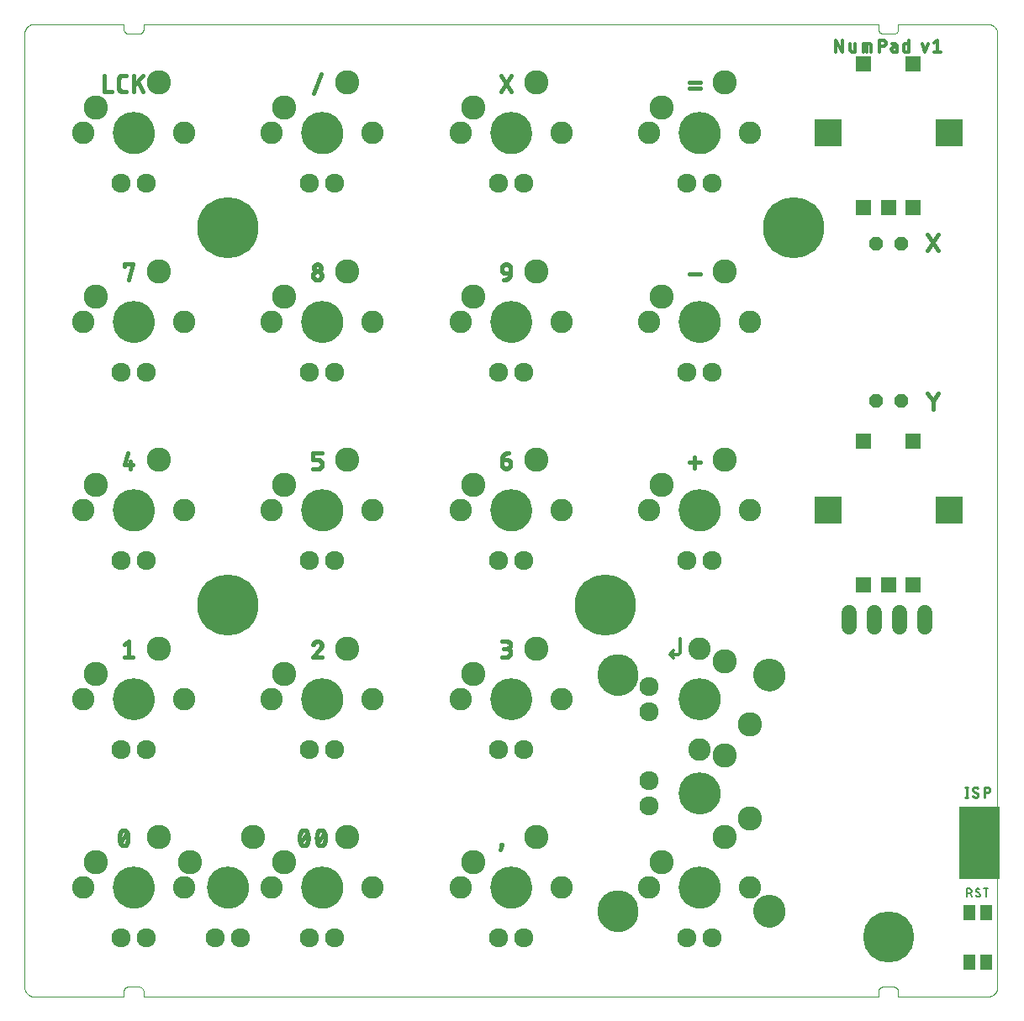
<source format=gts>
G04 EAGLE Gerber RS-274X export*
G75*
%MOMM*%
%FSLAX34Y34*%
%LPD*%
%INTop solder mask*%
%IPPOS*%
%AMOC8*
5,1,8,0,0,1.08239X$1,22.5*%
G01*
%ADD10C,0.000000*%
%ADD11C,0.304800*%
%ADD12C,0.406400*%
%ADD13C,0.254000*%
%ADD14C,0.203200*%
%ADD15C,3.250000*%
%ADD16C,4.150000*%
%ADD17C,0.300000*%
%ADD18C,2.436000*%
%ADD19C,2.264400*%
%ADD20C,4.214000*%
%ADD21C,1.928000*%
%ADD22R,1.550000X1.550000*%
%ADD23R,2.750000X2.750000*%
%ADD24R,3.452000X1.674000*%
%ADD25R,4.064000X7.366000*%
%ADD26R,1.150000X1.650000*%
%ADD27P,1.475081X8X22.500000*%
%ADD28C,1.566000*%
%ADD29C,6.150000*%
%ADD30C,5.150000*%


D10*
X970000Y980000D02*
X880000Y980000D01*
X880000Y975000D01*
X879998Y974860D01*
X879992Y974720D01*
X879982Y974580D01*
X879969Y974440D01*
X879951Y974301D01*
X879929Y974162D01*
X879904Y974025D01*
X879875Y973887D01*
X879842Y973751D01*
X879805Y973616D01*
X879764Y973482D01*
X879719Y973349D01*
X879671Y973217D01*
X879619Y973087D01*
X879564Y972958D01*
X879505Y972831D01*
X879442Y972705D01*
X879376Y972581D01*
X879307Y972460D01*
X879234Y972340D01*
X879157Y972222D01*
X879078Y972107D01*
X878995Y971993D01*
X878909Y971883D01*
X878820Y971774D01*
X878728Y971668D01*
X878633Y971565D01*
X878536Y971464D01*
X878435Y971367D01*
X878332Y971272D01*
X878226Y971180D01*
X878117Y971091D01*
X878007Y971005D01*
X877893Y970922D01*
X877778Y970843D01*
X877660Y970766D01*
X877540Y970693D01*
X877419Y970624D01*
X877295Y970558D01*
X877169Y970495D01*
X877042Y970436D01*
X876913Y970381D01*
X876783Y970329D01*
X876651Y970281D01*
X876518Y970236D01*
X876384Y970195D01*
X876249Y970158D01*
X876113Y970125D01*
X875975Y970096D01*
X875838Y970071D01*
X875699Y970049D01*
X875560Y970031D01*
X875420Y970018D01*
X875280Y970008D01*
X875140Y970002D01*
X875000Y970000D01*
X865000Y970000D01*
X864860Y970002D01*
X864720Y970008D01*
X864580Y970018D01*
X864440Y970031D01*
X864301Y970049D01*
X864162Y970071D01*
X864025Y970096D01*
X863887Y970125D01*
X863751Y970158D01*
X863616Y970195D01*
X863482Y970236D01*
X863349Y970281D01*
X863217Y970329D01*
X863087Y970381D01*
X862958Y970436D01*
X862831Y970495D01*
X862705Y970558D01*
X862581Y970624D01*
X862460Y970693D01*
X862340Y970766D01*
X862222Y970843D01*
X862107Y970922D01*
X861993Y971005D01*
X861883Y971091D01*
X861774Y971180D01*
X861668Y971272D01*
X861565Y971367D01*
X861464Y971464D01*
X861367Y971565D01*
X861272Y971668D01*
X861180Y971774D01*
X861091Y971883D01*
X861005Y971993D01*
X860922Y972107D01*
X860843Y972222D01*
X860766Y972340D01*
X860693Y972460D01*
X860624Y972581D01*
X860558Y972705D01*
X860495Y972831D01*
X860436Y972958D01*
X860381Y973087D01*
X860329Y973217D01*
X860281Y973349D01*
X860236Y973482D01*
X860195Y973616D01*
X860158Y973751D01*
X860125Y973887D01*
X860096Y974025D01*
X860071Y974162D01*
X860049Y974301D01*
X860031Y974440D01*
X860018Y974580D01*
X860008Y974720D01*
X860002Y974860D01*
X860000Y975000D01*
X860000Y980000D01*
X120000Y980000D01*
X120000Y975000D01*
X119998Y974860D01*
X119992Y974720D01*
X119982Y974580D01*
X119969Y974440D01*
X119951Y974301D01*
X119929Y974162D01*
X119904Y974025D01*
X119875Y973887D01*
X119842Y973751D01*
X119805Y973616D01*
X119764Y973482D01*
X119719Y973349D01*
X119671Y973217D01*
X119619Y973087D01*
X119564Y972958D01*
X119505Y972831D01*
X119442Y972705D01*
X119376Y972581D01*
X119307Y972460D01*
X119234Y972340D01*
X119157Y972222D01*
X119078Y972107D01*
X118995Y971993D01*
X118909Y971883D01*
X118820Y971774D01*
X118728Y971668D01*
X118633Y971565D01*
X118536Y971464D01*
X118435Y971367D01*
X118332Y971272D01*
X118226Y971180D01*
X118117Y971091D01*
X118007Y971005D01*
X117893Y970922D01*
X117778Y970843D01*
X117660Y970766D01*
X117540Y970693D01*
X117419Y970624D01*
X117295Y970558D01*
X117169Y970495D01*
X117042Y970436D01*
X116913Y970381D01*
X116783Y970329D01*
X116651Y970281D01*
X116518Y970236D01*
X116384Y970195D01*
X116249Y970158D01*
X116113Y970125D01*
X115975Y970096D01*
X115838Y970071D01*
X115699Y970049D01*
X115560Y970031D01*
X115420Y970018D01*
X115280Y970008D01*
X115140Y970002D01*
X115000Y970000D01*
X105000Y970000D01*
X104860Y970002D01*
X104720Y970008D01*
X104580Y970018D01*
X104440Y970031D01*
X104301Y970049D01*
X104162Y970071D01*
X104025Y970096D01*
X103887Y970125D01*
X103751Y970158D01*
X103616Y970195D01*
X103482Y970236D01*
X103349Y970281D01*
X103217Y970329D01*
X103087Y970381D01*
X102958Y970436D01*
X102831Y970495D01*
X102705Y970558D01*
X102581Y970624D01*
X102460Y970693D01*
X102340Y970766D01*
X102222Y970843D01*
X102107Y970922D01*
X101993Y971005D01*
X101883Y971091D01*
X101774Y971180D01*
X101668Y971272D01*
X101565Y971367D01*
X101464Y971464D01*
X101367Y971565D01*
X101272Y971668D01*
X101180Y971774D01*
X101091Y971883D01*
X101005Y971993D01*
X100922Y972107D01*
X100843Y972222D01*
X100766Y972340D01*
X100693Y972460D01*
X100624Y972581D01*
X100558Y972705D01*
X100495Y972831D01*
X100436Y972958D01*
X100381Y973087D01*
X100329Y973217D01*
X100281Y973349D01*
X100236Y973482D01*
X100195Y973616D01*
X100158Y973751D01*
X100125Y973887D01*
X100096Y974025D01*
X100071Y974162D01*
X100049Y974301D01*
X100031Y974440D01*
X100018Y974580D01*
X100008Y974720D01*
X100002Y974860D01*
X100000Y975000D01*
X100000Y980000D01*
X10000Y980000D01*
X9758Y979997D01*
X9517Y979988D01*
X9276Y979974D01*
X9035Y979953D01*
X8795Y979927D01*
X8555Y979895D01*
X8316Y979857D01*
X8079Y979814D01*
X7842Y979764D01*
X7607Y979709D01*
X7373Y979649D01*
X7141Y979582D01*
X6910Y979511D01*
X6681Y979433D01*
X6454Y979350D01*
X6229Y979262D01*
X6006Y979168D01*
X5786Y979069D01*
X5568Y978964D01*
X5353Y978855D01*
X5140Y978740D01*
X4930Y978620D01*
X4724Y978495D01*
X4520Y978365D01*
X4319Y978230D01*
X4122Y978090D01*
X3928Y977946D01*
X3738Y977797D01*
X3552Y977643D01*
X3369Y977485D01*
X3190Y977323D01*
X3015Y977156D01*
X2844Y976985D01*
X2677Y976810D01*
X2515Y976631D01*
X2357Y976448D01*
X2203Y976262D01*
X2054Y976072D01*
X1910Y975878D01*
X1770Y975681D01*
X1635Y975480D01*
X1505Y975276D01*
X1380Y975070D01*
X1260Y974860D01*
X1145Y974647D01*
X1036Y974432D01*
X931Y974214D01*
X832Y973994D01*
X738Y973771D01*
X650Y973546D01*
X567Y973319D01*
X489Y973090D01*
X418Y972859D01*
X351Y972627D01*
X291Y972393D01*
X236Y972158D01*
X186Y971921D01*
X143Y971684D01*
X105Y971445D01*
X73Y971205D01*
X47Y970965D01*
X26Y970724D01*
X12Y970483D01*
X3Y970242D01*
X0Y970000D01*
X0Y10000D01*
X3Y9758D01*
X12Y9517D01*
X26Y9276D01*
X47Y9035D01*
X73Y8795D01*
X105Y8555D01*
X143Y8316D01*
X186Y8079D01*
X236Y7842D01*
X291Y7607D01*
X351Y7373D01*
X418Y7141D01*
X489Y6910D01*
X567Y6681D01*
X650Y6454D01*
X738Y6229D01*
X832Y6006D01*
X931Y5786D01*
X1036Y5568D01*
X1145Y5353D01*
X1260Y5140D01*
X1380Y4930D01*
X1505Y4724D01*
X1635Y4520D01*
X1770Y4319D01*
X1910Y4122D01*
X2054Y3928D01*
X2203Y3738D01*
X2357Y3552D01*
X2515Y3369D01*
X2677Y3190D01*
X2844Y3015D01*
X3015Y2844D01*
X3190Y2677D01*
X3369Y2515D01*
X3552Y2357D01*
X3738Y2203D01*
X3928Y2054D01*
X4122Y1910D01*
X4319Y1770D01*
X4520Y1635D01*
X4724Y1505D01*
X4930Y1380D01*
X5140Y1260D01*
X5353Y1145D01*
X5568Y1036D01*
X5786Y931D01*
X6006Y832D01*
X6229Y738D01*
X6454Y650D01*
X6681Y567D01*
X6910Y489D01*
X7141Y418D01*
X7373Y351D01*
X7607Y291D01*
X7842Y236D01*
X8079Y186D01*
X8316Y143D01*
X8555Y105D01*
X8795Y73D01*
X9035Y47D01*
X9276Y26D01*
X9517Y12D01*
X9758Y3D01*
X10000Y0D01*
X100000Y0D01*
X100000Y5000D01*
X100002Y5140D01*
X100008Y5280D01*
X100018Y5420D01*
X100031Y5560D01*
X100049Y5699D01*
X100071Y5838D01*
X100096Y5975D01*
X100125Y6113D01*
X100158Y6249D01*
X100195Y6384D01*
X100236Y6518D01*
X100281Y6651D01*
X100329Y6783D01*
X100381Y6913D01*
X100436Y7042D01*
X100495Y7169D01*
X100558Y7295D01*
X100624Y7419D01*
X100693Y7540D01*
X100766Y7660D01*
X100843Y7778D01*
X100922Y7893D01*
X101005Y8007D01*
X101091Y8117D01*
X101180Y8226D01*
X101272Y8332D01*
X101367Y8435D01*
X101464Y8536D01*
X101565Y8633D01*
X101668Y8728D01*
X101774Y8820D01*
X101883Y8909D01*
X101993Y8995D01*
X102107Y9078D01*
X102222Y9157D01*
X102340Y9234D01*
X102460Y9307D01*
X102581Y9376D01*
X102705Y9442D01*
X102831Y9505D01*
X102958Y9564D01*
X103087Y9619D01*
X103217Y9671D01*
X103349Y9719D01*
X103482Y9764D01*
X103616Y9805D01*
X103751Y9842D01*
X103887Y9875D01*
X104025Y9904D01*
X104162Y9929D01*
X104301Y9951D01*
X104440Y9969D01*
X104580Y9982D01*
X104720Y9992D01*
X104860Y9998D01*
X105000Y10000D01*
X115000Y10000D01*
X115140Y9998D01*
X115280Y9992D01*
X115420Y9982D01*
X115560Y9969D01*
X115699Y9951D01*
X115838Y9929D01*
X115975Y9904D01*
X116113Y9875D01*
X116249Y9842D01*
X116384Y9805D01*
X116518Y9764D01*
X116651Y9719D01*
X116783Y9671D01*
X116913Y9619D01*
X117042Y9564D01*
X117169Y9505D01*
X117295Y9442D01*
X117419Y9376D01*
X117540Y9307D01*
X117660Y9234D01*
X117778Y9157D01*
X117893Y9078D01*
X118007Y8995D01*
X118117Y8909D01*
X118226Y8820D01*
X118332Y8728D01*
X118435Y8633D01*
X118536Y8536D01*
X118633Y8435D01*
X118728Y8332D01*
X118820Y8226D01*
X118909Y8117D01*
X118995Y8007D01*
X119078Y7893D01*
X119157Y7778D01*
X119234Y7660D01*
X119307Y7540D01*
X119376Y7419D01*
X119442Y7295D01*
X119505Y7169D01*
X119564Y7042D01*
X119619Y6913D01*
X119671Y6783D01*
X119719Y6651D01*
X119764Y6518D01*
X119805Y6384D01*
X119842Y6249D01*
X119875Y6113D01*
X119904Y5975D01*
X119929Y5838D01*
X119951Y5699D01*
X119969Y5560D01*
X119982Y5420D01*
X119992Y5280D01*
X119998Y5140D01*
X120000Y5000D01*
X120000Y0D01*
X860000Y0D01*
X860000Y5000D01*
X860002Y5140D01*
X860008Y5280D01*
X860018Y5420D01*
X860031Y5560D01*
X860049Y5699D01*
X860071Y5838D01*
X860096Y5975D01*
X860125Y6113D01*
X860158Y6249D01*
X860195Y6384D01*
X860236Y6518D01*
X860281Y6651D01*
X860329Y6783D01*
X860381Y6913D01*
X860436Y7042D01*
X860495Y7169D01*
X860558Y7295D01*
X860624Y7419D01*
X860693Y7540D01*
X860766Y7660D01*
X860843Y7778D01*
X860922Y7893D01*
X861005Y8007D01*
X861091Y8117D01*
X861180Y8226D01*
X861272Y8332D01*
X861367Y8435D01*
X861464Y8536D01*
X861565Y8633D01*
X861668Y8728D01*
X861774Y8820D01*
X861883Y8909D01*
X861993Y8995D01*
X862107Y9078D01*
X862222Y9157D01*
X862340Y9234D01*
X862460Y9307D01*
X862581Y9376D01*
X862705Y9442D01*
X862831Y9505D01*
X862958Y9564D01*
X863087Y9619D01*
X863217Y9671D01*
X863349Y9719D01*
X863482Y9764D01*
X863616Y9805D01*
X863751Y9842D01*
X863887Y9875D01*
X864025Y9904D01*
X864162Y9929D01*
X864301Y9951D01*
X864440Y9969D01*
X864580Y9982D01*
X864720Y9992D01*
X864860Y9998D01*
X865000Y10000D01*
X875000Y10000D01*
X875140Y9998D01*
X875280Y9992D01*
X875420Y9982D01*
X875560Y9969D01*
X875699Y9951D01*
X875838Y9929D01*
X875975Y9904D01*
X876113Y9875D01*
X876249Y9842D01*
X876384Y9805D01*
X876518Y9764D01*
X876651Y9719D01*
X876783Y9671D01*
X876913Y9619D01*
X877042Y9564D01*
X877169Y9505D01*
X877295Y9442D01*
X877419Y9376D01*
X877540Y9307D01*
X877660Y9234D01*
X877778Y9157D01*
X877893Y9078D01*
X878007Y8995D01*
X878117Y8909D01*
X878226Y8820D01*
X878332Y8728D01*
X878435Y8633D01*
X878536Y8536D01*
X878633Y8435D01*
X878728Y8332D01*
X878820Y8226D01*
X878909Y8117D01*
X878995Y8007D01*
X879078Y7893D01*
X879157Y7778D01*
X879234Y7660D01*
X879307Y7540D01*
X879376Y7419D01*
X879442Y7295D01*
X879505Y7169D01*
X879564Y7042D01*
X879619Y6913D01*
X879671Y6783D01*
X879719Y6651D01*
X879764Y6518D01*
X879805Y6384D01*
X879842Y6249D01*
X879875Y6113D01*
X879904Y5975D01*
X879929Y5838D01*
X879951Y5699D01*
X879969Y5560D01*
X879982Y5420D01*
X879992Y5280D01*
X879998Y5140D01*
X880000Y5000D01*
X880000Y0D01*
X970000Y0D01*
X970242Y3D01*
X970483Y12D01*
X970724Y26D01*
X970965Y47D01*
X971205Y73D01*
X971445Y105D01*
X971684Y143D01*
X971921Y186D01*
X972158Y236D01*
X972393Y291D01*
X972627Y351D01*
X972859Y418D01*
X973090Y489D01*
X973319Y567D01*
X973546Y650D01*
X973771Y738D01*
X973994Y832D01*
X974214Y931D01*
X974432Y1036D01*
X974647Y1145D01*
X974860Y1260D01*
X975070Y1380D01*
X975276Y1505D01*
X975480Y1635D01*
X975681Y1770D01*
X975878Y1910D01*
X976072Y2054D01*
X976262Y2203D01*
X976448Y2357D01*
X976631Y2515D01*
X976810Y2677D01*
X976985Y2844D01*
X977156Y3015D01*
X977323Y3190D01*
X977485Y3369D01*
X977643Y3552D01*
X977797Y3738D01*
X977946Y3928D01*
X978090Y4122D01*
X978230Y4319D01*
X978365Y4520D01*
X978495Y4724D01*
X978620Y4930D01*
X978740Y5140D01*
X978855Y5353D01*
X978964Y5568D01*
X979069Y5786D01*
X979168Y6006D01*
X979262Y6229D01*
X979350Y6454D01*
X979433Y6681D01*
X979511Y6910D01*
X979582Y7141D01*
X979649Y7373D01*
X979709Y7607D01*
X979764Y7842D01*
X979814Y8079D01*
X979857Y8316D01*
X979895Y8555D01*
X979927Y8795D01*
X979953Y9035D01*
X979974Y9276D01*
X979988Y9517D01*
X979997Y9758D01*
X980000Y10000D01*
X980000Y970000D01*
X979997Y970242D01*
X979988Y970483D01*
X979974Y970724D01*
X979953Y970965D01*
X979927Y971205D01*
X979895Y971445D01*
X979857Y971684D01*
X979814Y971921D01*
X979764Y972158D01*
X979709Y972393D01*
X979649Y972627D01*
X979582Y972859D01*
X979511Y973090D01*
X979433Y973319D01*
X979350Y973546D01*
X979262Y973771D01*
X979168Y973994D01*
X979069Y974214D01*
X978964Y974432D01*
X978855Y974647D01*
X978740Y974860D01*
X978620Y975070D01*
X978495Y975276D01*
X978365Y975480D01*
X978230Y975681D01*
X978090Y975878D01*
X977946Y976072D01*
X977797Y976262D01*
X977643Y976448D01*
X977485Y976631D01*
X977323Y976810D01*
X977156Y976985D01*
X976985Y977156D01*
X976810Y977323D01*
X976631Y977485D01*
X976448Y977643D01*
X976262Y977797D01*
X976072Y977946D01*
X975878Y978090D01*
X975681Y978230D01*
X975480Y978365D01*
X975276Y978495D01*
X975070Y978620D01*
X974860Y978740D01*
X974647Y978855D01*
X974432Y978964D01*
X974214Y979069D01*
X973994Y979168D01*
X973771Y979262D01*
X973546Y979350D01*
X973319Y979433D01*
X973090Y979511D01*
X972859Y979582D01*
X972627Y979649D01*
X972393Y979709D01*
X972158Y979764D01*
X971921Y979814D01*
X971684Y979857D01*
X971445Y979895D01*
X971205Y979927D01*
X970965Y979953D01*
X970724Y979974D01*
X970483Y979988D01*
X970242Y979997D01*
X970000Y980000D01*
D11*
X817405Y963976D02*
X817405Y952024D01*
X824045Y952024D02*
X817405Y963976D01*
X824045Y963976D02*
X824045Y952024D01*
X831569Y954016D02*
X831569Y959992D01*
X831569Y954016D02*
X831571Y953929D01*
X831577Y953842D01*
X831586Y953756D01*
X831599Y953670D01*
X831616Y953585D01*
X831637Y953500D01*
X831661Y953417D01*
X831689Y953335D01*
X831721Y953254D01*
X831756Y953174D01*
X831794Y953096D01*
X831836Y953020D01*
X831881Y952946D01*
X831929Y952873D01*
X831981Y952803D01*
X832035Y952736D01*
X832092Y952670D01*
X832152Y952607D01*
X832215Y952547D01*
X832281Y952490D01*
X832348Y952436D01*
X832418Y952384D01*
X832491Y952336D01*
X832565Y952291D01*
X832641Y952249D01*
X832719Y952211D01*
X832799Y952176D01*
X832880Y952144D01*
X832962Y952116D01*
X833045Y952092D01*
X833130Y952071D01*
X833215Y952054D01*
X833301Y952041D01*
X833387Y952032D01*
X833474Y952026D01*
X833561Y952024D01*
X836881Y952024D01*
X836881Y959992D01*
X844641Y959992D02*
X844641Y952024D01*
X844641Y959992D02*
X850617Y959992D01*
X850704Y959990D01*
X850791Y959984D01*
X850877Y959975D01*
X850963Y959962D01*
X851048Y959945D01*
X851133Y959924D01*
X851216Y959900D01*
X851298Y959872D01*
X851379Y959840D01*
X851459Y959805D01*
X851537Y959767D01*
X851613Y959725D01*
X851687Y959680D01*
X851760Y959632D01*
X851830Y959580D01*
X851897Y959526D01*
X851963Y959469D01*
X852026Y959409D01*
X852086Y959346D01*
X852143Y959280D01*
X852197Y959213D01*
X852249Y959143D01*
X852297Y959070D01*
X852342Y958996D01*
X852384Y958920D01*
X852422Y958842D01*
X852457Y958762D01*
X852489Y958681D01*
X852517Y958599D01*
X852541Y958516D01*
X852562Y958431D01*
X852579Y958346D01*
X852592Y958260D01*
X852601Y958174D01*
X852607Y958087D01*
X852609Y958000D01*
X852609Y952024D01*
X848625Y952024D02*
X848625Y959992D01*
X860959Y963976D02*
X860959Y952024D01*
X860959Y963976D02*
X864279Y963976D01*
X864392Y963974D01*
X864506Y963968D01*
X864619Y963959D01*
X864731Y963945D01*
X864843Y963928D01*
X864954Y963907D01*
X865065Y963882D01*
X865175Y963853D01*
X865283Y963820D01*
X865391Y963784D01*
X865497Y963745D01*
X865602Y963701D01*
X865705Y963654D01*
X865806Y963604D01*
X865906Y963550D01*
X866004Y963493D01*
X866100Y963432D01*
X866194Y963368D01*
X866285Y963301D01*
X866374Y963231D01*
X866461Y963158D01*
X866545Y963082D01*
X866627Y963004D01*
X866705Y962922D01*
X866781Y962838D01*
X866854Y962751D01*
X866924Y962662D01*
X866991Y962571D01*
X867055Y962477D01*
X867116Y962381D01*
X867173Y962283D01*
X867227Y962183D01*
X867277Y962082D01*
X867324Y961979D01*
X867368Y961874D01*
X867407Y961768D01*
X867443Y961660D01*
X867476Y961552D01*
X867505Y961442D01*
X867530Y961331D01*
X867551Y961220D01*
X867568Y961108D01*
X867582Y960996D01*
X867591Y960883D01*
X867597Y960769D01*
X867599Y960656D01*
X867597Y960543D01*
X867591Y960429D01*
X867582Y960316D01*
X867568Y960204D01*
X867551Y960092D01*
X867530Y959981D01*
X867505Y959870D01*
X867476Y959760D01*
X867443Y959652D01*
X867407Y959544D01*
X867368Y959438D01*
X867324Y959333D01*
X867277Y959230D01*
X867227Y959129D01*
X867173Y959029D01*
X867116Y958931D01*
X867055Y958835D01*
X866991Y958741D01*
X866924Y958650D01*
X866854Y958561D01*
X866781Y958474D01*
X866705Y958390D01*
X866627Y958308D01*
X866545Y958230D01*
X866461Y958154D01*
X866374Y958081D01*
X866285Y958011D01*
X866194Y957944D01*
X866100Y957880D01*
X866004Y957819D01*
X865906Y957762D01*
X865806Y957708D01*
X865705Y957658D01*
X865602Y957611D01*
X865497Y957567D01*
X865391Y957528D01*
X865283Y957492D01*
X865175Y957459D01*
X865065Y957430D01*
X864954Y957405D01*
X864843Y957384D01*
X864731Y957367D01*
X864619Y957353D01*
X864506Y957344D01*
X864392Y957338D01*
X864279Y957336D01*
X860959Y957336D01*
X875620Y956672D02*
X878608Y956672D01*
X875620Y956672D02*
X875525Y956670D01*
X875431Y956664D01*
X875336Y956655D01*
X875242Y956641D01*
X875149Y956624D01*
X875057Y956603D01*
X874965Y956578D01*
X874875Y956549D01*
X874786Y956517D01*
X874698Y956481D01*
X874612Y956442D01*
X874527Y956399D01*
X874444Y956353D01*
X874364Y956303D01*
X874285Y956250D01*
X874208Y956194D01*
X874134Y956135D01*
X874063Y956073D01*
X873994Y956008D01*
X873927Y955940D01*
X873864Y955870D01*
X873803Y955797D01*
X873745Y955722D01*
X873691Y955644D01*
X873640Y955564D01*
X873592Y955483D01*
X873547Y955399D01*
X873506Y955313D01*
X873468Y955226D01*
X873434Y955138D01*
X873404Y955048D01*
X873377Y954957D01*
X873354Y954865D01*
X873335Y954772D01*
X873320Y954679D01*
X873308Y954585D01*
X873300Y954490D01*
X873296Y954395D01*
X873296Y954301D01*
X873300Y954206D01*
X873308Y954111D01*
X873320Y954017D01*
X873335Y953924D01*
X873354Y953831D01*
X873377Y953739D01*
X873404Y953648D01*
X873434Y953558D01*
X873468Y953470D01*
X873506Y953383D01*
X873547Y953297D01*
X873592Y953213D01*
X873640Y953132D01*
X873691Y953052D01*
X873745Y952974D01*
X873803Y952899D01*
X873864Y952826D01*
X873927Y952756D01*
X873994Y952688D01*
X874063Y952623D01*
X874134Y952561D01*
X874208Y952502D01*
X874285Y952446D01*
X874364Y952393D01*
X874444Y952343D01*
X874527Y952297D01*
X874612Y952254D01*
X874698Y952215D01*
X874786Y952179D01*
X874875Y952147D01*
X874965Y952118D01*
X875057Y952093D01*
X875149Y952072D01*
X875242Y952055D01*
X875336Y952041D01*
X875431Y952032D01*
X875525Y952026D01*
X875620Y952024D01*
X878608Y952024D01*
X878608Y958000D01*
X878606Y958087D01*
X878600Y958174D01*
X878591Y958260D01*
X878578Y958346D01*
X878561Y958431D01*
X878540Y958516D01*
X878516Y958599D01*
X878488Y958681D01*
X878456Y958762D01*
X878421Y958842D01*
X878383Y958920D01*
X878341Y958996D01*
X878296Y959070D01*
X878248Y959143D01*
X878196Y959213D01*
X878142Y959280D01*
X878085Y959346D01*
X878025Y959409D01*
X877962Y959469D01*
X877896Y959526D01*
X877829Y959580D01*
X877759Y959632D01*
X877686Y959680D01*
X877612Y959725D01*
X877536Y959767D01*
X877458Y959805D01*
X877378Y959840D01*
X877297Y959872D01*
X877215Y959900D01*
X877132Y959924D01*
X877047Y959945D01*
X876962Y959962D01*
X876876Y959975D01*
X876790Y959984D01*
X876703Y959990D01*
X876616Y959992D01*
X873960Y959992D01*
X890758Y963976D02*
X890758Y952024D01*
X887438Y952024D01*
X887351Y952026D01*
X887264Y952032D01*
X887178Y952041D01*
X887092Y952054D01*
X887007Y952071D01*
X886922Y952092D01*
X886839Y952116D01*
X886757Y952144D01*
X886676Y952176D01*
X886596Y952211D01*
X886518Y952249D01*
X886442Y952291D01*
X886368Y952336D01*
X886295Y952384D01*
X886225Y952436D01*
X886158Y952490D01*
X886092Y952547D01*
X886029Y952607D01*
X885969Y952670D01*
X885912Y952736D01*
X885858Y952803D01*
X885806Y952873D01*
X885758Y952946D01*
X885713Y953020D01*
X885671Y953096D01*
X885633Y953174D01*
X885598Y953254D01*
X885566Y953335D01*
X885538Y953417D01*
X885514Y953500D01*
X885493Y953585D01*
X885476Y953670D01*
X885463Y953756D01*
X885454Y953842D01*
X885448Y953929D01*
X885446Y954016D01*
X885446Y958000D01*
X885448Y958087D01*
X885454Y958174D01*
X885463Y958260D01*
X885476Y958346D01*
X885493Y958431D01*
X885514Y958516D01*
X885538Y958599D01*
X885566Y958681D01*
X885598Y958762D01*
X885633Y958842D01*
X885671Y958920D01*
X885713Y958996D01*
X885758Y959070D01*
X885806Y959143D01*
X885858Y959213D01*
X885912Y959280D01*
X885969Y959346D01*
X886029Y959409D01*
X886092Y959469D01*
X886158Y959526D01*
X886225Y959580D01*
X886295Y959632D01*
X886368Y959680D01*
X886442Y959725D01*
X886518Y959767D01*
X886596Y959805D01*
X886676Y959840D01*
X886757Y959872D01*
X886839Y959900D01*
X886922Y959924D01*
X887007Y959945D01*
X887092Y959962D01*
X887178Y959975D01*
X887264Y959984D01*
X887351Y959990D01*
X887438Y959992D01*
X890758Y959992D01*
X904469Y959992D02*
X907125Y952024D01*
X909781Y959992D01*
X915955Y961320D02*
X919275Y963976D01*
X919275Y952024D01*
X915955Y952024D02*
X922595Y952024D01*
D12*
X100573Y737968D02*
X100573Y736197D01*
X100573Y737968D02*
X109427Y737968D01*
X105000Y722032D01*
X290573Y726459D02*
X290575Y726590D01*
X290581Y726721D01*
X290590Y726852D01*
X290604Y726983D01*
X290622Y727113D01*
X290643Y727242D01*
X290668Y727371D01*
X290697Y727499D01*
X290730Y727626D01*
X290766Y727752D01*
X290806Y727877D01*
X290850Y728000D01*
X290898Y728123D01*
X290949Y728244D01*
X291003Y728363D01*
X291061Y728480D01*
X291123Y728596D01*
X291188Y728710D01*
X291257Y728822D01*
X291328Y728932D01*
X291403Y729040D01*
X291481Y729145D01*
X291562Y729248D01*
X291646Y729349D01*
X291734Y729447D01*
X291824Y729543D01*
X291916Y729635D01*
X292012Y729725D01*
X292110Y729813D01*
X292211Y729897D01*
X292314Y729978D01*
X292419Y730056D01*
X292527Y730131D01*
X292637Y730202D01*
X292749Y730271D01*
X292863Y730336D01*
X292979Y730398D01*
X293096Y730456D01*
X293215Y730510D01*
X293336Y730561D01*
X293459Y730609D01*
X293582Y730653D01*
X293707Y730693D01*
X293833Y730729D01*
X293960Y730762D01*
X294088Y730791D01*
X294217Y730816D01*
X294346Y730837D01*
X294476Y730855D01*
X294607Y730869D01*
X294738Y730878D01*
X294869Y730884D01*
X295000Y730886D01*
X295131Y730884D01*
X295262Y730878D01*
X295393Y730869D01*
X295524Y730855D01*
X295654Y730837D01*
X295783Y730816D01*
X295912Y730791D01*
X296040Y730762D01*
X296167Y730729D01*
X296293Y730693D01*
X296418Y730653D01*
X296541Y730609D01*
X296664Y730561D01*
X296785Y730510D01*
X296904Y730456D01*
X297021Y730398D01*
X297137Y730336D01*
X297251Y730271D01*
X297363Y730202D01*
X297473Y730131D01*
X297581Y730056D01*
X297686Y729978D01*
X297789Y729897D01*
X297890Y729813D01*
X297988Y729725D01*
X298084Y729635D01*
X298176Y729543D01*
X298266Y729447D01*
X298354Y729349D01*
X298438Y729248D01*
X298519Y729145D01*
X298597Y729040D01*
X298672Y728932D01*
X298743Y728822D01*
X298812Y728710D01*
X298877Y728596D01*
X298939Y728480D01*
X298997Y728363D01*
X299051Y728244D01*
X299102Y728123D01*
X299150Y728000D01*
X299194Y727877D01*
X299234Y727752D01*
X299270Y727626D01*
X299303Y727499D01*
X299332Y727371D01*
X299357Y727242D01*
X299378Y727113D01*
X299396Y726983D01*
X299410Y726852D01*
X299419Y726721D01*
X299425Y726590D01*
X299427Y726459D01*
X299425Y726328D01*
X299419Y726197D01*
X299410Y726066D01*
X299396Y725935D01*
X299378Y725805D01*
X299357Y725676D01*
X299332Y725547D01*
X299303Y725419D01*
X299270Y725292D01*
X299234Y725166D01*
X299194Y725041D01*
X299150Y724918D01*
X299102Y724795D01*
X299051Y724674D01*
X298997Y724555D01*
X298939Y724438D01*
X298877Y724322D01*
X298812Y724208D01*
X298743Y724096D01*
X298672Y723986D01*
X298597Y723878D01*
X298519Y723773D01*
X298438Y723670D01*
X298354Y723569D01*
X298266Y723471D01*
X298176Y723375D01*
X298084Y723283D01*
X297988Y723193D01*
X297890Y723105D01*
X297789Y723021D01*
X297686Y722940D01*
X297581Y722862D01*
X297473Y722787D01*
X297363Y722716D01*
X297251Y722647D01*
X297137Y722582D01*
X297021Y722520D01*
X296904Y722462D01*
X296785Y722408D01*
X296664Y722357D01*
X296541Y722309D01*
X296418Y722265D01*
X296293Y722225D01*
X296167Y722189D01*
X296040Y722156D01*
X295912Y722127D01*
X295783Y722102D01*
X295654Y722081D01*
X295524Y722063D01*
X295393Y722049D01*
X295262Y722040D01*
X295131Y722034D01*
X295000Y722032D01*
X294869Y722034D01*
X294738Y722040D01*
X294607Y722049D01*
X294476Y722063D01*
X294346Y722081D01*
X294217Y722102D01*
X294088Y722127D01*
X293960Y722156D01*
X293833Y722189D01*
X293707Y722225D01*
X293582Y722265D01*
X293459Y722309D01*
X293336Y722357D01*
X293215Y722408D01*
X293096Y722462D01*
X292979Y722520D01*
X292863Y722582D01*
X292749Y722647D01*
X292637Y722716D01*
X292527Y722787D01*
X292419Y722862D01*
X292314Y722940D01*
X292211Y723021D01*
X292110Y723105D01*
X292012Y723193D01*
X291916Y723283D01*
X291824Y723375D01*
X291734Y723471D01*
X291646Y723569D01*
X291562Y723670D01*
X291481Y723773D01*
X291403Y723878D01*
X291328Y723986D01*
X291257Y724096D01*
X291188Y724208D01*
X291123Y724322D01*
X291061Y724438D01*
X291003Y724555D01*
X290949Y724674D01*
X290898Y724795D01*
X290850Y724918D01*
X290806Y725041D01*
X290766Y725166D01*
X290730Y725292D01*
X290697Y725419D01*
X290668Y725547D01*
X290643Y725676D01*
X290622Y725805D01*
X290604Y725935D01*
X290590Y726066D01*
X290581Y726197D01*
X290575Y726328D01*
X290573Y726459D01*
X291459Y734427D02*
X291461Y734545D01*
X291467Y734664D01*
X291477Y734781D01*
X291491Y734899D01*
X291508Y735016D01*
X291530Y735132D01*
X291555Y735248D01*
X291585Y735363D01*
X291618Y735476D01*
X291655Y735589D01*
X291696Y735700D01*
X291740Y735809D01*
X291788Y735918D01*
X291840Y736024D01*
X291895Y736129D01*
X291953Y736232D01*
X292015Y736332D01*
X292081Y736431D01*
X292149Y736527D01*
X292221Y736622D01*
X292296Y736713D01*
X292374Y736802D01*
X292455Y736889D01*
X292538Y736972D01*
X292625Y737053D01*
X292714Y737131D01*
X292805Y737206D01*
X292900Y737278D01*
X292996Y737346D01*
X293095Y737412D01*
X293195Y737474D01*
X293298Y737532D01*
X293403Y737587D01*
X293509Y737639D01*
X293618Y737687D01*
X293727Y737731D01*
X293838Y737772D01*
X293951Y737809D01*
X294064Y737842D01*
X294179Y737872D01*
X294295Y737897D01*
X294411Y737919D01*
X294528Y737936D01*
X294646Y737950D01*
X294763Y737960D01*
X294882Y737966D01*
X295000Y737968D01*
X295118Y737966D01*
X295237Y737960D01*
X295354Y737950D01*
X295472Y737936D01*
X295589Y737919D01*
X295705Y737897D01*
X295821Y737872D01*
X295936Y737842D01*
X296049Y737809D01*
X296162Y737772D01*
X296273Y737731D01*
X296382Y737687D01*
X296491Y737639D01*
X296597Y737587D01*
X296702Y737532D01*
X296805Y737474D01*
X296905Y737412D01*
X297004Y737346D01*
X297100Y737278D01*
X297195Y737206D01*
X297286Y737131D01*
X297375Y737053D01*
X297462Y736972D01*
X297545Y736889D01*
X297626Y736802D01*
X297704Y736713D01*
X297779Y736622D01*
X297851Y736527D01*
X297919Y736431D01*
X297985Y736332D01*
X298047Y736232D01*
X298105Y736129D01*
X298160Y736024D01*
X298212Y735918D01*
X298260Y735809D01*
X298304Y735700D01*
X298345Y735589D01*
X298382Y735476D01*
X298415Y735363D01*
X298445Y735248D01*
X298470Y735132D01*
X298492Y735016D01*
X298509Y734899D01*
X298523Y734781D01*
X298533Y734664D01*
X298539Y734545D01*
X298541Y734427D01*
X298539Y734309D01*
X298533Y734190D01*
X298523Y734073D01*
X298509Y733955D01*
X298492Y733838D01*
X298470Y733722D01*
X298445Y733606D01*
X298415Y733491D01*
X298382Y733378D01*
X298345Y733265D01*
X298304Y733154D01*
X298260Y733045D01*
X298212Y732936D01*
X298160Y732830D01*
X298105Y732725D01*
X298047Y732622D01*
X297985Y732522D01*
X297919Y732423D01*
X297851Y732327D01*
X297779Y732232D01*
X297704Y732141D01*
X297626Y732052D01*
X297545Y731965D01*
X297462Y731882D01*
X297375Y731801D01*
X297286Y731723D01*
X297195Y731648D01*
X297100Y731576D01*
X297004Y731508D01*
X296905Y731442D01*
X296805Y731380D01*
X296702Y731322D01*
X296597Y731267D01*
X296491Y731215D01*
X296382Y731167D01*
X296273Y731123D01*
X296162Y731082D01*
X296049Y731045D01*
X295936Y731012D01*
X295821Y730982D01*
X295705Y730957D01*
X295589Y730935D01*
X295472Y730918D01*
X295354Y730904D01*
X295237Y730894D01*
X295118Y730888D01*
X295000Y730886D01*
X294882Y730888D01*
X294763Y730894D01*
X294646Y730904D01*
X294528Y730918D01*
X294411Y730935D01*
X294295Y730957D01*
X294179Y730982D01*
X294064Y731012D01*
X293951Y731045D01*
X293838Y731082D01*
X293727Y731123D01*
X293618Y731167D01*
X293509Y731215D01*
X293403Y731267D01*
X293298Y731322D01*
X293195Y731380D01*
X293095Y731442D01*
X292996Y731508D01*
X292900Y731576D01*
X292805Y731648D01*
X292714Y731723D01*
X292625Y731801D01*
X292538Y731882D01*
X292455Y731965D01*
X292374Y732052D01*
X292296Y732141D01*
X292221Y732232D01*
X292149Y732327D01*
X292081Y732423D01*
X292015Y732522D01*
X291953Y732622D01*
X291895Y732725D01*
X291840Y732830D01*
X291788Y732936D01*
X291740Y733045D01*
X291696Y733154D01*
X291655Y733265D01*
X291618Y733378D01*
X291585Y733491D01*
X291555Y733606D01*
X291530Y733722D01*
X291508Y733838D01*
X291491Y733955D01*
X291477Y734073D01*
X291467Y734190D01*
X291461Y734309D01*
X291459Y734427D01*
X484115Y729115D02*
X489427Y729115D01*
X484115Y729115D02*
X483997Y729117D01*
X483878Y729123D01*
X483761Y729133D01*
X483643Y729147D01*
X483526Y729164D01*
X483410Y729186D01*
X483294Y729211D01*
X483179Y729241D01*
X483066Y729274D01*
X482953Y729311D01*
X482842Y729352D01*
X482733Y729396D01*
X482624Y729444D01*
X482518Y729496D01*
X482413Y729551D01*
X482310Y729609D01*
X482210Y729671D01*
X482111Y729737D01*
X482015Y729805D01*
X481920Y729877D01*
X481829Y729952D01*
X481740Y730030D01*
X481653Y730111D01*
X481570Y730194D01*
X481489Y730281D01*
X481411Y730370D01*
X481336Y730461D01*
X481264Y730556D01*
X481196Y730652D01*
X481130Y730751D01*
X481068Y730851D01*
X481010Y730954D01*
X480955Y731059D01*
X480903Y731165D01*
X480855Y731274D01*
X480811Y731383D01*
X480770Y731494D01*
X480733Y731607D01*
X480700Y731721D01*
X480670Y731835D01*
X480645Y731951D01*
X480623Y732067D01*
X480606Y732184D01*
X480592Y732302D01*
X480582Y732420D01*
X480576Y732538D01*
X480574Y732656D01*
X480573Y732656D02*
X480573Y733541D01*
X480575Y733672D01*
X480581Y733803D01*
X480590Y733934D01*
X480604Y734065D01*
X480622Y734195D01*
X480643Y734324D01*
X480668Y734453D01*
X480697Y734581D01*
X480730Y734708D01*
X480766Y734834D01*
X480806Y734959D01*
X480850Y735082D01*
X480898Y735205D01*
X480949Y735326D01*
X481003Y735445D01*
X481061Y735562D01*
X481123Y735678D01*
X481188Y735792D01*
X481257Y735904D01*
X481328Y736014D01*
X481403Y736122D01*
X481481Y736227D01*
X481562Y736330D01*
X481646Y736431D01*
X481734Y736529D01*
X481824Y736625D01*
X481916Y736717D01*
X482012Y736807D01*
X482110Y736895D01*
X482211Y736979D01*
X482314Y737060D01*
X482419Y737138D01*
X482527Y737213D01*
X482637Y737284D01*
X482749Y737353D01*
X482863Y737418D01*
X482979Y737480D01*
X483096Y737538D01*
X483215Y737592D01*
X483336Y737643D01*
X483459Y737691D01*
X483582Y737735D01*
X483707Y737775D01*
X483833Y737811D01*
X483960Y737844D01*
X484088Y737873D01*
X484217Y737898D01*
X484346Y737919D01*
X484476Y737937D01*
X484607Y737951D01*
X484738Y737960D01*
X484869Y737966D01*
X485000Y737968D01*
X485131Y737966D01*
X485262Y737960D01*
X485393Y737951D01*
X485524Y737937D01*
X485654Y737919D01*
X485783Y737898D01*
X485912Y737873D01*
X486040Y737844D01*
X486167Y737811D01*
X486293Y737775D01*
X486418Y737735D01*
X486541Y737691D01*
X486664Y737643D01*
X486785Y737592D01*
X486904Y737538D01*
X487021Y737480D01*
X487137Y737418D01*
X487251Y737353D01*
X487363Y737284D01*
X487473Y737213D01*
X487581Y737138D01*
X487686Y737060D01*
X487789Y736979D01*
X487890Y736895D01*
X487988Y736807D01*
X488084Y736717D01*
X488176Y736625D01*
X488266Y736529D01*
X488354Y736431D01*
X488438Y736330D01*
X488519Y736227D01*
X488597Y736122D01*
X488672Y736014D01*
X488743Y735904D01*
X488812Y735792D01*
X488877Y735678D01*
X488939Y735562D01*
X488997Y735445D01*
X489051Y735326D01*
X489102Y735205D01*
X489150Y735082D01*
X489194Y734959D01*
X489234Y734834D01*
X489270Y734708D01*
X489303Y734581D01*
X489332Y734453D01*
X489357Y734324D01*
X489378Y734195D01*
X489396Y734065D01*
X489410Y733934D01*
X489419Y733803D01*
X489425Y733672D01*
X489427Y733541D01*
X489427Y729115D01*
X489425Y728941D01*
X489418Y728767D01*
X489408Y728594D01*
X489393Y728421D01*
X489374Y728248D01*
X489350Y728076D01*
X489323Y727904D01*
X489291Y727733D01*
X489255Y727563D01*
X489215Y727394D01*
X489170Y727226D01*
X489122Y727059D01*
X489070Y726893D01*
X489013Y726729D01*
X488952Y726566D01*
X488888Y726404D01*
X488819Y726245D01*
X488747Y726087D01*
X488671Y725930D01*
X488591Y725776D01*
X488507Y725624D01*
X488419Y725474D01*
X488328Y725326D01*
X488233Y725180D01*
X488135Y725037D01*
X488033Y724896D01*
X487928Y724757D01*
X487819Y724622D01*
X487707Y724489D01*
X487592Y724358D01*
X487474Y724231D01*
X487352Y724107D01*
X487228Y723985D01*
X487101Y723867D01*
X486970Y723752D01*
X486837Y723640D01*
X486702Y723531D01*
X486563Y723426D01*
X486422Y723324D01*
X486279Y723226D01*
X486133Y723131D01*
X485985Y723040D01*
X485835Y722952D01*
X485683Y722868D01*
X485529Y722788D01*
X485372Y722712D01*
X485214Y722640D01*
X485055Y722571D01*
X484893Y722507D01*
X484730Y722446D01*
X484566Y722389D01*
X484400Y722337D01*
X484233Y722289D01*
X484065Y722244D01*
X483896Y722204D01*
X483726Y722168D01*
X483555Y722136D01*
X483383Y722109D01*
X483211Y722085D01*
X483038Y722066D01*
X482865Y722051D01*
X482692Y722041D01*
X482518Y722034D01*
X482344Y722032D01*
X104115Y547968D02*
X100573Y535573D01*
X109427Y535573D01*
X106771Y532032D02*
X106771Y539115D01*
X290573Y532032D02*
X295885Y532032D01*
X296003Y532034D01*
X296122Y532040D01*
X296239Y532050D01*
X296357Y532064D01*
X296474Y532081D01*
X296590Y532103D01*
X296706Y532128D01*
X296821Y532158D01*
X296934Y532191D01*
X297047Y532228D01*
X297158Y532269D01*
X297267Y532313D01*
X297376Y532361D01*
X297482Y532413D01*
X297587Y532468D01*
X297690Y532526D01*
X297790Y532588D01*
X297889Y532654D01*
X297985Y532722D01*
X298080Y532794D01*
X298171Y532869D01*
X298260Y532947D01*
X298347Y533028D01*
X298430Y533111D01*
X298511Y533198D01*
X298589Y533287D01*
X298664Y533378D01*
X298736Y533473D01*
X298804Y533569D01*
X298870Y533668D01*
X298932Y533768D01*
X298990Y533871D01*
X299045Y533976D01*
X299097Y534082D01*
X299145Y534191D01*
X299189Y534300D01*
X299230Y534411D01*
X299267Y534524D01*
X299300Y534637D01*
X299330Y534752D01*
X299355Y534868D01*
X299377Y534984D01*
X299394Y535101D01*
X299408Y535219D01*
X299418Y535336D01*
X299424Y535455D01*
X299426Y535573D01*
X299427Y535573D02*
X299427Y537344D01*
X299426Y537344D02*
X299424Y537462D01*
X299418Y537581D01*
X299408Y537698D01*
X299394Y537816D01*
X299377Y537933D01*
X299355Y538049D01*
X299330Y538165D01*
X299300Y538280D01*
X299267Y538393D01*
X299230Y538506D01*
X299189Y538617D01*
X299145Y538726D01*
X299097Y538835D01*
X299045Y538941D01*
X298990Y539046D01*
X298932Y539149D01*
X298870Y539249D01*
X298804Y539348D01*
X298736Y539444D01*
X298664Y539539D01*
X298589Y539630D01*
X298511Y539719D01*
X298430Y539806D01*
X298347Y539889D01*
X298260Y539970D01*
X298171Y540048D01*
X298080Y540123D01*
X297985Y540195D01*
X297889Y540263D01*
X297790Y540329D01*
X297690Y540391D01*
X297587Y540449D01*
X297482Y540504D01*
X297376Y540556D01*
X297267Y540604D01*
X297158Y540648D01*
X297047Y540689D01*
X296934Y540726D01*
X296821Y540759D01*
X296706Y540789D01*
X296590Y540814D01*
X296474Y540836D01*
X296357Y540853D01*
X296239Y540867D01*
X296122Y540877D01*
X296003Y540883D01*
X295885Y540885D01*
X290573Y540885D01*
X290573Y547968D01*
X299427Y547968D01*
X480573Y540885D02*
X485885Y540885D01*
X486003Y540883D01*
X486122Y540877D01*
X486239Y540867D01*
X486357Y540853D01*
X486474Y540836D01*
X486590Y540814D01*
X486706Y540789D01*
X486821Y540759D01*
X486934Y540726D01*
X487047Y540689D01*
X487158Y540648D01*
X487267Y540604D01*
X487376Y540556D01*
X487482Y540504D01*
X487587Y540449D01*
X487690Y540391D01*
X487790Y540329D01*
X487889Y540263D01*
X487985Y540195D01*
X488080Y540123D01*
X488171Y540048D01*
X488260Y539970D01*
X488347Y539889D01*
X488430Y539806D01*
X488511Y539719D01*
X488589Y539630D01*
X488664Y539539D01*
X488736Y539444D01*
X488804Y539348D01*
X488870Y539249D01*
X488932Y539149D01*
X488990Y539046D01*
X489045Y538941D01*
X489097Y538835D01*
X489145Y538726D01*
X489189Y538617D01*
X489230Y538506D01*
X489267Y538393D01*
X489300Y538280D01*
X489330Y538165D01*
X489355Y538049D01*
X489377Y537933D01*
X489394Y537816D01*
X489408Y537698D01*
X489418Y537581D01*
X489424Y537462D01*
X489426Y537344D01*
X489427Y537344D02*
X489427Y536459D01*
X489425Y536328D01*
X489419Y536197D01*
X489410Y536066D01*
X489396Y535935D01*
X489378Y535805D01*
X489357Y535676D01*
X489332Y535547D01*
X489303Y535419D01*
X489270Y535292D01*
X489234Y535166D01*
X489194Y535041D01*
X489150Y534918D01*
X489102Y534795D01*
X489051Y534674D01*
X488997Y534555D01*
X488939Y534438D01*
X488877Y534322D01*
X488812Y534208D01*
X488743Y534096D01*
X488672Y533986D01*
X488597Y533878D01*
X488519Y533773D01*
X488438Y533670D01*
X488354Y533569D01*
X488266Y533471D01*
X488176Y533375D01*
X488084Y533283D01*
X487988Y533193D01*
X487890Y533105D01*
X487789Y533021D01*
X487686Y532940D01*
X487581Y532862D01*
X487473Y532787D01*
X487363Y532716D01*
X487251Y532647D01*
X487137Y532582D01*
X487021Y532520D01*
X486904Y532462D01*
X486785Y532408D01*
X486664Y532357D01*
X486541Y532309D01*
X486418Y532265D01*
X486293Y532225D01*
X486167Y532189D01*
X486040Y532156D01*
X485912Y532127D01*
X485783Y532102D01*
X485654Y532081D01*
X485524Y532063D01*
X485393Y532049D01*
X485262Y532040D01*
X485131Y532034D01*
X485000Y532032D01*
X484869Y532034D01*
X484738Y532040D01*
X484607Y532049D01*
X484476Y532063D01*
X484346Y532081D01*
X484217Y532102D01*
X484088Y532127D01*
X483960Y532156D01*
X483833Y532189D01*
X483707Y532225D01*
X483582Y532265D01*
X483459Y532309D01*
X483336Y532357D01*
X483215Y532408D01*
X483096Y532462D01*
X482979Y532520D01*
X482863Y532582D01*
X482749Y532647D01*
X482637Y532716D01*
X482527Y532787D01*
X482419Y532862D01*
X482314Y532940D01*
X482211Y533021D01*
X482110Y533105D01*
X482012Y533193D01*
X481916Y533283D01*
X481824Y533375D01*
X481734Y533471D01*
X481646Y533569D01*
X481562Y533670D01*
X481481Y533773D01*
X481403Y533878D01*
X481328Y533986D01*
X481257Y534096D01*
X481188Y534208D01*
X481123Y534322D01*
X481061Y534438D01*
X481003Y534555D01*
X480949Y534674D01*
X480898Y534795D01*
X480850Y534918D01*
X480806Y535041D01*
X480766Y535166D01*
X480730Y535292D01*
X480697Y535419D01*
X480668Y535547D01*
X480643Y535676D01*
X480622Y535805D01*
X480604Y535935D01*
X480590Y536066D01*
X480581Y536197D01*
X480575Y536328D01*
X480573Y536459D01*
X480573Y540885D01*
X480575Y541059D01*
X480582Y541233D01*
X480592Y541406D01*
X480607Y541579D01*
X480626Y541752D01*
X480650Y541924D01*
X480677Y542096D01*
X480709Y542267D01*
X480745Y542437D01*
X480785Y542606D01*
X480830Y542774D01*
X480878Y542941D01*
X480930Y543107D01*
X480987Y543271D01*
X481048Y543434D01*
X481112Y543596D01*
X481181Y543755D01*
X481253Y543913D01*
X481329Y544070D01*
X481409Y544224D01*
X481493Y544376D01*
X481581Y544526D01*
X481672Y544674D01*
X481767Y544820D01*
X481865Y544963D01*
X481967Y545104D01*
X482072Y545243D01*
X482181Y545378D01*
X482293Y545511D01*
X482408Y545642D01*
X482526Y545769D01*
X482648Y545893D01*
X482772Y546015D01*
X482899Y546133D01*
X483030Y546248D01*
X483163Y546360D01*
X483298Y546469D01*
X483437Y546574D01*
X483578Y546676D01*
X483721Y546774D01*
X483867Y546869D01*
X484015Y546960D01*
X484165Y547048D01*
X484317Y547132D01*
X484471Y547212D01*
X484628Y547288D01*
X484786Y547360D01*
X484945Y547429D01*
X485107Y547493D01*
X485270Y547554D01*
X485434Y547611D01*
X485600Y547663D01*
X485767Y547711D01*
X485935Y547756D01*
X486104Y547796D01*
X486274Y547832D01*
X486445Y547864D01*
X486617Y547891D01*
X486789Y547915D01*
X486962Y547934D01*
X487135Y547949D01*
X487308Y547959D01*
X487482Y547966D01*
X487656Y547968D01*
X105000Y357968D02*
X100573Y354427D01*
X105000Y357968D02*
X105000Y342032D01*
X100573Y342032D02*
X109427Y342032D01*
X295443Y357968D02*
X295568Y357966D01*
X295693Y357960D01*
X295818Y357950D01*
X295942Y357937D01*
X296066Y357919D01*
X296190Y357897D01*
X296312Y357872D01*
X296434Y357843D01*
X296555Y357810D01*
X296674Y357773D01*
X296793Y357732D01*
X296910Y357688D01*
X297025Y357640D01*
X297139Y357589D01*
X297252Y357534D01*
X297362Y357475D01*
X297471Y357413D01*
X297578Y357348D01*
X297682Y357279D01*
X297785Y357207D01*
X297885Y357132D01*
X297982Y357054D01*
X298078Y356972D01*
X298170Y356888D01*
X298260Y356801D01*
X298347Y356711D01*
X298431Y356619D01*
X298513Y356523D01*
X298591Y356426D01*
X298666Y356326D01*
X298738Y356223D01*
X298807Y356119D01*
X298872Y356012D01*
X298934Y355903D01*
X298993Y355793D01*
X299048Y355680D01*
X299099Y355566D01*
X299147Y355451D01*
X299191Y355334D01*
X299232Y355215D01*
X299269Y355096D01*
X299302Y354975D01*
X299331Y354853D01*
X299356Y354731D01*
X299378Y354607D01*
X299396Y354483D01*
X299409Y354359D01*
X299419Y354234D01*
X299425Y354109D01*
X299427Y353984D01*
X295443Y357968D02*
X295303Y357966D01*
X295163Y357960D01*
X295024Y357951D01*
X294884Y357937D01*
X294746Y357920D01*
X294607Y357899D01*
X294470Y357875D01*
X294333Y357846D01*
X294196Y357814D01*
X294061Y357778D01*
X293927Y357738D01*
X293794Y357695D01*
X293662Y357648D01*
X293532Y357598D01*
X293403Y357544D01*
X293275Y357486D01*
X293149Y357425D01*
X293025Y357361D01*
X292902Y357293D01*
X292782Y357222D01*
X292663Y357147D01*
X292547Y357070D01*
X292433Y356989D01*
X292321Y356905D01*
X292211Y356818D01*
X292104Y356729D01*
X291999Y356636D01*
X291897Y356540D01*
X291797Y356442D01*
X291700Y356341D01*
X291606Y356237D01*
X291515Y356131D01*
X291427Y356023D01*
X291342Y355912D01*
X291260Y355798D01*
X291181Y355683D01*
X291105Y355565D01*
X291032Y355446D01*
X290963Y355324D01*
X290897Y355201D01*
X290834Y355076D01*
X290775Y354949D01*
X290720Y354820D01*
X290667Y354691D01*
X290619Y354559D01*
X290574Y354427D01*
X298099Y350885D02*
X298191Y350975D01*
X298279Y351068D01*
X298366Y351163D01*
X298449Y351261D01*
X298529Y351361D01*
X298606Y351464D01*
X298680Y351568D01*
X298751Y351675D01*
X298818Y351785D01*
X298883Y351896D01*
X298944Y352009D01*
X299001Y352123D01*
X299055Y352240D01*
X299106Y352358D01*
X299153Y352477D01*
X299196Y352598D01*
X299236Y352720D01*
X299272Y352843D01*
X299304Y352967D01*
X299333Y353092D01*
X299358Y353218D01*
X299379Y353345D01*
X299396Y353472D01*
X299410Y353600D01*
X299419Y353727D01*
X299425Y353856D01*
X299427Y353984D01*
X298099Y350885D02*
X290573Y342032D01*
X299427Y342032D01*
X480573Y342032D02*
X485000Y342032D01*
X485131Y342034D01*
X485262Y342040D01*
X485393Y342049D01*
X485524Y342063D01*
X485654Y342081D01*
X485783Y342102D01*
X485912Y342127D01*
X486040Y342156D01*
X486167Y342189D01*
X486293Y342225D01*
X486418Y342265D01*
X486541Y342309D01*
X486664Y342357D01*
X486785Y342408D01*
X486904Y342462D01*
X487021Y342520D01*
X487137Y342582D01*
X487251Y342647D01*
X487363Y342716D01*
X487473Y342787D01*
X487581Y342862D01*
X487686Y342940D01*
X487789Y343021D01*
X487890Y343105D01*
X487988Y343193D01*
X488084Y343283D01*
X488176Y343375D01*
X488266Y343471D01*
X488354Y343569D01*
X488438Y343670D01*
X488519Y343773D01*
X488597Y343878D01*
X488672Y343986D01*
X488743Y344096D01*
X488812Y344208D01*
X488877Y344322D01*
X488939Y344438D01*
X488997Y344555D01*
X489051Y344674D01*
X489102Y344795D01*
X489150Y344918D01*
X489194Y345041D01*
X489234Y345166D01*
X489270Y345292D01*
X489303Y345419D01*
X489332Y345547D01*
X489357Y345676D01*
X489378Y345805D01*
X489396Y345935D01*
X489410Y346066D01*
X489419Y346197D01*
X489425Y346328D01*
X489427Y346459D01*
X489425Y346590D01*
X489419Y346721D01*
X489410Y346852D01*
X489396Y346983D01*
X489378Y347113D01*
X489357Y347242D01*
X489332Y347371D01*
X489303Y347499D01*
X489270Y347626D01*
X489234Y347752D01*
X489194Y347877D01*
X489150Y348000D01*
X489102Y348123D01*
X489051Y348244D01*
X488997Y348363D01*
X488939Y348480D01*
X488877Y348596D01*
X488812Y348710D01*
X488743Y348822D01*
X488672Y348932D01*
X488597Y349040D01*
X488519Y349145D01*
X488438Y349248D01*
X488354Y349349D01*
X488266Y349447D01*
X488176Y349543D01*
X488084Y349635D01*
X487988Y349725D01*
X487890Y349813D01*
X487789Y349897D01*
X487686Y349978D01*
X487581Y350056D01*
X487473Y350131D01*
X487363Y350202D01*
X487251Y350271D01*
X487137Y350336D01*
X487021Y350398D01*
X486904Y350456D01*
X486785Y350510D01*
X486664Y350561D01*
X486541Y350609D01*
X486418Y350653D01*
X486293Y350693D01*
X486167Y350729D01*
X486040Y350762D01*
X485912Y350791D01*
X485783Y350816D01*
X485654Y350837D01*
X485524Y350855D01*
X485393Y350869D01*
X485262Y350878D01*
X485131Y350884D01*
X485000Y350886D01*
X485885Y357968D02*
X480573Y357968D01*
X485885Y357968D02*
X486003Y357966D01*
X486122Y357960D01*
X486239Y357950D01*
X486357Y357936D01*
X486474Y357919D01*
X486590Y357897D01*
X486706Y357872D01*
X486821Y357842D01*
X486934Y357809D01*
X487047Y357772D01*
X487158Y357731D01*
X487267Y357687D01*
X487376Y357639D01*
X487482Y357587D01*
X487587Y357532D01*
X487690Y357474D01*
X487790Y357412D01*
X487889Y357346D01*
X487985Y357278D01*
X488080Y357206D01*
X488171Y357131D01*
X488260Y357053D01*
X488347Y356972D01*
X488430Y356889D01*
X488511Y356802D01*
X488589Y356713D01*
X488664Y356622D01*
X488736Y356527D01*
X488804Y356431D01*
X488870Y356332D01*
X488932Y356232D01*
X488990Y356129D01*
X489045Y356024D01*
X489097Y355918D01*
X489145Y355809D01*
X489189Y355700D01*
X489230Y355589D01*
X489267Y355476D01*
X489300Y355363D01*
X489330Y355248D01*
X489355Y355132D01*
X489377Y355016D01*
X489394Y354899D01*
X489408Y354781D01*
X489418Y354664D01*
X489424Y354545D01*
X489426Y354427D01*
X489424Y354309D01*
X489418Y354190D01*
X489408Y354073D01*
X489394Y353955D01*
X489377Y353838D01*
X489355Y353722D01*
X489330Y353606D01*
X489300Y353491D01*
X489267Y353378D01*
X489230Y353265D01*
X489189Y353154D01*
X489145Y353045D01*
X489097Y352936D01*
X489045Y352830D01*
X488990Y352725D01*
X488932Y352622D01*
X488870Y352522D01*
X488804Y352423D01*
X488736Y352327D01*
X488664Y352232D01*
X488589Y352141D01*
X488511Y352052D01*
X488430Y351965D01*
X488347Y351882D01*
X488260Y351801D01*
X488171Y351723D01*
X488080Y351648D01*
X487985Y351576D01*
X487889Y351508D01*
X487790Y351442D01*
X487690Y351380D01*
X487587Y351322D01*
X487482Y351267D01*
X487376Y351215D01*
X487267Y351167D01*
X487158Y351123D01*
X487047Y351082D01*
X486934Y351045D01*
X486821Y351012D01*
X486706Y350982D01*
X486590Y350957D01*
X486474Y350935D01*
X486357Y350918D01*
X486239Y350904D01*
X486122Y350894D01*
X486003Y350888D01*
X485885Y350886D01*
X485885Y350885D02*
X482344Y350885D01*
X96902Y165755D02*
X96768Y165471D01*
X96641Y165185D01*
X96520Y164895D01*
X96407Y164603D01*
X96301Y164308D01*
X96201Y164011D01*
X96109Y163711D01*
X96024Y163409D01*
X95946Y163105D01*
X95876Y162800D01*
X95813Y162493D01*
X95757Y162184D01*
X95708Y161875D01*
X95667Y161564D01*
X95634Y161252D01*
X95608Y160940D01*
X95589Y160627D01*
X95578Y160313D01*
X95574Y160000D01*
X96901Y165754D02*
X96940Y165861D01*
X96982Y165965D01*
X97027Y166069D01*
X97076Y166170D01*
X97129Y166270D01*
X97185Y166368D01*
X97245Y166464D01*
X97307Y166558D01*
X97373Y166650D01*
X97442Y166739D01*
X97514Y166826D01*
X97589Y166910D01*
X97667Y166992D01*
X97748Y167071D01*
X97831Y167147D01*
X97917Y167220D01*
X98005Y167291D01*
X98096Y167358D01*
X98189Y167422D01*
X98284Y167483D01*
X98381Y167540D01*
X98480Y167594D01*
X98581Y167645D01*
X98684Y167692D01*
X98788Y167735D01*
X98893Y167775D01*
X99000Y167812D01*
X99108Y167844D01*
X99217Y167873D01*
X99328Y167898D01*
X99438Y167919D01*
X99550Y167937D01*
X99662Y167951D01*
X99774Y167960D01*
X99887Y167966D01*
X100000Y167968D01*
X100113Y167966D01*
X100226Y167960D01*
X100338Y167951D01*
X100450Y167937D01*
X100562Y167919D01*
X100673Y167898D01*
X100783Y167873D01*
X100892Y167844D01*
X101000Y167812D01*
X101107Y167775D01*
X101212Y167735D01*
X101316Y167692D01*
X101419Y167645D01*
X101520Y167594D01*
X101619Y167540D01*
X101716Y167483D01*
X101811Y167422D01*
X101904Y167358D01*
X101995Y167291D01*
X102083Y167220D01*
X102169Y167147D01*
X102252Y167071D01*
X102333Y166992D01*
X102411Y166910D01*
X102486Y166826D01*
X102558Y166739D01*
X102627Y166650D01*
X102693Y166558D01*
X102755Y166464D01*
X102815Y166368D01*
X102871Y166270D01*
X102924Y166170D01*
X102973Y166069D01*
X103018Y165965D01*
X103060Y165861D01*
X103099Y165754D01*
X103098Y165755D02*
X103232Y165471D01*
X103359Y165185D01*
X103480Y164895D01*
X103593Y164603D01*
X103699Y164308D01*
X103799Y164011D01*
X103891Y163711D01*
X103976Y163409D01*
X104054Y163105D01*
X104124Y162800D01*
X104187Y162493D01*
X104243Y162184D01*
X104292Y161875D01*
X104333Y161564D01*
X104366Y161252D01*
X104392Y160940D01*
X104411Y160627D01*
X104422Y160313D01*
X104426Y160000D01*
X95573Y160000D02*
X95577Y159686D01*
X95588Y159373D01*
X95607Y159060D01*
X95633Y158748D01*
X95666Y158436D01*
X95708Y158125D01*
X95756Y157815D01*
X95812Y157507D01*
X95875Y157200D01*
X95945Y156894D01*
X96023Y156591D01*
X96108Y156289D01*
X96200Y155989D01*
X96300Y155692D01*
X96406Y155397D01*
X96519Y155105D01*
X96640Y154815D01*
X96767Y154529D01*
X96901Y154245D01*
X96940Y154139D01*
X96982Y154035D01*
X97027Y153931D01*
X97076Y153830D01*
X97129Y153730D01*
X97185Y153632D01*
X97245Y153536D01*
X97307Y153442D01*
X97373Y153350D01*
X97442Y153261D01*
X97514Y153174D01*
X97589Y153090D01*
X97667Y153008D01*
X97748Y152929D01*
X97831Y152853D01*
X97917Y152780D01*
X98005Y152709D01*
X98096Y152642D01*
X98189Y152578D01*
X98284Y152517D01*
X98381Y152460D01*
X98480Y152406D01*
X98581Y152355D01*
X98684Y152308D01*
X98788Y152265D01*
X98893Y152225D01*
X99000Y152188D01*
X99108Y152156D01*
X99217Y152127D01*
X99328Y152102D01*
X99438Y152081D01*
X99550Y152063D01*
X99662Y152049D01*
X99774Y152040D01*
X99887Y152034D01*
X100000Y152032D01*
X103099Y154245D02*
X103233Y154529D01*
X103360Y154815D01*
X103481Y155105D01*
X103594Y155397D01*
X103700Y155692D01*
X103800Y155989D01*
X103892Y156289D01*
X103977Y156591D01*
X104055Y156894D01*
X104125Y157200D01*
X104188Y157507D01*
X104244Y157815D01*
X104292Y158125D01*
X104334Y158436D01*
X104367Y158748D01*
X104393Y159060D01*
X104412Y159373D01*
X104423Y159686D01*
X104427Y160000D01*
X103099Y154246D02*
X103060Y154139D01*
X103018Y154035D01*
X102973Y153931D01*
X102924Y153830D01*
X102871Y153730D01*
X102815Y153632D01*
X102755Y153536D01*
X102693Y153442D01*
X102627Y153350D01*
X102558Y153261D01*
X102486Y153174D01*
X102411Y153090D01*
X102333Y153008D01*
X102252Y152929D01*
X102169Y152853D01*
X102083Y152780D01*
X101995Y152709D01*
X101904Y152642D01*
X101811Y152578D01*
X101716Y152517D01*
X101619Y152460D01*
X101520Y152406D01*
X101419Y152355D01*
X101316Y152308D01*
X101212Y152265D01*
X101107Y152225D01*
X101000Y152188D01*
X100892Y152156D01*
X100783Y152127D01*
X100672Y152102D01*
X100562Y152081D01*
X100450Y152063D01*
X100338Y152049D01*
X100226Y152040D01*
X100113Y152034D01*
X100000Y152032D01*
X96459Y155573D02*
X103541Y164427D01*
X276949Y160000D02*
X276953Y160313D01*
X276964Y160627D01*
X276983Y160940D01*
X277009Y161252D01*
X277042Y161564D01*
X277083Y161875D01*
X277132Y162184D01*
X277188Y162493D01*
X277251Y162800D01*
X277321Y163105D01*
X277399Y163409D01*
X277484Y163711D01*
X277576Y164011D01*
X277676Y164308D01*
X277782Y164603D01*
X277895Y164895D01*
X278016Y165185D01*
X278143Y165471D01*
X278277Y165755D01*
X278276Y165754D02*
X278315Y165861D01*
X278357Y165965D01*
X278402Y166069D01*
X278451Y166170D01*
X278504Y166270D01*
X278560Y166368D01*
X278620Y166464D01*
X278682Y166558D01*
X278748Y166650D01*
X278817Y166739D01*
X278889Y166826D01*
X278964Y166910D01*
X279042Y166992D01*
X279123Y167071D01*
X279206Y167147D01*
X279292Y167220D01*
X279380Y167291D01*
X279471Y167358D01*
X279564Y167422D01*
X279659Y167483D01*
X279756Y167540D01*
X279855Y167594D01*
X279956Y167645D01*
X280059Y167692D01*
X280163Y167735D01*
X280268Y167775D01*
X280375Y167812D01*
X280483Y167844D01*
X280592Y167873D01*
X280703Y167898D01*
X280813Y167919D01*
X280925Y167937D01*
X281037Y167951D01*
X281149Y167960D01*
X281262Y167966D01*
X281375Y167968D01*
X281488Y167966D01*
X281601Y167960D01*
X281713Y167951D01*
X281825Y167937D01*
X281937Y167919D01*
X282048Y167898D01*
X282158Y167873D01*
X282267Y167844D01*
X282375Y167812D01*
X282482Y167775D01*
X282587Y167735D01*
X282691Y167692D01*
X282794Y167645D01*
X282895Y167594D01*
X282994Y167540D01*
X283091Y167483D01*
X283186Y167422D01*
X283279Y167358D01*
X283370Y167291D01*
X283458Y167220D01*
X283544Y167147D01*
X283627Y167071D01*
X283708Y166992D01*
X283786Y166910D01*
X283861Y166826D01*
X283933Y166739D01*
X284002Y166650D01*
X284068Y166558D01*
X284130Y166464D01*
X284190Y166368D01*
X284246Y166270D01*
X284299Y166170D01*
X284348Y166069D01*
X284393Y165965D01*
X284435Y165861D01*
X284474Y165754D01*
X284473Y165755D02*
X284607Y165471D01*
X284734Y165185D01*
X284855Y164895D01*
X284968Y164603D01*
X285074Y164308D01*
X285174Y164011D01*
X285266Y163711D01*
X285351Y163409D01*
X285429Y163105D01*
X285499Y162800D01*
X285562Y162493D01*
X285618Y162184D01*
X285667Y161875D01*
X285708Y161564D01*
X285741Y161252D01*
X285767Y160940D01*
X285786Y160627D01*
X285797Y160313D01*
X285801Y160000D01*
X276948Y160000D02*
X276952Y159686D01*
X276963Y159373D01*
X276982Y159060D01*
X277008Y158748D01*
X277041Y158436D01*
X277083Y158125D01*
X277131Y157815D01*
X277187Y157507D01*
X277250Y157200D01*
X277320Y156894D01*
X277398Y156591D01*
X277483Y156289D01*
X277575Y155989D01*
X277675Y155692D01*
X277781Y155397D01*
X277894Y155105D01*
X278015Y154815D01*
X278142Y154529D01*
X278276Y154245D01*
X278315Y154139D01*
X278357Y154035D01*
X278402Y153931D01*
X278451Y153830D01*
X278504Y153730D01*
X278560Y153632D01*
X278620Y153536D01*
X278682Y153442D01*
X278748Y153350D01*
X278817Y153261D01*
X278889Y153174D01*
X278964Y153090D01*
X279042Y153008D01*
X279123Y152929D01*
X279206Y152853D01*
X279292Y152780D01*
X279380Y152709D01*
X279471Y152642D01*
X279564Y152578D01*
X279659Y152517D01*
X279756Y152460D01*
X279855Y152406D01*
X279956Y152355D01*
X280059Y152308D01*
X280163Y152265D01*
X280268Y152225D01*
X280375Y152188D01*
X280483Y152156D01*
X280592Y152127D01*
X280703Y152102D01*
X280813Y152081D01*
X280925Y152063D01*
X281037Y152049D01*
X281149Y152040D01*
X281262Y152034D01*
X281375Y152032D01*
X284474Y154245D02*
X284608Y154529D01*
X284735Y154815D01*
X284856Y155105D01*
X284969Y155397D01*
X285075Y155692D01*
X285175Y155989D01*
X285267Y156289D01*
X285352Y156591D01*
X285430Y156894D01*
X285500Y157200D01*
X285563Y157507D01*
X285619Y157815D01*
X285667Y158125D01*
X285709Y158436D01*
X285742Y158748D01*
X285768Y159060D01*
X285787Y159373D01*
X285798Y159686D01*
X285802Y160000D01*
X284474Y154246D02*
X284435Y154139D01*
X284393Y154035D01*
X284348Y153931D01*
X284299Y153830D01*
X284246Y153730D01*
X284190Y153632D01*
X284130Y153536D01*
X284068Y153442D01*
X284002Y153350D01*
X283933Y153261D01*
X283861Y153174D01*
X283786Y153090D01*
X283708Y153008D01*
X283627Y152929D01*
X283544Y152853D01*
X283458Y152780D01*
X283370Y152709D01*
X283279Y152642D01*
X283186Y152578D01*
X283091Y152517D01*
X282994Y152460D01*
X282895Y152406D01*
X282794Y152355D01*
X282691Y152308D01*
X282587Y152265D01*
X282482Y152225D01*
X282375Y152188D01*
X282267Y152156D01*
X282158Y152127D01*
X282047Y152102D01*
X281937Y152081D01*
X281825Y152063D01*
X281713Y152049D01*
X281601Y152040D01*
X281488Y152034D01*
X281375Y152032D01*
X277834Y155573D02*
X284916Y164427D01*
X294199Y160000D02*
X294203Y160313D01*
X294214Y160627D01*
X294233Y160940D01*
X294259Y161252D01*
X294292Y161564D01*
X294333Y161875D01*
X294382Y162184D01*
X294438Y162493D01*
X294501Y162800D01*
X294571Y163105D01*
X294649Y163409D01*
X294734Y163711D01*
X294826Y164011D01*
X294926Y164308D01*
X295032Y164603D01*
X295145Y164895D01*
X295266Y165185D01*
X295393Y165471D01*
X295527Y165755D01*
X295526Y165754D02*
X295565Y165861D01*
X295607Y165965D01*
X295652Y166069D01*
X295701Y166170D01*
X295754Y166270D01*
X295810Y166368D01*
X295870Y166464D01*
X295932Y166558D01*
X295998Y166650D01*
X296067Y166739D01*
X296139Y166826D01*
X296214Y166910D01*
X296292Y166992D01*
X296373Y167071D01*
X296456Y167147D01*
X296542Y167220D01*
X296630Y167291D01*
X296721Y167358D01*
X296814Y167422D01*
X296909Y167483D01*
X297006Y167540D01*
X297105Y167594D01*
X297206Y167645D01*
X297309Y167692D01*
X297413Y167735D01*
X297518Y167775D01*
X297625Y167812D01*
X297733Y167844D01*
X297842Y167873D01*
X297953Y167898D01*
X298063Y167919D01*
X298175Y167937D01*
X298287Y167951D01*
X298399Y167960D01*
X298512Y167966D01*
X298625Y167968D01*
X298738Y167966D01*
X298851Y167960D01*
X298963Y167951D01*
X299075Y167937D01*
X299187Y167919D01*
X299298Y167898D01*
X299408Y167873D01*
X299517Y167844D01*
X299625Y167812D01*
X299732Y167775D01*
X299837Y167735D01*
X299941Y167692D01*
X300044Y167645D01*
X300145Y167594D01*
X300244Y167540D01*
X300341Y167483D01*
X300436Y167422D01*
X300529Y167358D01*
X300620Y167291D01*
X300708Y167220D01*
X300794Y167147D01*
X300877Y167071D01*
X300958Y166992D01*
X301036Y166910D01*
X301111Y166826D01*
X301183Y166739D01*
X301252Y166650D01*
X301318Y166558D01*
X301380Y166464D01*
X301440Y166368D01*
X301496Y166270D01*
X301549Y166170D01*
X301598Y166069D01*
X301643Y165965D01*
X301685Y165861D01*
X301724Y165754D01*
X301723Y165755D02*
X301857Y165471D01*
X301984Y165185D01*
X302105Y164895D01*
X302218Y164603D01*
X302324Y164308D01*
X302424Y164011D01*
X302516Y163711D01*
X302601Y163409D01*
X302679Y163105D01*
X302749Y162800D01*
X302812Y162493D01*
X302868Y162184D01*
X302917Y161875D01*
X302958Y161564D01*
X302991Y161252D01*
X303017Y160940D01*
X303036Y160627D01*
X303047Y160313D01*
X303051Y160000D01*
X294198Y160000D02*
X294202Y159686D01*
X294213Y159373D01*
X294232Y159060D01*
X294258Y158748D01*
X294291Y158436D01*
X294333Y158125D01*
X294381Y157815D01*
X294437Y157507D01*
X294500Y157200D01*
X294570Y156894D01*
X294648Y156591D01*
X294733Y156289D01*
X294825Y155989D01*
X294925Y155692D01*
X295031Y155397D01*
X295144Y155105D01*
X295265Y154815D01*
X295392Y154529D01*
X295526Y154245D01*
X295565Y154139D01*
X295607Y154035D01*
X295652Y153931D01*
X295701Y153830D01*
X295754Y153730D01*
X295810Y153632D01*
X295870Y153536D01*
X295932Y153442D01*
X295998Y153350D01*
X296067Y153261D01*
X296139Y153174D01*
X296214Y153090D01*
X296292Y153008D01*
X296373Y152929D01*
X296456Y152853D01*
X296542Y152780D01*
X296630Y152709D01*
X296721Y152642D01*
X296814Y152578D01*
X296909Y152517D01*
X297006Y152460D01*
X297105Y152406D01*
X297206Y152355D01*
X297309Y152308D01*
X297413Y152265D01*
X297518Y152225D01*
X297625Y152188D01*
X297733Y152156D01*
X297842Y152127D01*
X297953Y152102D01*
X298063Y152081D01*
X298175Y152063D01*
X298287Y152049D01*
X298399Y152040D01*
X298512Y152034D01*
X298625Y152032D01*
X301724Y154245D02*
X301858Y154529D01*
X301985Y154815D01*
X302106Y155105D01*
X302219Y155397D01*
X302325Y155692D01*
X302425Y155989D01*
X302517Y156289D01*
X302602Y156591D01*
X302680Y156894D01*
X302750Y157200D01*
X302813Y157507D01*
X302869Y157815D01*
X302917Y158125D01*
X302959Y158436D01*
X302992Y158748D01*
X303018Y159060D01*
X303037Y159373D01*
X303048Y159686D01*
X303052Y160000D01*
X301724Y154246D02*
X301685Y154139D01*
X301643Y154035D01*
X301598Y153931D01*
X301549Y153830D01*
X301496Y153730D01*
X301440Y153632D01*
X301380Y153536D01*
X301318Y153442D01*
X301252Y153350D01*
X301183Y153261D01*
X301111Y153174D01*
X301036Y153090D01*
X300958Y153008D01*
X300877Y152929D01*
X300794Y152853D01*
X300708Y152780D01*
X300620Y152709D01*
X300529Y152642D01*
X300436Y152578D01*
X300341Y152517D01*
X300244Y152460D01*
X300145Y152406D01*
X300044Y152355D01*
X299941Y152308D01*
X299837Y152265D01*
X299732Y152225D01*
X299625Y152188D01*
X299517Y152156D01*
X299408Y152127D01*
X299297Y152102D01*
X299187Y152081D01*
X299075Y152063D01*
X298963Y152049D01*
X298851Y152040D01*
X298738Y152034D01*
X298625Y152032D01*
X295084Y155573D02*
X302166Y164427D01*
X479779Y152032D02*
X480664Y152032D01*
X479779Y152032D02*
X479779Y152917D01*
X480664Y152917D01*
X480664Y152032D01*
X479336Y148491D01*
X915000Y600443D02*
X909688Y607968D01*
X915000Y600443D02*
X920312Y607968D01*
X915000Y600443D02*
X915000Y592032D01*
X909688Y752032D02*
X920312Y767968D01*
X909688Y767968D02*
X920312Y752032D01*
D13*
X948909Y211080D02*
X948909Y200920D01*
X947780Y200920D02*
X950038Y200920D01*
X950038Y211080D02*
X947780Y211080D01*
X958236Y200920D02*
X958329Y200922D01*
X958422Y200928D01*
X958515Y200937D01*
X958608Y200951D01*
X958699Y200968D01*
X958790Y200989D01*
X958880Y201014D01*
X958969Y201042D01*
X959057Y201074D01*
X959143Y201110D01*
X959228Y201149D01*
X959311Y201192D01*
X959392Y201238D01*
X959471Y201288D01*
X959548Y201340D01*
X959623Y201396D01*
X959695Y201455D01*
X959765Y201517D01*
X959833Y201581D01*
X959897Y201649D01*
X959959Y201719D01*
X960018Y201791D01*
X960074Y201866D01*
X960126Y201943D01*
X960176Y202022D01*
X960222Y202103D01*
X960265Y202186D01*
X960304Y202271D01*
X960340Y202357D01*
X960372Y202445D01*
X960400Y202534D01*
X960425Y202624D01*
X960446Y202715D01*
X960463Y202806D01*
X960477Y202899D01*
X960486Y202992D01*
X960492Y203085D01*
X960494Y203178D01*
X958236Y200920D02*
X958102Y200922D01*
X957967Y200928D01*
X957833Y200937D01*
X957699Y200950D01*
X957566Y200967D01*
X957433Y200988D01*
X957301Y201013D01*
X957169Y201041D01*
X957038Y201073D01*
X956909Y201108D01*
X956780Y201148D01*
X956653Y201191D01*
X956526Y201237D01*
X956401Y201287D01*
X956278Y201340D01*
X956156Y201397D01*
X956036Y201458D01*
X955917Y201521D01*
X955801Y201588D01*
X955686Y201659D01*
X955574Y201732D01*
X955463Y201809D01*
X955355Y201889D01*
X955249Y201971D01*
X955145Y202057D01*
X955044Y202146D01*
X954945Y202237D01*
X954849Y202331D01*
X955131Y208822D02*
X955133Y208915D01*
X955139Y209008D01*
X955148Y209101D01*
X955162Y209194D01*
X955179Y209285D01*
X955200Y209376D01*
X955225Y209466D01*
X955253Y209555D01*
X955285Y209643D01*
X955321Y209729D01*
X955360Y209814D01*
X955403Y209897D01*
X955449Y209978D01*
X955499Y210057D01*
X955551Y210134D01*
X955607Y210209D01*
X955666Y210281D01*
X955728Y210351D01*
X955792Y210419D01*
X955860Y210483D01*
X955930Y210545D01*
X956002Y210604D01*
X956077Y210660D01*
X956154Y210712D01*
X956233Y210762D01*
X956314Y210808D01*
X956397Y210851D01*
X956482Y210890D01*
X956568Y210926D01*
X956656Y210958D01*
X956745Y210986D01*
X956835Y211011D01*
X956926Y211032D01*
X957017Y211049D01*
X957110Y211063D01*
X957203Y211072D01*
X957296Y211078D01*
X957389Y211080D01*
X957519Y211078D01*
X957648Y211072D01*
X957778Y211062D01*
X957907Y211048D01*
X958035Y211030D01*
X958163Y211009D01*
X958290Y210983D01*
X958416Y210953D01*
X958542Y210920D01*
X958666Y210883D01*
X958789Y210842D01*
X958911Y210797D01*
X959031Y210749D01*
X959150Y210696D01*
X959267Y210641D01*
X959382Y210581D01*
X959496Y210519D01*
X959607Y210452D01*
X959717Y210383D01*
X959824Y210310D01*
X959929Y210233D01*
X956261Y206847D02*
X956180Y206897D01*
X956101Y206950D01*
X956024Y207006D01*
X955950Y207066D01*
X955879Y207129D01*
X955810Y207195D01*
X955743Y207263D01*
X955680Y207334D01*
X955620Y207408D01*
X955563Y207484D01*
X955509Y207563D01*
X955458Y207643D01*
X955411Y207726D01*
X955367Y207811D01*
X955327Y207897D01*
X955290Y207985D01*
X955257Y208074D01*
X955228Y208165D01*
X955203Y208257D01*
X955181Y208349D01*
X955164Y208443D01*
X955150Y208537D01*
X955140Y208632D01*
X955134Y208727D01*
X955132Y208822D01*
X959365Y205154D02*
X959446Y205103D01*
X959525Y205050D01*
X959602Y204994D01*
X959676Y204934D01*
X959747Y204871D01*
X959816Y204805D01*
X959883Y204737D01*
X959946Y204666D01*
X960006Y204592D01*
X960063Y204516D01*
X960117Y204437D01*
X960168Y204357D01*
X960215Y204274D01*
X960259Y204189D01*
X960299Y204103D01*
X960336Y204015D01*
X960369Y203926D01*
X960398Y203835D01*
X960423Y203744D01*
X960445Y203651D01*
X960462Y203557D01*
X960476Y203463D01*
X960486Y203368D01*
X960492Y203273D01*
X960494Y203178D01*
X959365Y205153D02*
X956261Y206847D01*
X966576Y211080D02*
X966576Y200920D01*
X966576Y211080D02*
X969398Y211080D01*
X969504Y211078D01*
X969609Y211072D01*
X969714Y211062D01*
X969819Y211048D01*
X969923Y211031D01*
X970026Y211009D01*
X970128Y210984D01*
X970230Y210955D01*
X970330Y210922D01*
X970429Y210885D01*
X970526Y210845D01*
X970622Y210801D01*
X970717Y210753D01*
X970809Y210702D01*
X970899Y210647D01*
X970988Y210590D01*
X971074Y210529D01*
X971157Y210464D01*
X971239Y210397D01*
X971317Y210327D01*
X971393Y210253D01*
X971467Y210177D01*
X971537Y210099D01*
X971604Y210017D01*
X971669Y209934D01*
X971730Y209848D01*
X971787Y209759D01*
X971842Y209669D01*
X971893Y209577D01*
X971941Y209482D01*
X971985Y209386D01*
X972025Y209289D01*
X972062Y209190D01*
X972095Y209090D01*
X972124Y208988D01*
X972149Y208886D01*
X972171Y208783D01*
X972188Y208679D01*
X972202Y208574D01*
X972212Y208469D01*
X972218Y208364D01*
X972220Y208258D01*
X972218Y208152D01*
X972212Y208047D01*
X972202Y207942D01*
X972188Y207837D01*
X972171Y207733D01*
X972149Y207630D01*
X972124Y207528D01*
X972095Y207426D01*
X972062Y207326D01*
X972025Y207227D01*
X971985Y207130D01*
X971941Y207034D01*
X971893Y206939D01*
X971842Y206847D01*
X971787Y206757D01*
X971730Y206668D01*
X971669Y206582D01*
X971604Y206499D01*
X971537Y206417D01*
X971467Y206339D01*
X971393Y206263D01*
X971317Y206189D01*
X971239Y206119D01*
X971157Y206052D01*
X971074Y205987D01*
X970988Y205926D01*
X970899Y205869D01*
X970809Y205814D01*
X970717Y205763D01*
X970622Y205715D01*
X970526Y205671D01*
X970429Y205631D01*
X970330Y205594D01*
X970230Y205561D01*
X970128Y205532D01*
X970026Y205507D01*
X969923Y205485D01*
X969819Y205468D01*
X969714Y205454D01*
X969609Y205444D01*
X969504Y205438D01*
X969398Y205436D01*
X966576Y205436D01*
D14*
X949438Y108984D02*
X949438Y101016D01*
X949438Y108984D02*
X951651Y108984D01*
X951744Y108982D01*
X951836Y108976D01*
X951928Y108967D01*
X952020Y108953D01*
X952111Y108936D01*
X952201Y108914D01*
X952291Y108890D01*
X952379Y108861D01*
X952466Y108829D01*
X952551Y108793D01*
X952635Y108753D01*
X952717Y108710D01*
X952797Y108664D01*
X952876Y108614D01*
X952952Y108561D01*
X953026Y108505D01*
X953097Y108446D01*
X953166Y108384D01*
X953232Y108319D01*
X953296Y108252D01*
X953356Y108182D01*
X953414Y108109D01*
X953468Y108034D01*
X953519Y107957D01*
X953568Y107878D01*
X953612Y107796D01*
X953653Y107713D01*
X953691Y107629D01*
X953725Y107542D01*
X953756Y107455D01*
X953782Y107366D01*
X953806Y107276D01*
X953825Y107186D01*
X953840Y107094D01*
X953852Y107002D01*
X953860Y106910D01*
X953864Y106817D01*
X953864Y106725D01*
X953860Y106632D01*
X953852Y106540D01*
X953840Y106448D01*
X953825Y106356D01*
X953806Y106266D01*
X953782Y106176D01*
X953756Y106087D01*
X953725Y106000D01*
X953691Y105913D01*
X953653Y105829D01*
X953612Y105746D01*
X953568Y105665D01*
X953519Y105585D01*
X953468Y105508D01*
X953414Y105433D01*
X953356Y105360D01*
X953296Y105290D01*
X953232Y105223D01*
X953166Y105158D01*
X953097Y105096D01*
X953026Y105037D01*
X952952Y104981D01*
X952876Y104928D01*
X952797Y104878D01*
X952717Y104832D01*
X952635Y104789D01*
X952551Y104749D01*
X952466Y104713D01*
X952379Y104681D01*
X952291Y104652D01*
X952201Y104628D01*
X952111Y104606D01*
X952020Y104589D01*
X951928Y104575D01*
X951836Y104566D01*
X951744Y104560D01*
X951651Y104558D01*
X951651Y104557D02*
X949438Y104557D01*
X952094Y104557D02*
X953865Y101016D01*
X960691Y101016D02*
X960773Y101018D01*
X960854Y101024D01*
X960936Y101033D01*
X961016Y101046D01*
X961096Y101063D01*
X961176Y101084D01*
X961254Y101108D01*
X961331Y101136D01*
X961406Y101167D01*
X961480Y101202D01*
X961553Y101240D01*
X961623Y101281D01*
X961692Y101326D01*
X961758Y101374D01*
X961822Y101425D01*
X961884Y101478D01*
X961943Y101535D01*
X962000Y101594D01*
X962053Y101656D01*
X962104Y101720D01*
X962152Y101786D01*
X962197Y101855D01*
X962238Y101925D01*
X962276Y101998D01*
X962311Y102072D01*
X962342Y102147D01*
X962370Y102224D01*
X962394Y102302D01*
X962415Y102382D01*
X962432Y102462D01*
X962445Y102542D01*
X962454Y102624D01*
X962460Y102705D01*
X962462Y102787D01*
X960691Y101016D02*
X960573Y101018D01*
X960455Y101023D01*
X960337Y101033D01*
X960220Y101046D01*
X960103Y101063D01*
X959987Y101083D01*
X959871Y101107D01*
X959756Y101135D01*
X959642Y101166D01*
X959529Y101201D01*
X959418Y101239D01*
X959307Y101281D01*
X959198Y101327D01*
X959091Y101376D01*
X958985Y101428D01*
X958880Y101483D01*
X958778Y101542D01*
X958677Y101604D01*
X958579Y101669D01*
X958483Y101738D01*
X958388Y101809D01*
X958296Y101883D01*
X958207Y101960D01*
X958120Y102040D01*
X958035Y102123D01*
X958256Y107213D02*
X958258Y107295D01*
X958264Y107376D01*
X958273Y107458D01*
X958286Y107538D01*
X958303Y107618D01*
X958324Y107698D01*
X958348Y107776D01*
X958376Y107853D01*
X958407Y107928D01*
X958442Y108002D01*
X958480Y108075D01*
X958521Y108145D01*
X958566Y108214D01*
X958614Y108280D01*
X958665Y108344D01*
X958718Y108406D01*
X958775Y108465D01*
X958834Y108522D01*
X958896Y108575D01*
X958960Y108626D01*
X959026Y108674D01*
X959095Y108719D01*
X959165Y108760D01*
X959238Y108798D01*
X959312Y108833D01*
X959387Y108864D01*
X959464Y108892D01*
X959542Y108916D01*
X959622Y108937D01*
X959702Y108954D01*
X959782Y108967D01*
X959864Y108976D01*
X959945Y108982D01*
X960027Y108984D01*
X960139Y108982D01*
X960252Y108976D01*
X960364Y108967D01*
X960475Y108954D01*
X960587Y108937D01*
X960697Y108916D01*
X960807Y108891D01*
X960916Y108863D01*
X961023Y108831D01*
X961130Y108795D01*
X961235Y108756D01*
X961339Y108714D01*
X961442Y108667D01*
X961543Y108618D01*
X961642Y108565D01*
X961739Y108508D01*
X961835Y108449D01*
X961928Y108386D01*
X962019Y108320D01*
X959142Y105664D02*
X959073Y105707D01*
X959006Y105753D01*
X958941Y105801D01*
X958879Y105853D01*
X958819Y105908D01*
X958761Y105965D01*
X958706Y106024D01*
X958654Y106086D01*
X958604Y106151D01*
X958558Y106217D01*
X958514Y106286D01*
X958474Y106356D01*
X958437Y106429D01*
X958403Y106502D01*
X958373Y106578D01*
X958346Y106654D01*
X958323Y106732D01*
X958303Y106811D01*
X958286Y106890D01*
X958273Y106970D01*
X958264Y107051D01*
X958259Y107132D01*
X958257Y107213D01*
X961577Y104336D02*
X961646Y104293D01*
X961713Y104247D01*
X961778Y104199D01*
X961840Y104147D01*
X961900Y104092D01*
X961958Y104035D01*
X962013Y103976D01*
X962065Y103914D01*
X962115Y103849D01*
X962161Y103783D01*
X962205Y103714D01*
X962245Y103644D01*
X962282Y103571D01*
X962316Y103498D01*
X962346Y103422D01*
X962373Y103346D01*
X962396Y103268D01*
X962416Y103189D01*
X962433Y103110D01*
X962446Y103030D01*
X962455Y102949D01*
X962460Y102868D01*
X962462Y102787D01*
X961577Y104336D02*
X959142Y105664D01*
X968349Y108984D02*
X968349Y101016D01*
X966135Y108984D02*
X970562Y108984D01*
D12*
X680312Y728229D02*
X669688Y728229D01*
X669688Y538229D02*
X680312Y538229D01*
X675000Y532917D02*
X675000Y543541D01*
X80738Y912032D02*
X80738Y927968D01*
X80738Y912032D02*
X87821Y912032D01*
X98521Y912032D02*
X102063Y912032D01*
X98521Y912032D02*
X98403Y912034D01*
X98284Y912040D01*
X98167Y912050D01*
X98049Y912064D01*
X97932Y912081D01*
X97816Y912103D01*
X97700Y912128D01*
X97585Y912158D01*
X97472Y912191D01*
X97359Y912228D01*
X97248Y912269D01*
X97139Y912313D01*
X97030Y912361D01*
X96924Y912413D01*
X96819Y912468D01*
X96716Y912526D01*
X96616Y912588D01*
X96517Y912654D01*
X96421Y912722D01*
X96326Y912794D01*
X96235Y912869D01*
X96146Y912947D01*
X96059Y913028D01*
X95976Y913111D01*
X95895Y913198D01*
X95817Y913287D01*
X95742Y913378D01*
X95670Y913473D01*
X95602Y913569D01*
X95536Y913668D01*
X95474Y913768D01*
X95416Y913871D01*
X95361Y913976D01*
X95309Y914082D01*
X95261Y914191D01*
X95217Y914300D01*
X95176Y914411D01*
X95139Y914524D01*
X95106Y914637D01*
X95076Y914752D01*
X95051Y914868D01*
X95029Y914984D01*
X95012Y915101D01*
X94998Y915219D01*
X94988Y915336D01*
X94982Y915455D01*
X94980Y915573D01*
X94980Y924427D01*
X94982Y924545D01*
X94988Y924664D01*
X94998Y924781D01*
X95012Y924899D01*
X95029Y925016D01*
X95051Y925132D01*
X95076Y925248D01*
X95106Y925363D01*
X95139Y925476D01*
X95176Y925589D01*
X95217Y925700D01*
X95261Y925809D01*
X95309Y925918D01*
X95361Y926024D01*
X95416Y926129D01*
X95474Y926232D01*
X95536Y926332D01*
X95602Y926431D01*
X95670Y926527D01*
X95742Y926622D01*
X95817Y926713D01*
X95895Y926802D01*
X95976Y926889D01*
X96059Y926972D01*
X96146Y927053D01*
X96235Y927131D01*
X96326Y927206D01*
X96421Y927278D01*
X96517Y927346D01*
X96616Y927412D01*
X96716Y927474D01*
X96819Y927532D01*
X96924Y927587D01*
X97030Y927639D01*
X97139Y927687D01*
X97248Y927731D01*
X97359Y927772D01*
X97472Y927809D01*
X97585Y927842D01*
X97700Y927872D01*
X97816Y927897D01*
X97932Y927919D01*
X98049Y927936D01*
X98167Y927950D01*
X98284Y927960D01*
X98403Y927966D01*
X98521Y927968D01*
X102063Y927968D01*
X110409Y927968D02*
X110409Y912032D01*
X110409Y918229D02*
X119262Y927968D01*
X113950Y921771D02*
X119262Y912032D01*
X291459Y910261D02*
X298541Y929739D01*
X479688Y912032D02*
X490312Y927968D01*
X479688Y927968D02*
X490312Y912032D01*
X669688Y915573D02*
X680312Y915573D01*
X680312Y920885D02*
X669688Y920885D01*
D10*
X734500Y324000D02*
X734505Y324380D01*
X734519Y324761D01*
X734542Y325140D01*
X734575Y325519D01*
X734617Y325897D01*
X734668Y326274D01*
X734728Y326650D01*
X734798Y327024D01*
X734877Y327396D01*
X734965Y327766D01*
X735061Y328134D01*
X735167Y328499D01*
X735282Y328862D01*
X735406Y329222D01*
X735539Y329578D01*
X735680Y329932D01*
X735830Y330281D01*
X735988Y330627D01*
X736155Y330969D01*
X736330Y331307D01*
X736514Y331640D01*
X736705Y331969D01*
X736905Y332292D01*
X737112Y332611D01*
X737327Y332925D01*
X737550Y333233D01*
X737781Y333536D01*
X738018Y333833D01*
X738263Y334124D01*
X738515Y334409D01*
X738774Y334688D01*
X739040Y334960D01*
X739312Y335226D01*
X739591Y335485D01*
X739876Y335737D01*
X740167Y335982D01*
X740464Y336219D01*
X740767Y336450D01*
X741075Y336673D01*
X741389Y336888D01*
X741708Y337095D01*
X742031Y337295D01*
X742360Y337486D01*
X742693Y337670D01*
X743031Y337845D01*
X743373Y338012D01*
X743719Y338170D01*
X744068Y338320D01*
X744422Y338461D01*
X744778Y338594D01*
X745138Y338718D01*
X745501Y338833D01*
X745866Y338939D01*
X746234Y339035D01*
X746604Y339123D01*
X746976Y339202D01*
X747350Y339272D01*
X747726Y339332D01*
X748103Y339383D01*
X748481Y339425D01*
X748860Y339458D01*
X749239Y339481D01*
X749620Y339495D01*
X750000Y339500D01*
X750380Y339495D01*
X750761Y339481D01*
X751140Y339458D01*
X751519Y339425D01*
X751897Y339383D01*
X752274Y339332D01*
X752650Y339272D01*
X753024Y339202D01*
X753396Y339123D01*
X753766Y339035D01*
X754134Y338939D01*
X754499Y338833D01*
X754862Y338718D01*
X755222Y338594D01*
X755578Y338461D01*
X755932Y338320D01*
X756281Y338170D01*
X756627Y338012D01*
X756969Y337845D01*
X757307Y337670D01*
X757640Y337486D01*
X757969Y337295D01*
X758292Y337095D01*
X758611Y336888D01*
X758925Y336673D01*
X759233Y336450D01*
X759536Y336219D01*
X759833Y335982D01*
X760124Y335737D01*
X760409Y335485D01*
X760688Y335226D01*
X760960Y334960D01*
X761226Y334688D01*
X761485Y334409D01*
X761737Y334124D01*
X761982Y333833D01*
X762219Y333536D01*
X762450Y333233D01*
X762673Y332925D01*
X762888Y332611D01*
X763095Y332292D01*
X763295Y331969D01*
X763486Y331640D01*
X763670Y331307D01*
X763845Y330969D01*
X764012Y330627D01*
X764170Y330281D01*
X764320Y329932D01*
X764461Y329578D01*
X764594Y329222D01*
X764718Y328862D01*
X764833Y328499D01*
X764939Y328134D01*
X765035Y327766D01*
X765123Y327396D01*
X765202Y327024D01*
X765272Y326650D01*
X765332Y326274D01*
X765383Y325897D01*
X765425Y325519D01*
X765458Y325140D01*
X765481Y324761D01*
X765495Y324380D01*
X765500Y324000D01*
X765495Y323620D01*
X765481Y323239D01*
X765458Y322860D01*
X765425Y322481D01*
X765383Y322103D01*
X765332Y321726D01*
X765272Y321350D01*
X765202Y320976D01*
X765123Y320604D01*
X765035Y320234D01*
X764939Y319866D01*
X764833Y319501D01*
X764718Y319138D01*
X764594Y318778D01*
X764461Y318422D01*
X764320Y318068D01*
X764170Y317719D01*
X764012Y317373D01*
X763845Y317031D01*
X763670Y316693D01*
X763486Y316360D01*
X763295Y316031D01*
X763095Y315708D01*
X762888Y315389D01*
X762673Y315075D01*
X762450Y314767D01*
X762219Y314464D01*
X761982Y314167D01*
X761737Y313876D01*
X761485Y313591D01*
X761226Y313312D01*
X760960Y313040D01*
X760688Y312774D01*
X760409Y312515D01*
X760124Y312263D01*
X759833Y312018D01*
X759536Y311781D01*
X759233Y311550D01*
X758925Y311327D01*
X758611Y311112D01*
X758292Y310905D01*
X757969Y310705D01*
X757640Y310514D01*
X757307Y310330D01*
X756969Y310155D01*
X756627Y309988D01*
X756281Y309830D01*
X755932Y309680D01*
X755578Y309539D01*
X755222Y309406D01*
X754862Y309282D01*
X754499Y309167D01*
X754134Y309061D01*
X753766Y308965D01*
X753396Y308877D01*
X753024Y308798D01*
X752650Y308728D01*
X752274Y308668D01*
X751897Y308617D01*
X751519Y308575D01*
X751140Y308542D01*
X750761Y308519D01*
X750380Y308505D01*
X750000Y308500D01*
X749620Y308505D01*
X749239Y308519D01*
X748860Y308542D01*
X748481Y308575D01*
X748103Y308617D01*
X747726Y308668D01*
X747350Y308728D01*
X746976Y308798D01*
X746604Y308877D01*
X746234Y308965D01*
X745866Y309061D01*
X745501Y309167D01*
X745138Y309282D01*
X744778Y309406D01*
X744422Y309539D01*
X744068Y309680D01*
X743719Y309830D01*
X743373Y309988D01*
X743031Y310155D01*
X742693Y310330D01*
X742360Y310514D01*
X742031Y310705D01*
X741708Y310905D01*
X741389Y311112D01*
X741075Y311327D01*
X740767Y311550D01*
X740464Y311781D01*
X740167Y312018D01*
X739876Y312263D01*
X739591Y312515D01*
X739312Y312774D01*
X739040Y313040D01*
X738774Y313312D01*
X738515Y313591D01*
X738263Y313876D01*
X738018Y314167D01*
X737781Y314464D01*
X737550Y314767D01*
X737327Y315075D01*
X737112Y315389D01*
X736905Y315708D01*
X736705Y316031D01*
X736514Y316360D01*
X736330Y316693D01*
X736155Y317031D01*
X735988Y317373D01*
X735830Y317719D01*
X735680Y318068D01*
X735539Y318422D01*
X735406Y318778D01*
X735282Y319138D01*
X735167Y319501D01*
X735061Y319866D01*
X734965Y320234D01*
X734877Y320604D01*
X734798Y320976D01*
X734728Y321350D01*
X734668Y321726D01*
X734617Y322103D01*
X734575Y322481D01*
X734542Y322860D01*
X734519Y323239D01*
X734505Y323620D01*
X734500Y324000D01*
D15*
X750000Y324000D03*
D10*
X734500Y86000D02*
X734505Y86380D01*
X734519Y86761D01*
X734542Y87140D01*
X734575Y87519D01*
X734617Y87897D01*
X734668Y88274D01*
X734728Y88650D01*
X734798Y89024D01*
X734877Y89396D01*
X734965Y89766D01*
X735061Y90134D01*
X735167Y90499D01*
X735282Y90862D01*
X735406Y91222D01*
X735539Y91578D01*
X735680Y91932D01*
X735830Y92281D01*
X735988Y92627D01*
X736155Y92969D01*
X736330Y93307D01*
X736514Y93640D01*
X736705Y93969D01*
X736905Y94292D01*
X737112Y94611D01*
X737327Y94925D01*
X737550Y95233D01*
X737781Y95536D01*
X738018Y95833D01*
X738263Y96124D01*
X738515Y96409D01*
X738774Y96688D01*
X739040Y96960D01*
X739312Y97226D01*
X739591Y97485D01*
X739876Y97737D01*
X740167Y97982D01*
X740464Y98219D01*
X740767Y98450D01*
X741075Y98673D01*
X741389Y98888D01*
X741708Y99095D01*
X742031Y99295D01*
X742360Y99486D01*
X742693Y99670D01*
X743031Y99845D01*
X743373Y100012D01*
X743719Y100170D01*
X744068Y100320D01*
X744422Y100461D01*
X744778Y100594D01*
X745138Y100718D01*
X745501Y100833D01*
X745866Y100939D01*
X746234Y101035D01*
X746604Y101123D01*
X746976Y101202D01*
X747350Y101272D01*
X747726Y101332D01*
X748103Y101383D01*
X748481Y101425D01*
X748860Y101458D01*
X749239Y101481D01*
X749620Y101495D01*
X750000Y101500D01*
X750380Y101495D01*
X750761Y101481D01*
X751140Y101458D01*
X751519Y101425D01*
X751897Y101383D01*
X752274Y101332D01*
X752650Y101272D01*
X753024Y101202D01*
X753396Y101123D01*
X753766Y101035D01*
X754134Y100939D01*
X754499Y100833D01*
X754862Y100718D01*
X755222Y100594D01*
X755578Y100461D01*
X755932Y100320D01*
X756281Y100170D01*
X756627Y100012D01*
X756969Y99845D01*
X757307Y99670D01*
X757640Y99486D01*
X757969Y99295D01*
X758292Y99095D01*
X758611Y98888D01*
X758925Y98673D01*
X759233Y98450D01*
X759536Y98219D01*
X759833Y97982D01*
X760124Y97737D01*
X760409Y97485D01*
X760688Y97226D01*
X760960Y96960D01*
X761226Y96688D01*
X761485Y96409D01*
X761737Y96124D01*
X761982Y95833D01*
X762219Y95536D01*
X762450Y95233D01*
X762673Y94925D01*
X762888Y94611D01*
X763095Y94292D01*
X763295Y93969D01*
X763486Y93640D01*
X763670Y93307D01*
X763845Y92969D01*
X764012Y92627D01*
X764170Y92281D01*
X764320Y91932D01*
X764461Y91578D01*
X764594Y91222D01*
X764718Y90862D01*
X764833Y90499D01*
X764939Y90134D01*
X765035Y89766D01*
X765123Y89396D01*
X765202Y89024D01*
X765272Y88650D01*
X765332Y88274D01*
X765383Y87897D01*
X765425Y87519D01*
X765458Y87140D01*
X765481Y86761D01*
X765495Y86380D01*
X765500Y86000D01*
X765495Y85620D01*
X765481Y85239D01*
X765458Y84860D01*
X765425Y84481D01*
X765383Y84103D01*
X765332Y83726D01*
X765272Y83350D01*
X765202Y82976D01*
X765123Y82604D01*
X765035Y82234D01*
X764939Y81866D01*
X764833Y81501D01*
X764718Y81138D01*
X764594Y80778D01*
X764461Y80422D01*
X764320Y80068D01*
X764170Y79719D01*
X764012Y79373D01*
X763845Y79031D01*
X763670Y78693D01*
X763486Y78360D01*
X763295Y78031D01*
X763095Y77708D01*
X762888Y77389D01*
X762673Y77075D01*
X762450Y76767D01*
X762219Y76464D01*
X761982Y76167D01*
X761737Y75876D01*
X761485Y75591D01*
X761226Y75312D01*
X760960Y75040D01*
X760688Y74774D01*
X760409Y74515D01*
X760124Y74263D01*
X759833Y74018D01*
X759536Y73781D01*
X759233Y73550D01*
X758925Y73327D01*
X758611Y73112D01*
X758292Y72905D01*
X757969Y72705D01*
X757640Y72514D01*
X757307Y72330D01*
X756969Y72155D01*
X756627Y71988D01*
X756281Y71830D01*
X755932Y71680D01*
X755578Y71539D01*
X755222Y71406D01*
X754862Y71282D01*
X754499Y71167D01*
X754134Y71061D01*
X753766Y70965D01*
X753396Y70877D01*
X753024Y70798D01*
X752650Y70728D01*
X752274Y70668D01*
X751897Y70617D01*
X751519Y70575D01*
X751140Y70542D01*
X750761Y70519D01*
X750380Y70505D01*
X750000Y70500D01*
X749620Y70505D01*
X749239Y70519D01*
X748860Y70542D01*
X748481Y70575D01*
X748103Y70617D01*
X747726Y70668D01*
X747350Y70728D01*
X746976Y70798D01*
X746604Y70877D01*
X746234Y70965D01*
X745866Y71061D01*
X745501Y71167D01*
X745138Y71282D01*
X744778Y71406D01*
X744422Y71539D01*
X744068Y71680D01*
X743719Y71830D01*
X743373Y71988D01*
X743031Y72155D01*
X742693Y72330D01*
X742360Y72514D01*
X742031Y72705D01*
X741708Y72905D01*
X741389Y73112D01*
X741075Y73327D01*
X740767Y73550D01*
X740464Y73781D01*
X740167Y74018D01*
X739876Y74263D01*
X739591Y74515D01*
X739312Y74774D01*
X739040Y75040D01*
X738774Y75312D01*
X738515Y75591D01*
X738263Y75876D01*
X738018Y76167D01*
X737781Y76464D01*
X737550Y76767D01*
X737327Y77075D01*
X737112Y77389D01*
X736905Y77708D01*
X736705Y78031D01*
X736514Y78360D01*
X736330Y78693D01*
X736155Y79031D01*
X735988Y79373D01*
X735830Y79719D01*
X735680Y80068D01*
X735539Y80422D01*
X735406Y80778D01*
X735282Y81138D01*
X735167Y81501D01*
X735061Y81866D01*
X734965Y82234D01*
X734877Y82604D01*
X734798Y82976D01*
X734728Y83350D01*
X734668Y83726D01*
X734617Y84103D01*
X734575Y84481D01*
X734542Y84860D01*
X734519Y85239D01*
X734505Y85620D01*
X734500Y86000D01*
D15*
X750000Y86000D03*
D10*
X577500Y86000D02*
X577506Y86491D01*
X577524Y86981D01*
X577554Y87471D01*
X577596Y87960D01*
X577650Y88448D01*
X577716Y88935D01*
X577794Y89419D01*
X577884Y89902D01*
X577986Y90382D01*
X578099Y90860D01*
X578224Y91334D01*
X578361Y91806D01*
X578509Y92274D01*
X578669Y92738D01*
X578840Y93198D01*
X579022Y93654D01*
X579216Y94105D01*
X579420Y94551D01*
X579636Y94992D01*
X579862Y95428D01*
X580098Y95858D01*
X580345Y96282D01*
X580603Y96700D01*
X580871Y97111D01*
X581148Y97516D01*
X581436Y97914D01*
X581733Y98305D01*
X582040Y98688D01*
X582356Y99063D01*
X582681Y99431D01*
X583015Y99791D01*
X583358Y100142D01*
X583709Y100485D01*
X584069Y100819D01*
X584437Y101144D01*
X584812Y101460D01*
X585195Y101767D01*
X585586Y102064D01*
X585984Y102352D01*
X586389Y102629D01*
X586800Y102897D01*
X587218Y103155D01*
X587642Y103402D01*
X588072Y103638D01*
X588508Y103864D01*
X588949Y104080D01*
X589395Y104284D01*
X589846Y104478D01*
X590302Y104660D01*
X590762Y104831D01*
X591226Y104991D01*
X591694Y105139D01*
X592166Y105276D01*
X592640Y105401D01*
X593118Y105514D01*
X593598Y105616D01*
X594081Y105706D01*
X594565Y105784D01*
X595052Y105850D01*
X595540Y105904D01*
X596029Y105946D01*
X596519Y105976D01*
X597009Y105994D01*
X597500Y106000D01*
X597991Y105994D01*
X598481Y105976D01*
X598971Y105946D01*
X599460Y105904D01*
X599948Y105850D01*
X600435Y105784D01*
X600919Y105706D01*
X601402Y105616D01*
X601882Y105514D01*
X602360Y105401D01*
X602834Y105276D01*
X603306Y105139D01*
X603774Y104991D01*
X604238Y104831D01*
X604698Y104660D01*
X605154Y104478D01*
X605605Y104284D01*
X606051Y104080D01*
X606492Y103864D01*
X606928Y103638D01*
X607358Y103402D01*
X607782Y103155D01*
X608200Y102897D01*
X608611Y102629D01*
X609016Y102352D01*
X609414Y102064D01*
X609805Y101767D01*
X610188Y101460D01*
X610563Y101144D01*
X610931Y100819D01*
X611291Y100485D01*
X611642Y100142D01*
X611985Y99791D01*
X612319Y99431D01*
X612644Y99063D01*
X612960Y98688D01*
X613267Y98305D01*
X613564Y97914D01*
X613852Y97516D01*
X614129Y97111D01*
X614397Y96700D01*
X614655Y96282D01*
X614902Y95858D01*
X615138Y95428D01*
X615364Y94992D01*
X615580Y94551D01*
X615784Y94105D01*
X615978Y93654D01*
X616160Y93198D01*
X616331Y92738D01*
X616491Y92274D01*
X616639Y91806D01*
X616776Y91334D01*
X616901Y90860D01*
X617014Y90382D01*
X617116Y89902D01*
X617206Y89419D01*
X617284Y88935D01*
X617350Y88448D01*
X617404Y87960D01*
X617446Y87471D01*
X617476Y86981D01*
X617494Y86491D01*
X617500Y86000D01*
X617494Y85509D01*
X617476Y85019D01*
X617446Y84529D01*
X617404Y84040D01*
X617350Y83552D01*
X617284Y83065D01*
X617206Y82581D01*
X617116Y82098D01*
X617014Y81618D01*
X616901Y81140D01*
X616776Y80666D01*
X616639Y80194D01*
X616491Y79726D01*
X616331Y79262D01*
X616160Y78802D01*
X615978Y78346D01*
X615784Y77895D01*
X615580Y77449D01*
X615364Y77008D01*
X615138Y76572D01*
X614902Y76142D01*
X614655Y75718D01*
X614397Y75300D01*
X614129Y74889D01*
X613852Y74484D01*
X613564Y74086D01*
X613267Y73695D01*
X612960Y73312D01*
X612644Y72937D01*
X612319Y72569D01*
X611985Y72209D01*
X611642Y71858D01*
X611291Y71515D01*
X610931Y71181D01*
X610563Y70856D01*
X610188Y70540D01*
X609805Y70233D01*
X609414Y69936D01*
X609016Y69648D01*
X608611Y69371D01*
X608200Y69103D01*
X607782Y68845D01*
X607358Y68598D01*
X606928Y68362D01*
X606492Y68136D01*
X606051Y67920D01*
X605605Y67716D01*
X605154Y67522D01*
X604698Y67340D01*
X604238Y67169D01*
X603774Y67009D01*
X603306Y66861D01*
X602834Y66724D01*
X602360Y66599D01*
X601882Y66486D01*
X601402Y66384D01*
X600919Y66294D01*
X600435Y66216D01*
X599948Y66150D01*
X599460Y66096D01*
X598971Y66054D01*
X598481Y66024D01*
X597991Y66006D01*
X597500Y66000D01*
X597009Y66006D01*
X596519Y66024D01*
X596029Y66054D01*
X595540Y66096D01*
X595052Y66150D01*
X594565Y66216D01*
X594081Y66294D01*
X593598Y66384D01*
X593118Y66486D01*
X592640Y66599D01*
X592166Y66724D01*
X591694Y66861D01*
X591226Y67009D01*
X590762Y67169D01*
X590302Y67340D01*
X589846Y67522D01*
X589395Y67716D01*
X588949Y67920D01*
X588508Y68136D01*
X588072Y68362D01*
X587642Y68598D01*
X587218Y68845D01*
X586800Y69103D01*
X586389Y69371D01*
X585984Y69648D01*
X585586Y69936D01*
X585195Y70233D01*
X584812Y70540D01*
X584437Y70856D01*
X584069Y71181D01*
X583709Y71515D01*
X583358Y71858D01*
X583015Y72209D01*
X582681Y72569D01*
X582356Y72937D01*
X582040Y73312D01*
X581733Y73695D01*
X581436Y74086D01*
X581148Y74484D01*
X580871Y74889D01*
X580603Y75300D01*
X580345Y75718D01*
X580098Y76142D01*
X579862Y76572D01*
X579636Y77008D01*
X579420Y77449D01*
X579216Y77895D01*
X579022Y78346D01*
X578840Y78802D01*
X578669Y79262D01*
X578509Y79726D01*
X578361Y80194D01*
X578224Y80666D01*
X578099Y81140D01*
X577986Y81618D01*
X577884Y82098D01*
X577794Y82581D01*
X577716Y83065D01*
X577650Y83552D01*
X577596Y84040D01*
X577554Y84529D01*
X577524Y85019D01*
X577506Y85509D01*
X577500Y86000D01*
D16*
X597500Y86000D03*
D10*
X577500Y324000D02*
X577506Y324491D01*
X577524Y324981D01*
X577554Y325471D01*
X577596Y325960D01*
X577650Y326448D01*
X577716Y326935D01*
X577794Y327419D01*
X577884Y327902D01*
X577986Y328382D01*
X578099Y328860D01*
X578224Y329334D01*
X578361Y329806D01*
X578509Y330274D01*
X578669Y330738D01*
X578840Y331198D01*
X579022Y331654D01*
X579216Y332105D01*
X579420Y332551D01*
X579636Y332992D01*
X579862Y333428D01*
X580098Y333858D01*
X580345Y334282D01*
X580603Y334700D01*
X580871Y335111D01*
X581148Y335516D01*
X581436Y335914D01*
X581733Y336305D01*
X582040Y336688D01*
X582356Y337063D01*
X582681Y337431D01*
X583015Y337791D01*
X583358Y338142D01*
X583709Y338485D01*
X584069Y338819D01*
X584437Y339144D01*
X584812Y339460D01*
X585195Y339767D01*
X585586Y340064D01*
X585984Y340352D01*
X586389Y340629D01*
X586800Y340897D01*
X587218Y341155D01*
X587642Y341402D01*
X588072Y341638D01*
X588508Y341864D01*
X588949Y342080D01*
X589395Y342284D01*
X589846Y342478D01*
X590302Y342660D01*
X590762Y342831D01*
X591226Y342991D01*
X591694Y343139D01*
X592166Y343276D01*
X592640Y343401D01*
X593118Y343514D01*
X593598Y343616D01*
X594081Y343706D01*
X594565Y343784D01*
X595052Y343850D01*
X595540Y343904D01*
X596029Y343946D01*
X596519Y343976D01*
X597009Y343994D01*
X597500Y344000D01*
X597991Y343994D01*
X598481Y343976D01*
X598971Y343946D01*
X599460Y343904D01*
X599948Y343850D01*
X600435Y343784D01*
X600919Y343706D01*
X601402Y343616D01*
X601882Y343514D01*
X602360Y343401D01*
X602834Y343276D01*
X603306Y343139D01*
X603774Y342991D01*
X604238Y342831D01*
X604698Y342660D01*
X605154Y342478D01*
X605605Y342284D01*
X606051Y342080D01*
X606492Y341864D01*
X606928Y341638D01*
X607358Y341402D01*
X607782Y341155D01*
X608200Y340897D01*
X608611Y340629D01*
X609016Y340352D01*
X609414Y340064D01*
X609805Y339767D01*
X610188Y339460D01*
X610563Y339144D01*
X610931Y338819D01*
X611291Y338485D01*
X611642Y338142D01*
X611985Y337791D01*
X612319Y337431D01*
X612644Y337063D01*
X612960Y336688D01*
X613267Y336305D01*
X613564Y335914D01*
X613852Y335516D01*
X614129Y335111D01*
X614397Y334700D01*
X614655Y334282D01*
X614902Y333858D01*
X615138Y333428D01*
X615364Y332992D01*
X615580Y332551D01*
X615784Y332105D01*
X615978Y331654D01*
X616160Y331198D01*
X616331Y330738D01*
X616491Y330274D01*
X616639Y329806D01*
X616776Y329334D01*
X616901Y328860D01*
X617014Y328382D01*
X617116Y327902D01*
X617206Y327419D01*
X617284Y326935D01*
X617350Y326448D01*
X617404Y325960D01*
X617446Y325471D01*
X617476Y324981D01*
X617494Y324491D01*
X617500Y324000D01*
X617494Y323509D01*
X617476Y323019D01*
X617446Y322529D01*
X617404Y322040D01*
X617350Y321552D01*
X617284Y321065D01*
X617206Y320581D01*
X617116Y320098D01*
X617014Y319618D01*
X616901Y319140D01*
X616776Y318666D01*
X616639Y318194D01*
X616491Y317726D01*
X616331Y317262D01*
X616160Y316802D01*
X615978Y316346D01*
X615784Y315895D01*
X615580Y315449D01*
X615364Y315008D01*
X615138Y314572D01*
X614902Y314142D01*
X614655Y313718D01*
X614397Y313300D01*
X614129Y312889D01*
X613852Y312484D01*
X613564Y312086D01*
X613267Y311695D01*
X612960Y311312D01*
X612644Y310937D01*
X612319Y310569D01*
X611985Y310209D01*
X611642Y309858D01*
X611291Y309515D01*
X610931Y309181D01*
X610563Y308856D01*
X610188Y308540D01*
X609805Y308233D01*
X609414Y307936D01*
X609016Y307648D01*
X608611Y307371D01*
X608200Y307103D01*
X607782Y306845D01*
X607358Y306598D01*
X606928Y306362D01*
X606492Y306136D01*
X606051Y305920D01*
X605605Y305716D01*
X605154Y305522D01*
X604698Y305340D01*
X604238Y305169D01*
X603774Y305009D01*
X603306Y304861D01*
X602834Y304724D01*
X602360Y304599D01*
X601882Y304486D01*
X601402Y304384D01*
X600919Y304294D01*
X600435Y304216D01*
X599948Y304150D01*
X599460Y304096D01*
X598971Y304054D01*
X598481Y304024D01*
X597991Y304006D01*
X597500Y304000D01*
X597009Y304006D01*
X596519Y304024D01*
X596029Y304054D01*
X595540Y304096D01*
X595052Y304150D01*
X594565Y304216D01*
X594081Y304294D01*
X593598Y304384D01*
X593118Y304486D01*
X592640Y304599D01*
X592166Y304724D01*
X591694Y304861D01*
X591226Y305009D01*
X590762Y305169D01*
X590302Y305340D01*
X589846Y305522D01*
X589395Y305716D01*
X588949Y305920D01*
X588508Y306136D01*
X588072Y306362D01*
X587642Y306598D01*
X587218Y306845D01*
X586800Y307103D01*
X586389Y307371D01*
X585984Y307648D01*
X585586Y307936D01*
X585195Y308233D01*
X584812Y308540D01*
X584437Y308856D01*
X584069Y309181D01*
X583709Y309515D01*
X583358Y309858D01*
X583015Y310209D01*
X582681Y310569D01*
X582356Y310937D01*
X582040Y311312D01*
X581733Y311695D01*
X581436Y312086D01*
X581148Y312484D01*
X580871Y312889D01*
X580603Y313300D01*
X580345Y313718D01*
X580098Y314142D01*
X579862Y314572D01*
X579636Y315008D01*
X579420Y315449D01*
X579216Y315895D01*
X579022Y316346D01*
X578840Y316802D01*
X578669Y317262D01*
X578509Y317726D01*
X578361Y318194D01*
X578224Y318666D01*
X578099Y319140D01*
X577986Y319618D01*
X577884Y320098D01*
X577794Y320581D01*
X577716Y321065D01*
X577650Y321552D01*
X577596Y322040D01*
X577554Y322529D01*
X577524Y323019D01*
X577506Y323509D01*
X577500Y324000D01*
D16*
X597500Y324000D03*
D17*
X660000Y346000D02*
X660000Y361000D01*
X660000Y346000D02*
X659000Y345000D01*
X650000Y345000D01*
X654000Y349000D01*
X650000Y345000D02*
X654000Y341000D01*
D18*
X71900Y895400D03*
X135400Y920800D03*
D19*
X59200Y870000D03*
X160800Y870000D03*
D10*
X89680Y870000D02*
X89686Y870499D01*
X89704Y870997D01*
X89735Y871495D01*
X89778Y871992D01*
X89833Y872487D01*
X89900Y872982D01*
X89979Y873474D01*
X90070Y873964D01*
X90174Y874452D01*
X90289Y874937D01*
X90416Y875420D01*
X90555Y875899D01*
X90706Y876374D01*
X90868Y876846D01*
X91042Y877313D01*
X91227Y877776D01*
X91423Y878235D01*
X91631Y878688D01*
X91850Y879136D01*
X92079Y879579D01*
X92320Y880016D01*
X92571Y880447D01*
X92833Y880871D01*
X93105Y881289D01*
X93387Y881700D01*
X93679Y882105D01*
X93981Y882502D01*
X94292Y882891D01*
X94614Y883272D01*
X94944Y883646D01*
X95283Y884011D01*
X95632Y884368D01*
X95989Y884717D01*
X96354Y885056D01*
X96728Y885386D01*
X97109Y885708D01*
X97498Y886019D01*
X97895Y886321D01*
X98300Y886613D01*
X98711Y886895D01*
X99129Y887167D01*
X99553Y887429D01*
X99984Y887680D01*
X100421Y887921D01*
X100864Y888150D01*
X101312Y888369D01*
X101765Y888577D01*
X102224Y888773D01*
X102687Y888958D01*
X103154Y889132D01*
X103626Y889294D01*
X104101Y889445D01*
X104580Y889584D01*
X105063Y889711D01*
X105548Y889826D01*
X106036Y889930D01*
X106526Y890021D01*
X107018Y890100D01*
X107513Y890167D01*
X108008Y890222D01*
X108505Y890265D01*
X109003Y890296D01*
X109501Y890314D01*
X110000Y890320D01*
X110499Y890314D01*
X110997Y890296D01*
X111495Y890265D01*
X111992Y890222D01*
X112487Y890167D01*
X112982Y890100D01*
X113474Y890021D01*
X113964Y889930D01*
X114452Y889826D01*
X114937Y889711D01*
X115420Y889584D01*
X115899Y889445D01*
X116374Y889294D01*
X116846Y889132D01*
X117313Y888958D01*
X117776Y888773D01*
X118235Y888577D01*
X118688Y888369D01*
X119136Y888150D01*
X119579Y887921D01*
X120016Y887680D01*
X120447Y887429D01*
X120871Y887167D01*
X121289Y886895D01*
X121700Y886613D01*
X122105Y886321D01*
X122502Y886019D01*
X122891Y885708D01*
X123272Y885386D01*
X123646Y885056D01*
X124011Y884717D01*
X124368Y884368D01*
X124717Y884011D01*
X125056Y883646D01*
X125386Y883272D01*
X125708Y882891D01*
X126019Y882502D01*
X126321Y882105D01*
X126613Y881700D01*
X126895Y881289D01*
X127167Y880871D01*
X127429Y880447D01*
X127680Y880016D01*
X127921Y879579D01*
X128150Y879136D01*
X128369Y878688D01*
X128577Y878235D01*
X128773Y877776D01*
X128958Y877313D01*
X129132Y876846D01*
X129294Y876374D01*
X129445Y875899D01*
X129584Y875420D01*
X129711Y874937D01*
X129826Y874452D01*
X129930Y873964D01*
X130021Y873474D01*
X130100Y872982D01*
X130167Y872487D01*
X130222Y871992D01*
X130265Y871495D01*
X130296Y870997D01*
X130314Y870499D01*
X130320Y870000D01*
X130314Y869501D01*
X130296Y869003D01*
X130265Y868505D01*
X130222Y868008D01*
X130167Y867513D01*
X130100Y867018D01*
X130021Y866526D01*
X129930Y866036D01*
X129826Y865548D01*
X129711Y865063D01*
X129584Y864580D01*
X129445Y864101D01*
X129294Y863626D01*
X129132Y863154D01*
X128958Y862687D01*
X128773Y862224D01*
X128577Y861765D01*
X128369Y861312D01*
X128150Y860864D01*
X127921Y860421D01*
X127680Y859984D01*
X127429Y859553D01*
X127167Y859129D01*
X126895Y858711D01*
X126613Y858300D01*
X126321Y857895D01*
X126019Y857498D01*
X125708Y857109D01*
X125386Y856728D01*
X125056Y856354D01*
X124717Y855989D01*
X124368Y855632D01*
X124011Y855283D01*
X123646Y854944D01*
X123272Y854614D01*
X122891Y854292D01*
X122502Y853981D01*
X122105Y853679D01*
X121700Y853387D01*
X121289Y853105D01*
X120871Y852833D01*
X120447Y852571D01*
X120016Y852320D01*
X119579Y852079D01*
X119136Y851850D01*
X118688Y851631D01*
X118235Y851423D01*
X117776Y851227D01*
X117313Y851042D01*
X116846Y850868D01*
X116374Y850706D01*
X115899Y850555D01*
X115420Y850416D01*
X114937Y850289D01*
X114452Y850174D01*
X113964Y850070D01*
X113474Y849979D01*
X112982Y849900D01*
X112487Y849833D01*
X111992Y849778D01*
X111495Y849735D01*
X110997Y849704D01*
X110499Y849686D01*
X110000Y849680D01*
X109501Y849686D01*
X109003Y849704D01*
X108505Y849735D01*
X108008Y849778D01*
X107513Y849833D01*
X107018Y849900D01*
X106526Y849979D01*
X106036Y850070D01*
X105548Y850174D01*
X105063Y850289D01*
X104580Y850416D01*
X104101Y850555D01*
X103626Y850706D01*
X103154Y850868D01*
X102687Y851042D01*
X102224Y851227D01*
X101765Y851423D01*
X101312Y851631D01*
X100864Y851850D01*
X100421Y852079D01*
X99984Y852320D01*
X99553Y852571D01*
X99129Y852833D01*
X98711Y853105D01*
X98300Y853387D01*
X97895Y853679D01*
X97498Y853981D01*
X97109Y854292D01*
X96728Y854614D01*
X96354Y854944D01*
X95989Y855283D01*
X95632Y855632D01*
X95283Y855989D01*
X94944Y856354D01*
X94614Y856728D01*
X94292Y857109D01*
X93981Y857498D01*
X93679Y857895D01*
X93387Y858300D01*
X93105Y858711D01*
X92833Y859129D01*
X92571Y859553D01*
X92320Y859984D01*
X92079Y860421D01*
X91850Y860864D01*
X91631Y861312D01*
X91423Y861765D01*
X91227Y862224D01*
X91042Y862687D01*
X90868Y863154D01*
X90706Y863626D01*
X90555Y864101D01*
X90416Y864580D01*
X90289Y865063D01*
X90174Y865548D01*
X90070Y866036D01*
X89979Y866526D01*
X89900Y867018D01*
X89833Y867513D01*
X89778Y868008D01*
X89735Y868505D01*
X89704Y869003D01*
X89686Y869501D01*
X89680Y870000D01*
D20*
X110000Y870000D03*
D21*
X97300Y819200D03*
X122700Y819200D03*
D18*
X261900Y895400D03*
X325400Y920800D03*
D19*
X249200Y870000D03*
X350800Y870000D03*
D10*
X279680Y870000D02*
X279686Y870499D01*
X279704Y870997D01*
X279735Y871495D01*
X279778Y871992D01*
X279833Y872487D01*
X279900Y872982D01*
X279979Y873474D01*
X280070Y873964D01*
X280174Y874452D01*
X280289Y874937D01*
X280416Y875420D01*
X280555Y875899D01*
X280706Y876374D01*
X280868Y876846D01*
X281042Y877313D01*
X281227Y877776D01*
X281423Y878235D01*
X281631Y878688D01*
X281850Y879136D01*
X282079Y879579D01*
X282320Y880016D01*
X282571Y880447D01*
X282833Y880871D01*
X283105Y881289D01*
X283387Y881700D01*
X283679Y882105D01*
X283981Y882502D01*
X284292Y882891D01*
X284614Y883272D01*
X284944Y883646D01*
X285283Y884011D01*
X285632Y884368D01*
X285989Y884717D01*
X286354Y885056D01*
X286728Y885386D01*
X287109Y885708D01*
X287498Y886019D01*
X287895Y886321D01*
X288300Y886613D01*
X288711Y886895D01*
X289129Y887167D01*
X289553Y887429D01*
X289984Y887680D01*
X290421Y887921D01*
X290864Y888150D01*
X291312Y888369D01*
X291765Y888577D01*
X292224Y888773D01*
X292687Y888958D01*
X293154Y889132D01*
X293626Y889294D01*
X294101Y889445D01*
X294580Y889584D01*
X295063Y889711D01*
X295548Y889826D01*
X296036Y889930D01*
X296526Y890021D01*
X297018Y890100D01*
X297513Y890167D01*
X298008Y890222D01*
X298505Y890265D01*
X299003Y890296D01*
X299501Y890314D01*
X300000Y890320D01*
X300499Y890314D01*
X300997Y890296D01*
X301495Y890265D01*
X301992Y890222D01*
X302487Y890167D01*
X302982Y890100D01*
X303474Y890021D01*
X303964Y889930D01*
X304452Y889826D01*
X304937Y889711D01*
X305420Y889584D01*
X305899Y889445D01*
X306374Y889294D01*
X306846Y889132D01*
X307313Y888958D01*
X307776Y888773D01*
X308235Y888577D01*
X308688Y888369D01*
X309136Y888150D01*
X309579Y887921D01*
X310016Y887680D01*
X310447Y887429D01*
X310871Y887167D01*
X311289Y886895D01*
X311700Y886613D01*
X312105Y886321D01*
X312502Y886019D01*
X312891Y885708D01*
X313272Y885386D01*
X313646Y885056D01*
X314011Y884717D01*
X314368Y884368D01*
X314717Y884011D01*
X315056Y883646D01*
X315386Y883272D01*
X315708Y882891D01*
X316019Y882502D01*
X316321Y882105D01*
X316613Y881700D01*
X316895Y881289D01*
X317167Y880871D01*
X317429Y880447D01*
X317680Y880016D01*
X317921Y879579D01*
X318150Y879136D01*
X318369Y878688D01*
X318577Y878235D01*
X318773Y877776D01*
X318958Y877313D01*
X319132Y876846D01*
X319294Y876374D01*
X319445Y875899D01*
X319584Y875420D01*
X319711Y874937D01*
X319826Y874452D01*
X319930Y873964D01*
X320021Y873474D01*
X320100Y872982D01*
X320167Y872487D01*
X320222Y871992D01*
X320265Y871495D01*
X320296Y870997D01*
X320314Y870499D01*
X320320Y870000D01*
X320314Y869501D01*
X320296Y869003D01*
X320265Y868505D01*
X320222Y868008D01*
X320167Y867513D01*
X320100Y867018D01*
X320021Y866526D01*
X319930Y866036D01*
X319826Y865548D01*
X319711Y865063D01*
X319584Y864580D01*
X319445Y864101D01*
X319294Y863626D01*
X319132Y863154D01*
X318958Y862687D01*
X318773Y862224D01*
X318577Y861765D01*
X318369Y861312D01*
X318150Y860864D01*
X317921Y860421D01*
X317680Y859984D01*
X317429Y859553D01*
X317167Y859129D01*
X316895Y858711D01*
X316613Y858300D01*
X316321Y857895D01*
X316019Y857498D01*
X315708Y857109D01*
X315386Y856728D01*
X315056Y856354D01*
X314717Y855989D01*
X314368Y855632D01*
X314011Y855283D01*
X313646Y854944D01*
X313272Y854614D01*
X312891Y854292D01*
X312502Y853981D01*
X312105Y853679D01*
X311700Y853387D01*
X311289Y853105D01*
X310871Y852833D01*
X310447Y852571D01*
X310016Y852320D01*
X309579Y852079D01*
X309136Y851850D01*
X308688Y851631D01*
X308235Y851423D01*
X307776Y851227D01*
X307313Y851042D01*
X306846Y850868D01*
X306374Y850706D01*
X305899Y850555D01*
X305420Y850416D01*
X304937Y850289D01*
X304452Y850174D01*
X303964Y850070D01*
X303474Y849979D01*
X302982Y849900D01*
X302487Y849833D01*
X301992Y849778D01*
X301495Y849735D01*
X300997Y849704D01*
X300499Y849686D01*
X300000Y849680D01*
X299501Y849686D01*
X299003Y849704D01*
X298505Y849735D01*
X298008Y849778D01*
X297513Y849833D01*
X297018Y849900D01*
X296526Y849979D01*
X296036Y850070D01*
X295548Y850174D01*
X295063Y850289D01*
X294580Y850416D01*
X294101Y850555D01*
X293626Y850706D01*
X293154Y850868D01*
X292687Y851042D01*
X292224Y851227D01*
X291765Y851423D01*
X291312Y851631D01*
X290864Y851850D01*
X290421Y852079D01*
X289984Y852320D01*
X289553Y852571D01*
X289129Y852833D01*
X288711Y853105D01*
X288300Y853387D01*
X287895Y853679D01*
X287498Y853981D01*
X287109Y854292D01*
X286728Y854614D01*
X286354Y854944D01*
X285989Y855283D01*
X285632Y855632D01*
X285283Y855989D01*
X284944Y856354D01*
X284614Y856728D01*
X284292Y857109D01*
X283981Y857498D01*
X283679Y857895D01*
X283387Y858300D01*
X283105Y858711D01*
X282833Y859129D01*
X282571Y859553D01*
X282320Y859984D01*
X282079Y860421D01*
X281850Y860864D01*
X281631Y861312D01*
X281423Y861765D01*
X281227Y862224D01*
X281042Y862687D01*
X280868Y863154D01*
X280706Y863626D01*
X280555Y864101D01*
X280416Y864580D01*
X280289Y865063D01*
X280174Y865548D01*
X280070Y866036D01*
X279979Y866526D01*
X279900Y867018D01*
X279833Y867513D01*
X279778Y868008D01*
X279735Y868505D01*
X279704Y869003D01*
X279686Y869501D01*
X279680Y870000D01*
D20*
X300000Y870000D03*
D21*
X287300Y819200D03*
X312700Y819200D03*
D18*
X451900Y895400D03*
X515400Y920800D03*
D19*
X439200Y870000D03*
X540800Y870000D03*
D10*
X469680Y870000D02*
X469686Y870499D01*
X469704Y870997D01*
X469735Y871495D01*
X469778Y871992D01*
X469833Y872487D01*
X469900Y872982D01*
X469979Y873474D01*
X470070Y873964D01*
X470174Y874452D01*
X470289Y874937D01*
X470416Y875420D01*
X470555Y875899D01*
X470706Y876374D01*
X470868Y876846D01*
X471042Y877313D01*
X471227Y877776D01*
X471423Y878235D01*
X471631Y878688D01*
X471850Y879136D01*
X472079Y879579D01*
X472320Y880016D01*
X472571Y880447D01*
X472833Y880871D01*
X473105Y881289D01*
X473387Y881700D01*
X473679Y882105D01*
X473981Y882502D01*
X474292Y882891D01*
X474614Y883272D01*
X474944Y883646D01*
X475283Y884011D01*
X475632Y884368D01*
X475989Y884717D01*
X476354Y885056D01*
X476728Y885386D01*
X477109Y885708D01*
X477498Y886019D01*
X477895Y886321D01*
X478300Y886613D01*
X478711Y886895D01*
X479129Y887167D01*
X479553Y887429D01*
X479984Y887680D01*
X480421Y887921D01*
X480864Y888150D01*
X481312Y888369D01*
X481765Y888577D01*
X482224Y888773D01*
X482687Y888958D01*
X483154Y889132D01*
X483626Y889294D01*
X484101Y889445D01*
X484580Y889584D01*
X485063Y889711D01*
X485548Y889826D01*
X486036Y889930D01*
X486526Y890021D01*
X487018Y890100D01*
X487513Y890167D01*
X488008Y890222D01*
X488505Y890265D01*
X489003Y890296D01*
X489501Y890314D01*
X490000Y890320D01*
X490499Y890314D01*
X490997Y890296D01*
X491495Y890265D01*
X491992Y890222D01*
X492487Y890167D01*
X492982Y890100D01*
X493474Y890021D01*
X493964Y889930D01*
X494452Y889826D01*
X494937Y889711D01*
X495420Y889584D01*
X495899Y889445D01*
X496374Y889294D01*
X496846Y889132D01*
X497313Y888958D01*
X497776Y888773D01*
X498235Y888577D01*
X498688Y888369D01*
X499136Y888150D01*
X499579Y887921D01*
X500016Y887680D01*
X500447Y887429D01*
X500871Y887167D01*
X501289Y886895D01*
X501700Y886613D01*
X502105Y886321D01*
X502502Y886019D01*
X502891Y885708D01*
X503272Y885386D01*
X503646Y885056D01*
X504011Y884717D01*
X504368Y884368D01*
X504717Y884011D01*
X505056Y883646D01*
X505386Y883272D01*
X505708Y882891D01*
X506019Y882502D01*
X506321Y882105D01*
X506613Y881700D01*
X506895Y881289D01*
X507167Y880871D01*
X507429Y880447D01*
X507680Y880016D01*
X507921Y879579D01*
X508150Y879136D01*
X508369Y878688D01*
X508577Y878235D01*
X508773Y877776D01*
X508958Y877313D01*
X509132Y876846D01*
X509294Y876374D01*
X509445Y875899D01*
X509584Y875420D01*
X509711Y874937D01*
X509826Y874452D01*
X509930Y873964D01*
X510021Y873474D01*
X510100Y872982D01*
X510167Y872487D01*
X510222Y871992D01*
X510265Y871495D01*
X510296Y870997D01*
X510314Y870499D01*
X510320Y870000D01*
X510314Y869501D01*
X510296Y869003D01*
X510265Y868505D01*
X510222Y868008D01*
X510167Y867513D01*
X510100Y867018D01*
X510021Y866526D01*
X509930Y866036D01*
X509826Y865548D01*
X509711Y865063D01*
X509584Y864580D01*
X509445Y864101D01*
X509294Y863626D01*
X509132Y863154D01*
X508958Y862687D01*
X508773Y862224D01*
X508577Y861765D01*
X508369Y861312D01*
X508150Y860864D01*
X507921Y860421D01*
X507680Y859984D01*
X507429Y859553D01*
X507167Y859129D01*
X506895Y858711D01*
X506613Y858300D01*
X506321Y857895D01*
X506019Y857498D01*
X505708Y857109D01*
X505386Y856728D01*
X505056Y856354D01*
X504717Y855989D01*
X504368Y855632D01*
X504011Y855283D01*
X503646Y854944D01*
X503272Y854614D01*
X502891Y854292D01*
X502502Y853981D01*
X502105Y853679D01*
X501700Y853387D01*
X501289Y853105D01*
X500871Y852833D01*
X500447Y852571D01*
X500016Y852320D01*
X499579Y852079D01*
X499136Y851850D01*
X498688Y851631D01*
X498235Y851423D01*
X497776Y851227D01*
X497313Y851042D01*
X496846Y850868D01*
X496374Y850706D01*
X495899Y850555D01*
X495420Y850416D01*
X494937Y850289D01*
X494452Y850174D01*
X493964Y850070D01*
X493474Y849979D01*
X492982Y849900D01*
X492487Y849833D01*
X491992Y849778D01*
X491495Y849735D01*
X490997Y849704D01*
X490499Y849686D01*
X490000Y849680D01*
X489501Y849686D01*
X489003Y849704D01*
X488505Y849735D01*
X488008Y849778D01*
X487513Y849833D01*
X487018Y849900D01*
X486526Y849979D01*
X486036Y850070D01*
X485548Y850174D01*
X485063Y850289D01*
X484580Y850416D01*
X484101Y850555D01*
X483626Y850706D01*
X483154Y850868D01*
X482687Y851042D01*
X482224Y851227D01*
X481765Y851423D01*
X481312Y851631D01*
X480864Y851850D01*
X480421Y852079D01*
X479984Y852320D01*
X479553Y852571D01*
X479129Y852833D01*
X478711Y853105D01*
X478300Y853387D01*
X477895Y853679D01*
X477498Y853981D01*
X477109Y854292D01*
X476728Y854614D01*
X476354Y854944D01*
X475989Y855283D01*
X475632Y855632D01*
X475283Y855989D01*
X474944Y856354D01*
X474614Y856728D01*
X474292Y857109D01*
X473981Y857498D01*
X473679Y857895D01*
X473387Y858300D01*
X473105Y858711D01*
X472833Y859129D01*
X472571Y859553D01*
X472320Y859984D01*
X472079Y860421D01*
X471850Y860864D01*
X471631Y861312D01*
X471423Y861765D01*
X471227Y862224D01*
X471042Y862687D01*
X470868Y863154D01*
X470706Y863626D01*
X470555Y864101D01*
X470416Y864580D01*
X470289Y865063D01*
X470174Y865548D01*
X470070Y866036D01*
X469979Y866526D01*
X469900Y867018D01*
X469833Y867513D01*
X469778Y868008D01*
X469735Y868505D01*
X469704Y869003D01*
X469686Y869501D01*
X469680Y870000D01*
D20*
X490000Y870000D03*
D21*
X477300Y819200D03*
X502700Y819200D03*
D18*
X71900Y705400D03*
X135400Y730800D03*
D19*
X59200Y680000D03*
X160800Y680000D03*
D10*
X89680Y680000D02*
X89686Y680499D01*
X89704Y680997D01*
X89735Y681495D01*
X89778Y681992D01*
X89833Y682487D01*
X89900Y682982D01*
X89979Y683474D01*
X90070Y683964D01*
X90174Y684452D01*
X90289Y684937D01*
X90416Y685420D01*
X90555Y685899D01*
X90706Y686374D01*
X90868Y686846D01*
X91042Y687313D01*
X91227Y687776D01*
X91423Y688235D01*
X91631Y688688D01*
X91850Y689136D01*
X92079Y689579D01*
X92320Y690016D01*
X92571Y690447D01*
X92833Y690871D01*
X93105Y691289D01*
X93387Y691700D01*
X93679Y692105D01*
X93981Y692502D01*
X94292Y692891D01*
X94614Y693272D01*
X94944Y693646D01*
X95283Y694011D01*
X95632Y694368D01*
X95989Y694717D01*
X96354Y695056D01*
X96728Y695386D01*
X97109Y695708D01*
X97498Y696019D01*
X97895Y696321D01*
X98300Y696613D01*
X98711Y696895D01*
X99129Y697167D01*
X99553Y697429D01*
X99984Y697680D01*
X100421Y697921D01*
X100864Y698150D01*
X101312Y698369D01*
X101765Y698577D01*
X102224Y698773D01*
X102687Y698958D01*
X103154Y699132D01*
X103626Y699294D01*
X104101Y699445D01*
X104580Y699584D01*
X105063Y699711D01*
X105548Y699826D01*
X106036Y699930D01*
X106526Y700021D01*
X107018Y700100D01*
X107513Y700167D01*
X108008Y700222D01*
X108505Y700265D01*
X109003Y700296D01*
X109501Y700314D01*
X110000Y700320D01*
X110499Y700314D01*
X110997Y700296D01*
X111495Y700265D01*
X111992Y700222D01*
X112487Y700167D01*
X112982Y700100D01*
X113474Y700021D01*
X113964Y699930D01*
X114452Y699826D01*
X114937Y699711D01*
X115420Y699584D01*
X115899Y699445D01*
X116374Y699294D01*
X116846Y699132D01*
X117313Y698958D01*
X117776Y698773D01*
X118235Y698577D01*
X118688Y698369D01*
X119136Y698150D01*
X119579Y697921D01*
X120016Y697680D01*
X120447Y697429D01*
X120871Y697167D01*
X121289Y696895D01*
X121700Y696613D01*
X122105Y696321D01*
X122502Y696019D01*
X122891Y695708D01*
X123272Y695386D01*
X123646Y695056D01*
X124011Y694717D01*
X124368Y694368D01*
X124717Y694011D01*
X125056Y693646D01*
X125386Y693272D01*
X125708Y692891D01*
X126019Y692502D01*
X126321Y692105D01*
X126613Y691700D01*
X126895Y691289D01*
X127167Y690871D01*
X127429Y690447D01*
X127680Y690016D01*
X127921Y689579D01*
X128150Y689136D01*
X128369Y688688D01*
X128577Y688235D01*
X128773Y687776D01*
X128958Y687313D01*
X129132Y686846D01*
X129294Y686374D01*
X129445Y685899D01*
X129584Y685420D01*
X129711Y684937D01*
X129826Y684452D01*
X129930Y683964D01*
X130021Y683474D01*
X130100Y682982D01*
X130167Y682487D01*
X130222Y681992D01*
X130265Y681495D01*
X130296Y680997D01*
X130314Y680499D01*
X130320Y680000D01*
X130314Y679501D01*
X130296Y679003D01*
X130265Y678505D01*
X130222Y678008D01*
X130167Y677513D01*
X130100Y677018D01*
X130021Y676526D01*
X129930Y676036D01*
X129826Y675548D01*
X129711Y675063D01*
X129584Y674580D01*
X129445Y674101D01*
X129294Y673626D01*
X129132Y673154D01*
X128958Y672687D01*
X128773Y672224D01*
X128577Y671765D01*
X128369Y671312D01*
X128150Y670864D01*
X127921Y670421D01*
X127680Y669984D01*
X127429Y669553D01*
X127167Y669129D01*
X126895Y668711D01*
X126613Y668300D01*
X126321Y667895D01*
X126019Y667498D01*
X125708Y667109D01*
X125386Y666728D01*
X125056Y666354D01*
X124717Y665989D01*
X124368Y665632D01*
X124011Y665283D01*
X123646Y664944D01*
X123272Y664614D01*
X122891Y664292D01*
X122502Y663981D01*
X122105Y663679D01*
X121700Y663387D01*
X121289Y663105D01*
X120871Y662833D01*
X120447Y662571D01*
X120016Y662320D01*
X119579Y662079D01*
X119136Y661850D01*
X118688Y661631D01*
X118235Y661423D01*
X117776Y661227D01*
X117313Y661042D01*
X116846Y660868D01*
X116374Y660706D01*
X115899Y660555D01*
X115420Y660416D01*
X114937Y660289D01*
X114452Y660174D01*
X113964Y660070D01*
X113474Y659979D01*
X112982Y659900D01*
X112487Y659833D01*
X111992Y659778D01*
X111495Y659735D01*
X110997Y659704D01*
X110499Y659686D01*
X110000Y659680D01*
X109501Y659686D01*
X109003Y659704D01*
X108505Y659735D01*
X108008Y659778D01*
X107513Y659833D01*
X107018Y659900D01*
X106526Y659979D01*
X106036Y660070D01*
X105548Y660174D01*
X105063Y660289D01*
X104580Y660416D01*
X104101Y660555D01*
X103626Y660706D01*
X103154Y660868D01*
X102687Y661042D01*
X102224Y661227D01*
X101765Y661423D01*
X101312Y661631D01*
X100864Y661850D01*
X100421Y662079D01*
X99984Y662320D01*
X99553Y662571D01*
X99129Y662833D01*
X98711Y663105D01*
X98300Y663387D01*
X97895Y663679D01*
X97498Y663981D01*
X97109Y664292D01*
X96728Y664614D01*
X96354Y664944D01*
X95989Y665283D01*
X95632Y665632D01*
X95283Y665989D01*
X94944Y666354D01*
X94614Y666728D01*
X94292Y667109D01*
X93981Y667498D01*
X93679Y667895D01*
X93387Y668300D01*
X93105Y668711D01*
X92833Y669129D01*
X92571Y669553D01*
X92320Y669984D01*
X92079Y670421D01*
X91850Y670864D01*
X91631Y671312D01*
X91423Y671765D01*
X91227Y672224D01*
X91042Y672687D01*
X90868Y673154D01*
X90706Y673626D01*
X90555Y674101D01*
X90416Y674580D01*
X90289Y675063D01*
X90174Y675548D01*
X90070Y676036D01*
X89979Y676526D01*
X89900Y677018D01*
X89833Y677513D01*
X89778Y678008D01*
X89735Y678505D01*
X89704Y679003D01*
X89686Y679501D01*
X89680Y680000D01*
D20*
X110000Y680000D03*
D21*
X97300Y629200D03*
X122700Y629200D03*
D18*
X261900Y705400D03*
X325400Y730800D03*
D19*
X249200Y680000D03*
X350800Y680000D03*
D10*
X279680Y680000D02*
X279686Y680499D01*
X279704Y680997D01*
X279735Y681495D01*
X279778Y681992D01*
X279833Y682487D01*
X279900Y682982D01*
X279979Y683474D01*
X280070Y683964D01*
X280174Y684452D01*
X280289Y684937D01*
X280416Y685420D01*
X280555Y685899D01*
X280706Y686374D01*
X280868Y686846D01*
X281042Y687313D01*
X281227Y687776D01*
X281423Y688235D01*
X281631Y688688D01*
X281850Y689136D01*
X282079Y689579D01*
X282320Y690016D01*
X282571Y690447D01*
X282833Y690871D01*
X283105Y691289D01*
X283387Y691700D01*
X283679Y692105D01*
X283981Y692502D01*
X284292Y692891D01*
X284614Y693272D01*
X284944Y693646D01*
X285283Y694011D01*
X285632Y694368D01*
X285989Y694717D01*
X286354Y695056D01*
X286728Y695386D01*
X287109Y695708D01*
X287498Y696019D01*
X287895Y696321D01*
X288300Y696613D01*
X288711Y696895D01*
X289129Y697167D01*
X289553Y697429D01*
X289984Y697680D01*
X290421Y697921D01*
X290864Y698150D01*
X291312Y698369D01*
X291765Y698577D01*
X292224Y698773D01*
X292687Y698958D01*
X293154Y699132D01*
X293626Y699294D01*
X294101Y699445D01*
X294580Y699584D01*
X295063Y699711D01*
X295548Y699826D01*
X296036Y699930D01*
X296526Y700021D01*
X297018Y700100D01*
X297513Y700167D01*
X298008Y700222D01*
X298505Y700265D01*
X299003Y700296D01*
X299501Y700314D01*
X300000Y700320D01*
X300499Y700314D01*
X300997Y700296D01*
X301495Y700265D01*
X301992Y700222D01*
X302487Y700167D01*
X302982Y700100D01*
X303474Y700021D01*
X303964Y699930D01*
X304452Y699826D01*
X304937Y699711D01*
X305420Y699584D01*
X305899Y699445D01*
X306374Y699294D01*
X306846Y699132D01*
X307313Y698958D01*
X307776Y698773D01*
X308235Y698577D01*
X308688Y698369D01*
X309136Y698150D01*
X309579Y697921D01*
X310016Y697680D01*
X310447Y697429D01*
X310871Y697167D01*
X311289Y696895D01*
X311700Y696613D01*
X312105Y696321D01*
X312502Y696019D01*
X312891Y695708D01*
X313272Y695386D01*
X313646Y695056D01*
X314011Y694717D01*
X314368Y694368D01*
X314717Y694011D01*
X315056Y693646D01*
X315386Y693272D01*
X315708Y692891D01*
X316019Y692502D01*
X316321Y692105D01*
X316613Y691700D01*
X316895Y691289D01*
X317167Y690871D01*
X317429Y690447D01*
X317680Y690016D01*
X317921Y689579D01*
X318150Y689136D01*
X318369Y688688D01*
X318577Y688235D01*
X318773Y687776D01*
X318958Y687313D01*
X319132Y686846D01*
X319294Y686374D01*
X319445Y685899D01*
X319584Y685420D01*
X319711Y684937D01*
X319826Y684452D01*
X319930Y683964D01*
X320021Y683474D01*
X320100Y682982D01*
X320167Y682487D01*
X320222Y681992D01*
X320265Y681495D01*
X320296Y680997D01*
X320314Y680499D01*
X320320Y680000D01*
X320314Y679501D01*
X320296Y679003D01*
X320265Y678505D01*
X320222Y678008D01*
X320167Y677513D01*
X320100Y677018D01*
X320021Y676526D01*
X319930Y676036D01*
X319826Y675548D01*
X319711Y675063D01*
X319584Y674580D01*
X319445Y674101D01*
X319294Y673626D01*
X319132Y673154D01*
X318958Y672687D01*
X318773Y672224D01*
X318577Y671765D01*
X318369Y671312D01*
X318150Y670864D01*
X317921Y670421D01*
X317680Y669984D01*
X317429Y669553D01*
X317167Y669129D01*
X316895Y668711D01*
X316613Y668300D01*
X316321Y667895D01*
X316019Y667498D01*
X315708Y667109D01*
X315386Y666728D01*
X315056Y666354D01*
X314717Y665989D01*
X314368Y665632D01*
X314011Y665283D01*
X313646Y664944D01*
X313272Y664614D01*
X312891Y664292D01*
X312502Y663981D01*
X312105Y663679D01*
X311700Y663387D01*
X311289Y663105D01*
X310871Y662833D01*
X310447Y662571D01*
X310016Y662320D01*
X309579Y662079D01*
X309136Y661850D01*
X308688Y661631D01*
X308235Y661423D01*
X307776Y661227D01*
X307313Y661042D01*
X306846Y660868D01*
X306374Y660706D01*
X305899Y660555D01*
X305420Y660416D01*
X304937Y660289D01*
X304452Y660174D01*
X303964Y660070D01*
X303474Y659979D01*
X302982Y659900D01*
X302487Y659833D01*
X301992Y659778D01*
X301495Y659735D01*
X300997Y659704D01*
X300499Y659686D01*
X300000Y659680D01*
X299501Y659686D01*
X299003Y659704D01*
X298505Y659735D01*
X298008Y659778D01*
X297513Y659833D01*
X297018Y659900D01*
X296526Y659979D01*
X296036Y660070D01*
X295548Y660174D01*
X295063Y660289D01*
X294580Y660416D01*
X294101Y660555D01*
X293626Y660706D01*
X293154Y660868D01*
X292687Y661042D01*
X292224Y661227D01*
X291765Y661423D01*
X291312Y661631D01*
X290864Y661850D01*
X290421Y662079D01*
X289984Y662320D01*
X289553Y662571D01*
X289129Y662833D01*
X288711Y663105D01*
X288300Y663387D01*
X287895Y663679D01*
X287498Y663981D01*
X287109Y664292D01*
X286728Y664614D01*
X286354Y664944D01*
X285989Y665283D01*
X285632Y665632D01*
X285283Y665989D01*
X284944Y666354D01*
X284614Y666728D01*
X284292Y667109D01*
X283981Y667498D01*
X283679Y667895D01*
X283387Y668300D01*
X283105Y668711D01*
X282833Y669129D01*
X282571Y669553D01*
X282320Y669984D01*
X282079Y670421D01*
X281850Y670864D01*
X281631Y671312D01*
X281423Y671765D01*
X281227Y672224D01*
X281042Y672687D01*
X280868Y673154D01*
X280706Y673626D01*
X280555Y674101D01*
X280416Y674580D01*
X280289Y675063D01*
X280174Y675548D01*
X280070Y676036D01*
X279979Y676526D01*
X279900Y677018D01*
X279833Y677513D01*
X279778Y678008D01*
X279735Y678505D01*
X279704Y679003D01*
X279686Y679501D01*
X279680Y680000D01*
D20*
X300000Y680000D03*
D21*
X287300Y629200D03*
X312700Y629200D03*
D18*
X451900Y705400D03*
X515400Y730800D03*
D19*
X439200Y680000D03*
X540800Y680000D03*
D10*
X469680Y680000D02*
X469686Y680499D01*
X469704Y680997D01*
X469735Y681495D01*
X469778Y681992D01*
X469833Y682487D01*
X469900Y682982D01*
X469979Y683474D01*
X470070Y683964D01*
X470174Y684452D01*
X470289Y684937D01*
X470416Y685420D01*
X470555Y685899D01*
X470706Y686374D01*
X470868Y686846D01*
X471042Y687313D01*
X471227Y687776D01*
X471423Y688235D01*
X471631Y688688D01*
X471850Y689136D01*
X472079Y689579D01*
X472320Y690016D01*
X472571Y690447D01*
X472833Y690871D01*
X473105Y691289D01*
X473387Y691700D01*
X473679Y692105D01*
X473981Y692502D01*
X474292Y692891D01*
X474614Y693272D01*
X474944Y693646D01*
X475283Y694011D01*
X475632Y694368D01*
X475989Y694717D01*
X476354Y695056D01*
X476728Y695386D01*
X477109Y695708D01*
X477498Y696019D01*
X477895Y696321D01*
X478300Y696613D01*
X478711Y696895D01*
X479129Y697167D01*
X479553Y697429D01*
X479984Y697680D01*
X480421Y697921D01*
X480864Y698150D01*
X481312Y698369D01*
X481765Y698577D01*
X482224Y698773D01*
X482687Y698958D01*
X483154Y699132D01*
X483626Y699294D01*
X484101Y699445D01*
X484580Y699584D01*
X485063Y699711D01*
X485548Y699826D01*
X486036Y699930D01*
X486526Y700021D01*
X487018Y700100D01*
X487513Y700167D01*
X488008Y700222D01*
X488505Y700265D01*
X489003Y700296D01*
X489501Y700314D01*
X490000Y700320D01*
X490499Y700314D01*
X490997Y700296D01*
X491495Y700265D01*
X491992Y700222D01*
X492487Y700167D01*
X492982Y700100D01*
X493474Y700021D01*
X493964Y699930D01*
X494452Y699826D01*
X494937Y699711D01*
X495420Y699584D01*
X495899Y699445D01*
X496374Y699294D01*
X496846Y699132D01*
X497313Y698958D01*
X497776Y698773D01*
X498235Y698577D01*
X498688Y698369D01*
X499136Y698150D01*
X499579Y697921D01*
X500016Y697680D01*
X500447Y697429D01*
X500871Y697167D01*
X501289Y696895D01*
X501700Y696613D01*
X502105Y696321D01*
X502502Y696019D01*
X502891Y695708D01*
X503272Y695386D01*
X503646Y695056D01*
X504011Y694717D01*
X504368Y694368D01*
X504717Y694011D01*
X505056Y693646D01*
X505386Y693272D01*
X505708Y692891D01*
X506019Y692502D01*
X506321Y692105D01*
X506613Y691700D01*
X506895Y691289D01*
X507167Y690871D01*
X507429Y690447D01*
X507680Y690016D01*
X507921Y689579D01*
X508150Y689136D01*
X508369Y688688D01*
X508577Y688235D01*
X508773Y687776D01*
X508958Y687313D01*
X509132Y686846D01*
X509294Y686374D01*
X509445Y685899D01*
X509584Y685420D01*
X509711Y684937D01*
X509826Y684452D01*
X509930Y683964D01*
X510021Y683474D01*
X510100Y682982D01*
X510167Y682487D01*
X510222Y681992D01*
X510265Y681495D01*
X510296Y680997D01*
X510314Y680499D01*
X510320Y680000D01*
X510314Y679501D01*
X510296Y679003D01*
X510265Y678505D01*
X510222Y678008D01*
X510167Y677513D01*
X510100Y677018D01*
X510021Y676526D01*
X509930Y676036D01*
X509826Y675548D01*
X509711Y675063D01*
X509584Y674580D01*
X509445Y674101D01*
X509294Y673626D01*
X509132Y673154D01*
X508958Y672687D01*
X508773Y672224D01*
X508577Y671765D01*
X508369Y671312D01*
X508150Y670864D01*
X507921Y670421D01*
X507680Y669984D01*
X507429Y669553D01*
X507167Y669129D01*
X506895Y668711D01*
X506613Y668300D01*
X506321Y667895D01*
X506019Y667498D01*
X505708Y667109D01*
X505386Y666728D01*
X505056Y666354D01*
X504717Y665989D01*
X504368Y665632D01*
X504011Y665283D01*
X503646Y664944D01*
X503272Y664614D01*
X502891Y664292D01*
X502502Y663981D01*
X502105Y663679D01*
X501700Y663387D01*
X501289Y663105D01*
X500871Y662833D01*
X500447Y662571D01*
X500016Y662320D01*
X499579Y662079D01*
X499136Y661850D01*
X498688Y661631D01*
X498235Y661423D01*
X497776Y661227D01*
X497313Y661042D01*
X496846Y660868D01*
X496374Y660706D01*
X495899Y660555D01*
X495420Y660416D01*
X494937Y660289D01*
X494452Y660174D01*
X493964Y660070D01*
X493474Y659979D01*
X492982Y659900D01*
X492487Y659833D01*
X491992Y659778D01*
X491495Y659735D01*
X490997Y659704D01*
X490499Y659686D01*
X490000Y659680D01*
X489501Y659686D01*
X489003Y659704D01*
X488505Y659735D01*
X488008Y659778D01*
X487513Y659833D01*
X487018Y659900D01*
X486526Y659979D01*
X486036Y660070D01*
X485548Y660174D01*
X485063Y660289D01*
X484580Y660416D01*
X484101Y660555D01*
X483626Y660706D01*
X483154Y660868D01*
X482687Y661042D01*
X482224Y661227D01*
X481765Y661423D01*
X481312Y661631D01*
X480864Y661850D01*
X480421Y662079D01*
X479984Y662320D01*
X479553Y662571D01*
X479129Y662833D01*
X478711Y663105D01*
X478300Y663387D01*
X477895Y663679D01*
X477498Y663981D01*
X477109Y664292D01*
X476728Y664614D01*
X476354Y664944D01*
X475989Y665283D01*
X475632Y665632D01*
X475283Y665989D01*
X474944Y666354D01*
X474614Y666728D01*
X474292Y667109D01*
X473981Y667498D01*
X473679Y667895D01*
X473387Y668300D01*
X473105Y668711D01*
X472833Y669129D01*
X472571Y669553D01*
X472320Y669984D01*
X472079Y670421D01*
X471850Y670864D01*
X471631Y671312D01*
X471423Y671765D01*
X471227Y672224D01*
X471042Y672687D01*
X470868Y673154D01*
X470706Y673626D01*
X470555Y674101D01*
X470416Y674580D01*
X470289Y675063D01*
X470174Y675548D01*
X470070Y676036D01*
X469979Y676526D01*
X469900Y677018D01*
X469833Y677513D01*
X469778Y678008D01*
X469735Y678505D01*
X469704Y679003D01*
X469686Y679501D01*
X469680Y680000D01*
D20*
X490000Y680000D03*
D21*
X477300Y629200D03*
X502700Y629200D03*
D18*
X71900Y515400D03*
X135400Y540800D03*
D19*
X59200Y490000D03*
X160800Y490000D03*
D10*
X89680Y490000D02*
X89686Y490499D01*
X89704Y490997D01*
X89735Y491495D01*
X89778Y491992D01*
X89833Y492487D01*
X89900Y492982D01*
X89979Y493474D01*
X90070Y493964D01*
X90174Y494452D01*
X90289Y494937D01*
X90416Y495420D01*
X90555Y495899D01*
X90706Y496374D01*
X90868Y496846D01*
X91042Y497313D01*
X91227Y497776D01*
X91423Y498235D01*
X91631Y498688D01*
X91850Y499136D01*
X92079Y499579D01*
X92320Y500016D01*
X92571Y500447D01*
X92833Y500871D01*
X93105Y501289D01*
X93387Y501700D01*
X93679Y502105D01*
X93981Y502502D01*
X94292Y502891D01*
X94614Y503272D01*
X94944Y503646D01*
X95283Y504011D01*
X95632Y504368D01*
X95989Y504717D01*
X96354Y505056D01*
X96728Y505386D01*
X97109Y505708D01*
X97498Y506019D01*
X97895Y506321D01*
X98300Y506613D01*
X98711Y506895D01*
X99129Y507167D01*
X99553Y507429D01*
X99984Y507680D01*
X100421Y507921D01*
X100864Y508150D01*
X101312Y508369D01*
X101765Y508577D01*
X102224Y508773D01*
X102687Y508958D01*
X103154Y509132D01*
X103626Y509294D01*
X104101Y509445D01*
X104580Y509584D01*
X105063Y509711D01*
X105548Y509826D01*
X106036Y509930D01*
X106526Y510021D01*
X107018Y510100D01*
X107513Y510167D01*
X108008Y510222D01*
X108505Y510265D01*
X109003Y510296D01*
X109501Y510314D01*
X110000Y510320D01*
X110499Y510314D01*
X110997Y510296D01*
X111495Y510265D01*
X111992Y510222D01*
X112487Y510167D01*
X112982Y510100D01*
X113474Y510021D01*
X113964Y509930D01*
X114452Y509826D01*
X114937Y509711D01*
X115420Y509584D01*
X115899Y509445D01*
X116374Y509294D01*
X116846Y509132D01*
X117313Y508958D01*
X117776Y508773D01*
X118235Y508577D01*
X118688Y508369D01*
X119136Y508150D01*
X119579Y507921D01*
X120016Y507680D01*
X120447Y507429D01*
X120871Y507167D01*
X121289Y506895D01*
X121700Y506613D01*
X122105Y506321D01*
X122502Y506019D01*
X122891Y505708D01*
X123272Y505386D01*
X123646Y505056D01*
X124011Y504717D01*
X124368Y504368D01*
X124717Y504011D01*
X125056Y503646D01*
X125386Y503272D01*
X125708Y502891D01*
X126019Y502502D01*
X126321Y502105D01*
X126613Y501700D01*
X126895Y501289D01*
X127167Y500871D01*
X127429Y500447D01*
X127680Y500016D01*
X127921Y499579D01*
X128150Y499136D01*
X128369Y498688D01*
X128577Y498235D01*
X128773Y497776D01*
X128958Y497313D01*
X129132Y496846D01*
X129294Y496374D01*
X129445Y495899D01*
X129584Y495420D01*
X129711Y494937D01*
X129826Y494452D01*
X129930Y493964D01*
X130021Y493474D01*
X130100Y492982D01*
X130167Y492487D01*
X130222Y491992D01*
X130265Y491495D01*
X130296Y490997D01*
X130314Y490499D01*
X130320Y490000D01*
X130314Y489501D01*
X130296Y489003D01*
X130265Y488505D01*
X130222Y488008D01*
X130167Y487513D01*
X130100Y487018D01*
X130021Y486526D01*
X129930Y486036D01*
X129826Y485548D01*
X129711Y485063D01*
X129584Y484580D01*
X129445Y484101D01*
X129294Y483626D01*
X129132Y483154D01*
X128958Y482687D01*
X128773Y482224D01*
X128577Y481765D01*
X128369Y481312D01*
X128150Y480864D01*
X127921Y480421D01*
X127680Y479984D01*
X127429Y479553D01*
X127167Y479129D01*
X126895Y478711D01*
X126613Y478300D01*
X126321Y477895D01*
X126019Y477498D01*
X125708Y477109D01*
X125386Y476728D01*
X125056Y476354D01*
X124717Y475989D01*
X124368Y475632D01*
X124011Y475283D01*
X123646Y474944D01*
X123272Y474614D01*
X122891Y474292D01*
X122502Y473981D01*
X122105Y473679D01*
X121700Y473387D01*
X121289Y473105D01*
X120871Y472833D01*
X120447Y472571D01*
X120016Y472320D01*
X119579Y472079D01*
X119136Y471850D01*
X118688Y471631D01*
X118235Y471423D01*
X117776Y471227D01*
X117313Y471042D01*
X116846Y470868D01*
X116374Y470706D01*
X115899Y470555D01*
X115420Y470416D01*
X114937Y470289D01*
X114452Y470174D01*
X113964Y470070D01*
X113474Y469979D01*
X112982Y469900D01*
X112487Y469833D01*
X111992Y469778D01*
X111495Y469735D01*
X110997Y469704D01*
X110499Y469686D01*
X110000Y469680D01*
X109501Y469686D01*
X109003Y469704D01*
X108505Y469735D01*
X108008Y469778D01*
X107513Y469833D01*
X107018Y469900D01*
X106526Y469979D01*
X106036Y470070D01*
X105548Y470174D01*
X105063Y470289D01*
X104580Y470416D01*
X104101Y470555D01*
X103626Y470706D01*
X103154Y470868D01*
X102687Y471042D01*
X102224Y471227D01*
X101765Y471423D01*
X101312Y471631D01*
X100864Y471850D01*
X100421Y472079D01*
X99984Y472320D01*
X99553Y472571D01*
X99129Y472833D01*
X98711Y473105D01*
X98300Y473387D01*
X97895Y473679D01*
X97498Y473981D01*
X97109Y474292D01*
X96728Y474614D01*
X96354Y474944D01*
X95989Y475283D01*
X95632Y475632D01*
X95283Y475989D01*
X94944Y476354D01*
X94614Y476728D01*
X94292Y477109D01*
X93981Y477498D01*
X93679Y477895D01*
X93387Y478300D01*
X93105Y478711D01*
X92833Y479129D01*
X92571Y479553D01*
X92320Y479984D01*
X92079Y480421D01*
X91850Y480864D01*
X91631Y481312D01*
X91423Y481765D01*
X91227Y482224D01*
X91042Y482687D01*
X90868Y483154D01*
X90706Y483626D01*
X90555Y484101D01*
X90416Y484580D01*
X90289Y485063D01*
X90174Y485548D01*
X90070Y486036D01*
X89979Y486526D01*
X89900Y487018D01*
X89833Y487513D01*
X89778Y488008D01*
X89735Y488505D01*
X89704Y489003D01*
X89686Y489501D01*
X89680Y490000D01*
D20*
X110000Y490000D03*
D21*
X97300Y439200D03*
X122700Y439200D03*
D18*
X261900Y515400D03*
X325400Y540800D03*
D19*
X249200Y490000D03*
X350800Y490000D03*
D10*
X279680Y490000D02*
X279686Y490499D01*
X279704Y490997D01*
X279735Y491495D01*
X279778Y491992D01*
X279833Y492487D01*
X279900Y492982D01*
X279979Y493474D01*
X280070Y493964D01*
X280174Y494452D01*
X280289Y494937D01*
X280416Y495420D01*
X280555Y495899D01*
X280706Y496374D01*
X280868Y496846D01*
X281042Y497313D01*
X281227Y497776D01*
X281423Y498235D01*
X281631Y498688D01*
X281850Y499136D01*
X282079Y499579D01*
X282320Y500016D01*
X282571Y500447D01*
X282833Y500871D01*
X283105Y501289D01*
X283387Y501700D01*
X283679Y502105D01*
X283981Y502502D01*
X284292Y502891D01*
X284614Y503272D01*
X284944Y503646D01*
X285283Y504011D01*
X285632Y504368D01*
X285989Y504717D01*
X286354Y505056D01*
X286728Y505386D01*
X287109Y505708D01*
X287498Y506019D01*
X287895Y506321D01*
X288300Y506613D01*
X288711Y506895D01*
X289129Y507167D01*
X289553Y507429D01*
X289984Y507680D01*
X290421Y507921D01*
X290864Y508150D01*
X291312Y508369D01*
X291765Y508577D01*
X292224Y508773D01*
X292687Y508958D01*
X293154Y509132D01*
X293626Y509294D01*
X294101Y509445D01*
X294580Y509584D01*
X295063Y509711D01*
X295548Y509826D01*
X296036Y509930D01*
X296526Y510021D01*
X297018Y510100D01*
X297513Y510167D01*
X298008Y510222D01*
X298505Y510265D01*
X299003Y510296D01*
X299501Y510314D01*
X300000Y510320D01*
X300499Y510314D01*
X300997Y510296D01*
X301495Y510265D01*
X301992Y510222D01*
X302487Y510167D01*
X302982Y510100D01*
X303474Y510021D01*
X303964Y509930D01*
X304452Y509826D01*
X304937Y509711D01*
X305420Y509584D01*
X305899Y509445D01*
X306374Y509294D01*
X306846Y509132D01*
X307313Y508958D01*
X307776Y508773D01*
X308235Y508577D01*
X308688Y508369D01*
X309136Y508150D01*
X309579Y507921D01*
X310016Y507680D01*
X310447Y507429D01*
X310871Y507167D01*
X311289Y506895D01*
X311700Y506613D01*
X312105Y506321D01*
X312502Y506019D01*
X312891Y505708D01*
X313272Y505386D01*
X313646Y505056D01*
X314011Y504717D01*
X314368Y504368D01*
X314717Y504011D01*
X315056Y503646D01*
X315386Y503272D01*
X315708Y502891D01*
X316019Y502502D01*
X316321Y502105D01*
X316613Y501700D01*
X316895Y501289D01*
X317167Y500871D01*
X317429Y500447D01*
X317680Y500016D01*
X317921Y499579D01*
X318150Y499136D01*
X318369Y498688D01*
X318577Y498235D01*
X318773Y497776D01*
X318958Y497313D01*
X319132Y496846D01*
X319294Y496374D01*
X319445Y495899D01*
X319584Y495420D01*
X319711Y494937D01*
X319826Y494452D01*
X319930Y493964D01*
X320021Y493474D01*
X320100Y492982D01*
X320167Y492487D01*
X320222Y491992D01*
X320265Y491495D01*
X320296Y490997D01*
X320314Y490499D01*
X320320Y490000D01*
X320314Y489501D01*
X320296Y489003D01*
X320265Y488505D01*
X320222Y488008D01*
X320167Y487513D01*
X320100Y487018D01*
X320021Y486526D01*
X319930Y486036D01*
X319826Y485548D01*
X319711Y485063D01*
X319584Y484580D01*
X319445Y484101D01*
X319294Y483626D01*
X319132Y483154D01*
X318958Y482687D01*
X318773Y482224D01*
X318577Y481765D01*
X318369Y481312D01*
X318150Y480864D01*
X317921Y480421D01*
X317680Y479984D01*
X317429Y479553D01*
X317167Y479129D01*
X316895Y478711D01*
X316613Y478300D01*
X316321Y477895D01*
X316019Y477498D01*
X315708Y477109D01*
X315386Y476728D01*
X315056Y476354D01*
X314717Y475989D01*
X314368Y475632D01*
X314011Y475283D01*
X313646Y474944D01*
X313272Y474614D01*
X312891Y474292D01*
X312502Y473981D01*
X312105Y473679D01*
X311700Y473387D01*
X311289Y473105D01*
X310871Y472833D01*
X310447Y472571D01*
X310016Y472320D01*
X309579Y472079D01*
X309136Y471850D01*
X308688Y471631D01*
X308235Y471423D01*
X307776Y471227D01*
X307313Y471042D01*
X306846Y470868D01*
X306374Y470706D01*
X305899Y470555D01*
X305420Y470416D01*
X304937Y470289D01*
X304452Y470174D01*
X303964Y470070D01*
X303474Y469979D01*
X302982Y469900D01*
X302487Y469833D01*
X301992Y469778D01*
X301495Y469735D01*
X300997Y469704D01*
X300499Y469686D01*
X300000Y469680D01*
X299501Y469686D01*
X299003Y469704D01*
X298505Y469735D01*
X298008Y469778D01*
X297513Y469833D01*
X297018Y469900D01*
X296526Y469979D01*
X296036Y470070D01*
X295548Y470174D01*
X295063Y470289D01*
X294580Y470416D01*
X294101Y470555D01*
X293626Y470706D01*
X293154Y470868D01*
X292687Y471042D01*
X292224Y471227D01*
X291765Y471423D01*
X291312Y471631D01*
X290864Y471850D01*
X290421Y472079D01*
X289984Y472320D01*
X289553Y472571D01*
X289129Y472833D01*
X288711Y473105D01*
X288300Y473387D01*
X287895Y473679D01*
X287498Y473981D01*
X287109Y474292D01*
X286728Y474614D01*
X286354Y474944D01*
X285989Y475283D01*
X285632Y475632D01*
X285283Y475989D01*
X284944Y476354D01*
X284614Y476728D01*
X284292Y477109D01*
X283981Y477498D01*
X283679Y477895D01*
X283387Y478300D01*
X283105Y478711D01*
X282833Y479129D01*
X282571Y479553D01*
X282320Y479984D01*
X282079Y480421D01*
X281850Y480864D01*
X281631Y481312D01*
X281423Y481765D01*
X281227Y482224D01*
X281042Y482687D01*
X280868Y483154D01*
X280706Y483626D01*
X280555Y484101D01*
X280416Y484580D01*
X280289Y485063D01*
X280174Y485548D01*
X280070Y486036D01*
X279979Y486526D01*
X279900Y487018D01*
X279833Y487513D01*
X279778Y488008D01*
X279735Y488505D01*
X279704Y489003D01*
X279686Y489501D01*
X279680Y490000D01*
D20*
X300000Y490000D03*
D21*
X287300Y439200D03*
X312700Y439200D03*
D18*
X451900Y515400D03*
X515400Y540800D03*
D19*
X439200Y490000D03*
X540800Y490000D03*
D10*
X469680Y490000D02*
X469686Y490499D01*
X469704Y490997D01*
X469735Y491495D01*
X469778Y491992D01*
X469833Y492487D01*
X469900Y492982D01*
X469979Y493474D01*
X470070Y493964D01*
X470174Y494452D01*
X470289Y494937D01*
X470416Y495420D01*
X470555Y495899D01*
X470706Y496374D01*
X470868Y496846D01*
X471042Y497313D01*
X471227Y497776D01*
X471423Y498235D01*
X471631Y498688D01*
X471850Y499136D01*
X472079Y499579D01*
X472320Y500016D01*
X472571Y500447D01*
X472833Y500871D01*
X473105Y501289D01*
X473387Y501700D01*
X473679Y502105D01*
X473981Y502502D01*
X474292Y502891D01*
X474614Y503272D01*
X474944Y503646D01*
X475283Y504011D01*
X475632Y504368D01*
X475989Y504717D01*
X476354Y505056D01*
X476728Y505386D01*
X477109Y505708D01*
X477498Y506019D01*
X477895Y506321D01*
X478300Y506613D01*
X478711Y506895D01*
X479129Y507167D01*
X479553Y507429D01*
X479984Y507680D01*
X480421Y507921D01*
X480864Y508150D01*
X481312Y508369D01*
X481765Y508577D01*
X482224Y508773D01*
X482687Y508958D01*
X483154Y509132D01*
X483626Y509294D01*
X484101Y509445D01*
X484580Y509584D01*
X485063Y509711D01*
X485548Y509826D01*
X486036Y509930D01*
X486526Y510021D01*
X487018Y510100D01*
X487513Y510167D01*
X488008Y510222D01*
X488505Y510265D01*
X489003Y510296D01*
X489501Y510314D01*
X490000Y510320D01*
X490499Y510314D01*
X490997Y510296D01*
X491495Y510265D01*
X491992Y510222D01*
X492487Y510167D01*
X492982Y510100D01*
X493474Y510021D01*
X493964Y509930D01*
X494452Y509826D01*
X494937Y509711D01*
X495420Y509584D01*
X495899Y509445D01*
X496374Y509294D01*
X496846Y509132D01*
X497313Y508958D01*
X497776Y508773D01*
X498235Y508577D01*
X498688Y508369D01*
X499136Y508150D01*
X499579Y507921D01*
X500016Y507680D01*
X500447Y507429D01*
X500871Y507167D01*
X501289Y506895D01*
X501700Y506613D01*
X502105Y506321D01*
X502502Y506019D01*
X502891Y505708D01*
X503272Y505386D01*
X503646Y505056D01*
X504011Y504717D01*
X504368Y504368D01*
X504717Y504011D01*
X505056Y503646D01*
X505386Y503272D01*
X505708Y502891D01*
X506019Y502502D01*
X506321Y502105D01*
X506613Y501700D01*
X506895Y501289D01*
X507167Y500871D01*
X507429Y500447D01*
X507680Y500016D01*
X507921Y499579D01*
X508150Y499136D01*
X508369Y498688D01*
X508577Y498235D01*
X508773Y497776D01*
X508958Y497313D01*
X509132Y496846D01*
X509294Y496374D01*
X509445Y495899D01*
X509584Y495420D01*
X509711Y494937D01*
X509826Y494452D01*
X509930Y493964D01*
X510021Y493474D01*
X510100Y492982D01*
X510167Y492487D01*
X510222Y491992D01*
X510265Y491495D01*
X510296Y490997D01*
X510314Y490499D01*
X510320Y490000D01*
X510314Y489501D01*
X510296Y489003D01*
X510265Y488505D01*
X510222Y488008D01*
X510167Y487513D01*
X510100Y487018D01*
X510021Y486526D01*
X509930Y486036D01*
X509826Y485548D01*
X509711Y485063D01*
X509584Y484580D01*
X509445Y484101D01*
X509294Y483626D01*
X509132Y483154D01*
X508958Y482687D01*
X508773Y482224D01*
X508577Y481765D01*
X508369Y481312D01*
X508150Y480864D01*
X507921Y480421D01*
X507680Y479984D01*
X507429Y479553D01*
X507167Y479129D01*
X506895Y478711D01*
X506613Y478300D01*
X506321Y477895D01*
X506019Y477498D01*
X505708Y477109D01*
X505386Y476728D01*
X505056Y476354D01*
X504717Y475989D01*
X504368Y475632D01*
X504011Y475283D01*
X503646Y474944D01*
X503272Y474614D01*
X502891Y474292D01*
X502502Y473981D01*
X502105Y473679D01*
X501700Y473387D01*
X501289Y473105D01*
X500871Y472833D01*
X500447Y472571D01*
X500016Y472320D01*
X499579Y472079D01*
X499136Y471850D01*
X498688Y471631D01*
X498235Y471423D01*
X497776Y471227D01*
X497313Y471042D01*
X496846Y470868D01*
X496374Y470706D01*
X495899Y470555D01*
X495420Y470416D01*
X494937Y470289D01*
X494452Y470174D01*
X493964Y470070D01*
X493474Y469979D01*
X492982Y469900D01*
X492487Y469833D01*
X491992Y469778D01*
X491495Y469735D01*
X490997Y469704D01*
X490499Y469686D01*
X490000Y469680D01*
X489501Y469686D01*
X489003Y469704D01*
X488505Y469735D01*
X488008Y469778D01*
X487513Y469833D01*
X487018Y469900D01*
X486526Y469979D01*
X486036Y470070D01*
X485548Y470174D01*
X485063Y470289D01*
X484580Y470416D01*
X484101Y470555D01*
X483626Y470706D01*
X483154Y470868D01*
X482687Y471042D01*
X482224Y471227D01*
X481765Y471423D01*
X481312Y471631D01*
X480864Y471850D01*
X480421Y472079D01*
X479984Y472320D01*
X479553Y472571D01*
X479129Y472833D01*
X478711Y473105D01*
X478300Y473387D01*
X477895Y473679D01*
X477498Y473981D01*
X477109Y474292D01*
X476728Y474614D01*
X476354Y474944D01*
X475989Y475283D01*
X475632Y475632D01*
X475283Y475989D01*
X474944Y476354D01*
X474614Y476728D01*
X474292Y477109D01*
X473981Y477498D01*
X473679Y477895D01*
X473387Y478300D01*
X473105Y478711D01*
X472833Y479129D01*
X472571Y479553D01*
X472320Y479984D01*
X472079Y480421D01*
X471850Y480864D01*
X471631Y481312D01*
X471423Y481765D01*
X471227Y482224D01*
X471042Y482687D01*
X470868Y483154D01*
X470706Y483626D01*
X470555Y484101D01*
X470416Y484580D01*
X470289Y485063D01*
X470174Y485548D01*
X470070Y486036D01*
X469979Y486526D01*
X469900Y487018D01*
X469833Y487513D01*
X469778Y488008D01*
X469735Y488505D01*
X469704Y489003D01*
X469686Y489501D01*
X469680Y490000D01*
D20*
X490000Y490000D03*
D21*
X477300Y439200D03*
X502700Y439200D03*
D18*
X71900Y325400D03*
X135400Y350800D03*
D19*
X59200Y300000D03*
X160800Y300000D03*
D10*
X89680Y300000D02*
X89686Y300499D01*
X89704Y300997D01*
X89735Y301495D01*
X89778Y301992D01*
X89833Y302487D01*
X89900Y302982D01*
X89979Y303474D01*
X90070Y303964D01*
X90174Y304452D01*
X90289Y304937D01*
X90416Y305420D01*
X90555Y305899D01*
X90706Y306374D01*
X90868Y306846D01*
X91042Y307313D01*
X91227Y307776D01*
X91423Y308235D01*
X91631Y308688D01*
X91850Y309136D01*
X92079Y309579D01*
X92320Y310016D01*
X92571Y310447D01*
X92833Y310871D01*
X93105Y311289D01*
X93387Y311700D01*
X93679Y312105D01*
X93981Y312502D01*
X94292Y312891D01*
X94614Y313272D01*
X94944Y313646D01*
X95283Y314011D01*
X95632Y314368D01*
X95989Y314717D01*
X96354Y315056D01*
X96728Y315386D01*
X97109Y315708D01*
X97498Y316019D01*
X97895Y316321D01*
X98300Y316613D01*
X98711Y316895D01*
X99129Y317167D01*
X99553Y317429D01*
X99984Y317680D01*
X100421Y317921D01*
X100864Y318150D01*
X101312Y318369D01*
X101765Y318577D01*
X102224Y318773D01*
X102687Y318958D01*
X103154Y319132D01*
X103626Y319294D01*
X104101Y319445D01*
X104580Y319584D01*
X105063Y319711D01*
X105548Y319826D01*
X106036Y319930D01*
X106526Y320021D01*
X107018Y320100D01*
X107513Y320167D01*
X108008Y320222D01*
X108505Y320265D01*
X109003Y320296D01*
X109501Y320314D01*
X110000Y320320D01*
X110499Y320314D01*
X110997Y320296D01*
X111495Y320265D01*
X111992Y320222D01*
X112487Y320167D01*
X112982Y320100D01*
X113474Y320021D01*
X113964Y319930D01*
X114452Y319826D01*
X114937Y319711D01*
X115420Y319584D01*
X115899Y319445D01*
X116374Y319294D01*
X116846Y319132D01*
X117313Y318958D01*
X117776Y318773D01*
X118235Y318577D01*
X118688Y318369D01*
X119136Y318150D01*
X119579Y317921D01*
X120016Y317680D01*
X120447Y317429D01*
X120871Y317167D01*
X121289Y316895D01*
X121700Y316613D01*
X122105Y316321D01*
X122502Y316019D01*
X122891Y315708D01*
X123272Y315386D01*
X123646Y315056D01*
X124011Y314717D01*
X124368Y314368D01*
X124717Y314011D01*
X125056Y313646D01*
X125386Y313272D01*
X125708Y312891D01*
X126019Y312502D01*
X126321Y312105D01*
X126613Y311700D01*
X126895Y311289D01*
X127167Y310871D01*
X127429Y310447D01*
X127680Y310016D01*
X127921Y309579D01*
X128150Y309136D01*
X128369Y308688D01*
X128577Y308235D01*
X128773Y307776D01*
X128958Y307313D01*
X129132Y306846D01*
X129294Y306374D01*
X129445Y305899D01*
X129584Y305420D01*
X129711Y304937D01*
X129826Y304452D01*
X129930Y303964D01*
X130021Y303474D01*
X130100Y302982D01*
X130167Y302487D01*
X130222Y301992D01*
X130265Y301495D01*
X130296Y300997D01*
X130314Y300499D01*
X130320Y300000D01*
X130314Y299501D01*
X130296Y299003D01*
X130265Y298505D01*
X130222Y298008D01*
X130167Y297513D01*
X130100Y297018D01*
X130021Y296526D01*
X129930Y296036D01*
X129826Y295548D01*
X129711Y295063D01*
X129584Y294580D01*
X129445Y294101D01*
X129294Y293626D01*
X129132Y293154D01*
X128958Y292687D01*
X128773Y292224D01*
X128577Y291765D01*
X128369Y291312D01*
X128150Y290864D01*
X127921Y290421D01*
X127680Y289984D01*
X127429Y289553D01*
X127167Y289129D01*
X126895Y288711D01*
X126613Y288300D01*
X126321Y287895D01*
X126019Y287498D01*
X125708Y287109D01*
X125386Y286728D01*
X125056Y286354D01*
X124717Y285989D01*
X124368Y285632D01*
X124011Y285283D01*
X123646Y284944D01*
X123272Y284614D01*
X122891Y284292D01*
X122502Y283981D01*
X122105Y283679D01*
X121700Y283387D01*
X121289Y283105D01*
X120871Y282833D01*
X120447Y282571D01*
X120016Y282320D01*
X119579Y282079D01*
X119136Y281850D01*
X118688Y281631D01*
X118235Y281423D01*
X117776Y281227D01*
X117313Y281042D01*
X116846Y280868D01*
X116374Y280706D01*
X115899Y280555D01*
X115420Y280416D01*
X114937Y280289D01*
X114452Y280174D01*
X113964Y280070D01*
X113474Y279979D01*
X112982Y279900D01*
X112487Y279833D01*
X111992Y279778D01*
X111495Y279735D01*
X110997Y279704D01*
X110499Y279686D01*
X110000Y279680D01*
X109501Y279686D01*
X109003Y279704D01*
X108505Y279735D01*
X108008Y279778D01*
X107513Y279833D01*
X107018Y279900D01*
X106526Y279979D01*
X106036Y280070D01*
X105548Y280174D01*
X105063Y280289D01*
X104580Y280416D01*
X104101Y280555D01*
X103626Y280706D01*
X103154Y280868D01*
X102687Y281042D01*
X102224Y281227D01*
X101765Y281423D01*
X101312Y281631D01*
X100864Y281850D01*
X100421Y282079D01*
X99984Y282320D01*
X99553Y282571D01*
X99129Y282833D01*
X98711Y283105D01*
X98300Y283387D01*
X97895Y283679D01*
X97498Y283981D01*
X97109Y284292D01*
X96728Y284614D01*
X96354Y284944D01*
X95989Y285283D01*
X95632Y285632D01*
X95283Y285989D01*
X94944Y286354D01*
X94614Y286728D01*
X94292Y287109D01*
X93981Y287498D01*
X93679Y287895D01*
X93387Y288300D01*
X93105Y288711D01*
X92833Y289129D01*
X92571Y289553D01*
X92320Y289984D01*
X92079Y290421D01*
X91850Y290864D01*
X91631Y291312D01*
X91423Y291765D01*
X91227Y292224D01*
X91042Y292687D01*
X90868Y293154D01*
X90706Y293626D01*
X90555Y294101D01*
X90416Y294580D01*
X90289Y295063D01*
X90174Y295548D01*
X90070Y296036D01*
X89979Y296526D01*
X89900Y297018D01*
X89833Y297513D01*
X89778Y298008D01*
X89735Y298505D01*
X89704Y299003D01*
X89686Y299501D01*
X89680Y300000D01*
D20*
X110000Y300000D03*
D21*
X97300Y249200D03*
X122700Y249200D03*
D18*
X261900Y325400D03*
X325400Y350800D03*
D19*
X249200Y300000D03*
X350800Y300000D03*
D10*
X279680Y300000D02*
X279686Y300499D01*
X279704Y300997D01*
X279735Y301495D01*
X279778Y301992D01*
X279833Y302487D01*
X279900Y302982D01*
X279979Y303474D01*
X280070Y303964D01*
X280174Y304452D01*
X280289Y304937D01*
X280416Y305420D01*
X280555Y305899D01*
X280706Y306374D01*
X280868Y306846D01*
X281042Y307313D01*
X281227Y307776D01*
X281423Y308235D01*
X281631Y308688D01*
X281850Y309136D01*
X282079Y309579D01*
X282320Y310016D01*
X282571Y310447D01*
X282833Y310871D01*
X283105Y311289D01*
X283387Y311700D01*
X283679Y312105D01*
X283981Y312502D01*
X284292Y312891D01*
X284614Y313272D01*
X284944Y313646D01*
X285283Y314011D01*
X285632Y314368D01*
X285989Y314717D01*
X286354Y315056D01*
X286728Y315386D01*
X287109Y315708D01*
X287498Y316019D01*
X287895Y316321D01*
X288300Y316613D01*
X288711Y316895D01*
X289129Y317167D01*
X289553Y317429D01*
X289984Y317680D01*
X290421Y317921D01*
X290864Y318150D01*
X291312Y318369D01*
X291765Y318577D01*
X292224Y318773D01*
X292687Y318958D01*
X293154Y319132D01*
X293626Y319294D01*
X294101Y319445D01*
X294580Y319584D01*
X295063Y319711D01*
X295548Y319826D01*
X296036Y319930D01*
X296526Y320021D01*
X297018Y320100D01*
X297513Y320167D01*
X298008Y320222D01*
X298505Y320265D01*
X299003Y320296D01*
X299501Y320314D01*
X300000Y320320D01*
X300499Y320314D01*
X300997Y320296D01*
X301495Y320265D01*
X301992Y320222D01*
X302487Y320167D01*
X302982Y320100D01*
X303474Y320021D01*
X303964Y319930D01*
X304452Y319826D01*
X304937Y319711D01*
X305420Y319584D01*
X305899Y319445D01*
X306374Y319294D01*
X306846Y319132D01*
X307313Y318958D01*
X307776Y318773D01*
X308235Y318577D01*
X308688Y318369D01*
X309136Y318150D01*
X309579Y317921D01*
X310016Y317680D01*
X310447Y317429D01*
X310871Y317167D01*
X311289Y316895D01*
X311700Y316613D01*
X312105Y316321D01*
X312502Y316019D01*
X312891Y315708D01*
X313272Y315386D01*
X313646Y315056D01*
X314011Y314717D01*
X314368Y314368D01*
X314717Y314011D01*
X315056Y313646D01*
X315386Y313272D01*
X315708Y312891D01*
X316019Y312502D01*
X316321Y312105D01*
X316613Y311700D01*
X316895Y311289D01*
X317167Y310871D01*
X317429Y310447D01*
X317680Y310016D01*
X317921Y309579D01*
X318150Y309136D01*
X318369Y308688D01*
X318577Y308235D01*
X318773Y307776D01*
X318958Y307313D01*
X319132Y306846D01*
X319294Y306374D01*
X319445Y305899D01*
X319584Y305420D01*
X319711Y304937D01*
X319826Y304452D01*
X319930Y303964D01*
X320021Y303474D01*
X320100Y302982D01*
X320167Y302487D01*
X320222Y301992D01*
X320265Y301495D01*
X320296Y300997D01*
X320314Y300499D01*
X320320Y300000D01*
X320314Y299501D01*
X320296Y299003D01*
X320265Y298505D01*
X320222Y298008D01*
X320167Y297513D01*
X320100Y297018D01*
X320021Y296526D01*
X319930Y296036D01*
X319826Y295548D01*
X319711Y295063D01*
X319584Y294580D01*
X319445Y294101D01*
X319294Y293626D01*
X319132Y293154D01*
X318958Y292687D01*
X318773Y292224D01*
X318577Y291765D01*
X318369Y291312D01*
X318150Y290864D01*
X317921Y290421D01*
X317680Y289984D01*
X317429Y289553D01*
X317167Y289129D01*
X316895Y288711D01*
X316613Y288300D01*
X316321Y287895D01*
X316019Y287498D01*
X315708Y287109D01*
X315386Y286728D01*
X315056Y286354D01*
X314717Y285989D01*
X314368Y285632D01*
X314011Y285283D01*
X313646Y284944D01*
X313272Y284614D01*
X312891Y284292D01*
X312502Y283981D01*
X312105Y283679D01*
X311700Y283387D01*
X311289Y283105D01*
X310871Y282833D01*
X310447Y282571D01*
X310016Y282320D01*
X309579Y282079D01*
X309136Y281850D01*
X308688Y281631D01*
X308235Y281423D01*
X307776Y281227D01*
X307313Y281042D01*
X306846Y280868D01*
X306374Y280706D01*
X305899Y280555D01*
X305420Y280416D01*
X304937Y280289D01*
X304452Y280174D01*
X303964Y280070D01*
X303474Y279979D01*
X302982Y279900D01*
X302487Y279833D01*
X301992Y279778D01*
X301495Y279735D01*
X300997Y279704D01*
X300499Y279686D01*
X300000Y279680D01*
X299501Y279686D01*
X299003Y279704D01*
X298505Y279735D01*
X298008Y279778D01*
X297513Y279833D01*
X297018Y279900D01*
X296526Y279979D01*
X296036Y280070D01*
X295548Y280174D01*
X295063Y280289D01*
X294580Y280416D01*
X294101Y280555D01*
X293626Y280706D01*
X293154Y280868D01*
X292687Y281042D01*
X292224Y281227D01*
X291765Y281423D01*
X291312Y281631D01*
X290864Y281850D01*
X290421Y282079D01*
X289984Y282320D01*
X289553Y282571D01*
X289129Y282833D01*
X288711Y283105D01*
X288300Y283387D01*
X287895Y283679D01*
X287498Y283981D01*
X287109Y284292D01*
X286728Y284614D01*
X286354Y284944D01*
X285989Y285283D01*
X285632Y285632D01*
X285283Y285989D01*
X284944Y286354D01*
X284614Y286728D01*
X284292Y287109D01*
X283981Y287498D01*
X283679Y287895D01*
X283387Y288300D01*
X283105Y288711D01*
X282833Y289129D01*
X282571Y289553D01*
X282320Y289984D01*
X282079Y290421D01*
X281850Y290864D01*
X281631Y291312D01*
X281423Y291765D01*
X281227Y292224D01*
X281042Y292687D01*
X280868Y293154D01*
X280706Y293626D01*
X280555Y294101D01*
X280416Y294580D01*
X280289Y295063D01*
X280174Y295548D01*
X280070Y296036D01*
X279979Y296526D01*
X279900Y297018D01*
X279833Y297513D01*
X279778Y298008D01*
X279735Y298505D01*
X279704Y299003D01*
X279686Y299501D01*
X279680Y300000D01*
D20*
X300000Y300000D03*
D21*
X287300Y249200D03*
X312700Y249200D03*
D18*
X451900Y325400D03*
X515400Y350800D03*
D19*
X439200Y300000D03*
X540800Y300000D03*
D10*
X469680Y300000D02*
X469686Y300499D01*
X469704Y300997D01*
X469735Y301495D01*
X469778Y301992D01*
X469833Y302487D01*
X469900Y302982D01*
X469979Y303474D01*
X470070Y303964D01*
X470174Y304452D01*
X470289Y304937D01*
X470416Y305420D01*
X470555Y305899D01*
X470706Y306374D01*
X470868Y306846D01*
X471042Y307313D01*
X471227Y307776D01*
X471423Y308235D01*
X471631Y308688D01*
X471850Y309136D01*
X472079Y309579D01*
X472320Y310016D01*
X472571Y310447D01*
X472833Y310871D01*
X473105Y311289D01*
X473387Y311700D01*
X473679Y312105D01*
X473981Y312502D01*
X474292Y312891D01*
X474614Y313272D01*
X474944Y313646D01*
X475283Y314011D01*
X475632Y314368D01*
X475989Y314717D01*
X476354Y315056D01*
X476728Y315386D01*
X477109Y315708D01*
X477498Y316019D01*
X477895Y316321D01*
X478300Y316613D01*
X478711Y316895D01*
X479129Y317167D01*
X479553Y317429D01*
X479984Y317680D01*
X480421Y317921D01*
X480864Y318150D01*
X481312Y318369D01*
X481765Y318577D01*
X482224Y318773D01*
X482687Y318958D01*
X483154Y319132D01*
X483626Y319294D01*
X484101Y319445D01*
X484580Y319584D01*
X485063Y319711D01*
X485548Y319826D01*
X486036Y319930D01*
X486526Y320021D01*
X487018Y320100D01*
X487513Y320167D01*
X488008Y320222D01*
X488505Y320265D01*
X489003Y320296D01*
X489501Y320314D01*
X490000Y320320D01*
X490499Y320314D01*
X490997Y320296D01*
X491495Y320265D01*
X491992Y320222D01*
X492487Y320167D01*
X492982Y320100D01*
X493474Y320021D01*
X493964Y319930D01*
X494452Y319826D01*
X494937Y319711D01*
X495420Y319584D01*
X495899Y319445D01*
X496374Y319294D01*
X496846Y319132D01*
X497313Y318958D01*
X497776Y318773D01*
X498235Y318577D01*
X498688Y318369D01*
X499136Y318150D01*
X499579Y317921D01*
X500016Y317680D01*
X500447Y317429D01*
X500871Y317167D01*
X501289Y316895D01*
X501700Y316613D01*
X502105Y316321D01*
X502502Y316019D01*
X502891Y315708D01*
X503272Y315386D01*
X503646Y315056D01*
X504011Y314717D01*
X504368Y314368D01*
X504717Y314011D01*
X505056Y313646D01*
X505386Y313272D01*
X505708Y312891D01*
X506019Y312502D01*
X506321Y312105D01*
X506613Y311700D01*
X506895Y311289D01*
X507167Y310871D01*
X507429Y310447D01*
X507680Y310016D01*
X507921Y309579D01*
X508150Y309136D01*
X508369Y308688D01*
X508577Y308235D01*
X508773Y307776D01*
X508958Y307313D01*
X509132Y306846D01*
X509294Y306374D01*
X509445Y305899D01*
X509584Y305420D01*
X509711Y304937D01*
X509826Y304452D01*
X509930Y303964D01*
X510021Y303474D01*
X510100Y302982D01*
X510167Y302487D01*
X510222Y301992D01*
X510265Y301495D01*
X510296Y300997D01*
X510314Y300499D01*
X510320Y300000D01*
X510314Y299501D01*
X510296Y299003D01*
X510265Y298505D01*
X510222Y298008D01*
X510167Y297513D01*
X510100Y297018D01*
X510021Y296526D01*
X509930Y296036D01*
X509826Y295548D01*
X509711Y295063D01*
X509584Y294580D01*
X509445Y294101D01*
X509294Y293626D01*
X509132Y293154D01*
X508958Y292687D01*
X508773Y292224D01*
X508577Y291765D01*
X508369Y291312D01*
X508150Y290864D01*
X507921Y290421D01*
X507680Y289984D01*
X507429Y289553D01*
X507167Y289129D01*
X506895Y288711D01*
X506613Y288300D01*
X506321Y287895D01*
X506019Y287498D01*
X505708Y287109D01*
X505386Y286728D01*
X505056Y286354D01*
X504717Y285989D01*
X504368Y285632D01*
X504011Y285283D01*
X503646Y284944D01*
X503272Y284614D01*
X502891Y284292D01*
X502502Y283981D01*
X502105Y283679D01*
X501700Y283387D01*
X501289Y283105D01*
X500871Y282833D01*
X500447Y282571D01*
X500016Y282320D01*
X499579Y282079D01*
X499136Y281850D01*
X498688Y281631D01*
X498235Y281423D01*
X497776Y281227D01*
X497313Y281042D01*
X496846Y280868D01*
X496374Y280706D01*
X495899Y280555D01*
X495420Y280416D01*
X494937Y280289D01*
X494452Y280174D01*
X493964Y280070D01*
X493474Y279979D01*
X492982Y279900D01*
X492487Y279833D01*
X491992Y279778D01*
X491495Y279735D01*
X490997Y279704D01*
X490499Y279686D01*
X490000Y279680D01*
X489501Y279686D01*
X489003Y279704D01*
X488505Y279735D01*
X488008Y279778D01*
X487513Y279833D01*
X487018Y279900D01*
X486526Y279979D01*
X486036Y280070D01*
X485548Y280174D01*
X485063Y280289D01*
X484580Y280416D01*
X484101Y280555D01*
X483626Y280706D01*
X483154Y280868D01*
X482687Y281042D01*
X482224Y281227D01*
X481765Y281423D01*
X481312Y281631D01*
X480864Y281850D01*
X480421Y282079D01*
X479984Y282320D01*
X479553Y282571D01*
X479129Y282833D01*
X478711Y283105D01*
X478300Y283387D01*
X477895Y283679D01*
X477498Y283981D01*
X477109Y284292D01*
X476728Y284614D01*
X476354Y284944D01*
X475989Y285283D01*
X475632Y285632D01*
X475283Y285989D01*
X474944Y286354D01*
X474614Y286728D01*
X474292Y287109D01*
X473981Y287498D01*
X473679Y287895D01*
X473387Y288300D01*
X473105Y288711D01*
X472833Y289129D01*
X472571Y289553D01*
X472320Y289984D01*
X472079Y290421D01*
X471850Y290864D01*
X471631Y291312D01*
X471423Y291765D01*
X471227Y292224D01*
X471042Y292687D01*
X470868Y293154D01*
X470706Y293626D01*
X470555Y294101D01*
X470416Y294580D01*
X470289Y295063D01*
X470174Y295548D01*
X470070Y296036D01*
X469979Y296526D01*
X469900Y297018D01*
X469833Y297513D01*
X469778Y298008D01*
X469735Y298505D01*
X469704Y299003D01*
X469686Y299501D01*
X469680Y300000D01*
D20*
X490000Y300000D03*
D21*
X477300Y249200D03*
X502700Y249200D03*
D22*
X845000Y415000D03*
X870000Y415000D03*
X895000Y415000D03*
X845000Y560000D03*
X895000Y560000D03*
D23*
X809000Y490000D03*
X931000Y490000D03*
D22*
X845000Y795000D03*
X870000Y795000D03*
X895000Y795000D03*
X845000Y940000D03*
X895000Y940000D03*
D23*
X809000Y870000D03*
X931000Y870000D03*
D24*
X962000Y180400D03*
X962000Y155000D03*
X962000Y129600D03*
D25*
X962000Y155000D03*
D26*
X968500Y85000D03*
X951500Y85000D03*
X951500Y35000D03*
X968500Y35000D03*
D27*
X857300Y600000D03*
X882700Y600000D03*
X857300Y759000D03*
X882700Y759000D03*
D18*
X71900Y135400D03*
X135400Y160800D03*
D19*
X59200Y110000D03*
X160800Y110000D03*
D10*
X89680Y110000D02*
X89686Y110499D01*
X89704Y110997D01*
X89735Y111495D01*
X89778Y111992D01*
X89833Y112487D01*
X89900Y112982D01*
X89979Y113474D01*
X90070Y113964D01*
X90174Y114452D01*
X90289Y114937D01*
X90416Y115420D01*
X90555Y115899D01*
X90706Y116374D01*
X90868Y116846D01*
X91042Y117313D01*
X91227Y117776D01*
X91423Y118235D01*
X91631Y118688D01*
X91850Y119136D01*
X92079Y119579D01*
X92320Y120016D01*
X92571Y120447D01*
X92833Y120871D01*
X93105Y121289D01*
X93387Y121700D01*
X93679Y122105D01*
X93981Y122502D01*
X94292Y122891D01*
X94614Y123272D01*
X94944Y123646D01*
X95283Y124011D01*
X95632Y124368D01*
X95989Y124717D01*
X96354Y125056D01*
X96728Y125386D01*
X97109Y125708D01*
X97498Y126019D01*
X97895Y126321D01*
X98300Y126613D01*
X98711Y126895D01*
X99129Y127167D01*
X99553Y127429D01*
X99984Y127680D01*
X100421Y127921D01*
X100864Y128150D01*
X101312Y128369D01*
X101765Y128577D01*
X102224Y128773D01*
X102687Y128958D01*
X103154Y129132D01*
X103626Y129294D01*
X104101Y129445D01*
X104580Y129584D01*
X105063Y129711D01*
X105548Y129826D01*
X106036Y129930D01*
X106526Y130021D01*
X107018Y130100D01*
X107513Y130167D01*
X108008Y130222D01*
X108505Y130265D01*
X109003Y130296D01*
X109501Y130314D01*
X110000Y130320D01*
X110499Y130314D01*
X110997Y130296D01*
X111495Y130265D01*
X111992Y130222D01*
X112487Y130167D01*
X112982Y130100D01*
X113474Y130021D01*
X113964Y129930D01*
X114452Y129826D01*
X114937Y129711D01*
X115420Y129584D01*
X115899Y129445D01*
X116374Y129294D01*
X116846Y129132D01*
X117313Y128958D01*
X117776Y128773D01*
X118235Y128577D01*
X118688Y128369D01*
X119136Y128150D01*
X119579Y127921D01*
X120016Y127680D01*
X120447Y127429D01*
X120871Y127167D01*
X121289Y126895D01*
X121700Y126613D01*
X122105Y126321D01*
X122502Y126019D01*
X122891Y125708D01*
X123272Y125386D01*
X123646Y125056D01*
X124011Y124717D01*
X124368Y124368D01*
X124717Y124011D01*
X125056Y123646D01*
X125386Y123272D01*
X125708Y122891D01*
X126019Y122502D01*
X126321Y122105D01*
X126613Y121700D01*
X126895Y121289D01*
X127167Y120871D01*
X127429Y120447D01*
X127680Y120016D01*
X127921Y119579D01*
X128150Y119136D01*
X128369Y118688D01*
X128577Y118235D01*
X128773Y117776D01*
X128958Y117313D01*
X129132Y116846D01*
X129294Y116374D01*
X129445Y115899D01*
X129584Y115420D01*
X129711Y114937D01*
X129826Y114452D01*
X129930Y113964D01*
X130021Y113474D01*
X130100Y112982D01*
X130167Y112487D01*
X130222Y111992D01*
X130265Y111495D01*
X130296Y110997D01*
X130314Y110499D01*
X130320Y110000D01*
X130314Y109501D01*
X130296Y109003D01*
X130265Y108505D01*
X130222Y108008D01*
X130167Y107513D01*
X130100Y107018D01*
X130021Y106526D01*
X129930Y106036D01*
X129826Y105548D01*
X129711Y105063D01*
X129584Y104580D01*
X129445Y104101D01*
X129294Y103626D01*
X129132Y103154D01*
X128958Y102687D01*
X128773Y102224D01*
X128577Y101765D01*
X128369Y101312D01*
X128150Y100864D01*
X127921Y100421D01*
X127680Y99984D01*
X127429Y99553D01*
X127167Y99129D01*
X126895Y98711D01*
X126613Y98300D01*
X126321Y97895D01*
X126019Y97498D01*
X125708Y97109D01*
X125386Y96728D01*
X125056Y96354D01*
X124717Y95989D01*
X124368Y95632D01*
X124011Y95283D01*
X123646Y94944D01*
X123272Y94614D01*
X122891Y94292D01*
X122502Y93981D01*
X122105Y93679D01*
X121700Y93387D01*
X121289Y93105D01*
X120871Y92833D01*
X120447Y92571D01*
X120016Y92320D01*
X119579Y92079D01*
X119136Y91850D01*
X118688Y91631D01*
X118235Y91423D01*
X117776Y91227D01*
X117313Y91042D01*
X116846Y90868D01*
X116374Y90706D01*
X115899Y90555D01*
X115420Y90416D01*
X114937Y90289D01*
X114452Y90174D01*
X113964Y90070D01*
X113474Y89979D01*
X112982Y89900D01*
X112487Y89833D01*
X111992Y89778D01*
X111495Y89735D01*
X110997Y89704D01*
X110499Y89686D01*
X110000Y89680D01*
X109501Y89686D01*
X109003Y89704D01*
X108505Y89735D01*
X108008Y89778D01*
X107513Y89833D01*
X107018Y89900D01*
X106526Y89979D01*
X106036Y90070D01*
X105548Y90174D01*
X105063Y90289D01*
X104580Y90416D01*
X104101Y90555D01*
X103626Y90706D01*
X103154Y90868D01*
X102687Y91042D01*
X102224Y91227D01*
X101765Y91423D01*
X101312Y91631D01*
X100864Y91850D01*
X100421Y92079D01*
X99984Y92320D01*
X99553Y92571D01*
X99129Y92833D01*
X98711Y93105D01*
X98300Y93387D01*
X97895Y93679D01*
X97498Y93981D01*
X97109Y94292D01*
X96728Y94614D01*
X96354Y94944D01*
X95989Y95283D01*
X95632Y95632D01*
X95283Y95989D01*
X94944Y96354D01*
X94614Y96728D01*
X94292Y97109D01*
X93981Y97498D01*
X93679Y97895D01*
X93387Y98300D01*
X93105Y98711D01*
X92833Y99129D01*
X92571Y99553D01*
X92320Y99984D01*
X92079Y100421D01*
X91850Y100864D01*
X91631Y101312D01*
X91423Y101765D01*
X91227Y102224D01*
X91042Y102687D01*
X90868Y103154D01*
X90706Y103626D01*
X90555Y104101D01*
X90416Y104580D01*
X90289Y105063D01*
X90174Y105548D01*
X90070Y106036D01*
X89979Y106526D01*
X89900Y107018D01*
X89833Y107513D01*
X89778Y108008D01*
X89735Y108505D01*
X89704Y109003D01*
X89686Y109501D01*
X89680Y110000D01*
D20*
X110000Y110000D03*
D21*
X97300Y59200D03*
X122700Y59200D03*
D18*
X261900Y135400D03*
X325400Y160800D03*
D19*
X249200Y110000D03*
X350800Y110000D03*
D10*
X279680Y110000D02*
X279686Y110499D01*
X279704Y110997D01*
X279735Y111495D01*
X279778Y111992D01*
X279833Y112487D01*
X279900Y112982D01*
X279979Y113474D01*
X280070Y113964D01*
X280174Y114452D01*
X280289Y114937D01*
X280416Y115420D01*
X280555Y115899D01*
X280706Y116374D01*
X280868Y116846D01*
X281042Y117313D01*
X281227Y117776D01*
X281423Y118235D01*
X281631Y118688D01*
X281850Y119136D01*
X282079Y119579D01*
X282320Y120016D01*
X282571Y120447D01*
X282833Y120871D01*
X283105Y121289D01*
X283387Y121700D01*
X283679Y122105D01*
X283981Y122502D01*
X284292Y122891D01*
X284614Y123272D01*
X284944Y123646D01*
X285283Y124011D01*
X285632Y124368D01*
X285989Y124717D01*
X286354Y125056D01*
X286728Y125386D01*
X287109Y125708D01*
X287498Y126019D01*
X287895Y126321D01*
X288300Y126613D01*
X288711Y126895D01*
X289129Y127167D01*
X289553Y127429D01*
X289984Y127680D01*
X290421Y127921D01*
X290864Y128150D01*
X291312Y128369D01*
X291765Y128577D01*
X292224Y128773D01*
X292687Y128958D01*
X293154Y129132D01*
X293626Y129294D01*
X294101Y129445D01*
X294580Y129584D01*
X295063Y129711D01*
X295548Y129826D01*
X296036Y129930D01*
X296526Y130021D01*
X297018Y130100D01*
X297513Y130167D01*
X298008Y130222D01*
X298505Y130265D01*
X299003Y130296D01*
X299501Y130314D01*
X300000Y130320D01*
X300499Y130314D01*
X300997Y130296D01*
X301495Y130265D01*
X301992Y130222D01*
X302487Y130167D01*
X302982Y130100D01*
X303474Y130021D01*
X303964Y129930D01*
X304452Y129826D01*
X304937Y129711D01*
X305420Y129584D01*
X305899Y129445D01*
X306374Y129294D01*
X306846Y129132D01*
X307313Y128958D01*
X307776Y128773D01*
X308235Y128577D01*
X308688Y128369D01*
X309136Y128150D01*
X309579Y127921D01*
X310016Y127680D01*
X310447Y127429D01*
X310871Y127167D01*
X311289Y126895D01*
X311700Y126613D01*
X312105Y126321D01*
X312502Y126019D01*
X312891Y125708D01*
X313272Y125386D01*
X313646Y125056D01*
X314011Y124717D01*
X314368Y124368D01*
X314717Y124011D01*
X315056Y123646D01*
X315386Y123272D01*
X315708Y122891D01*
X316019Y122502D01*
X316321Y122105D01*
X316613Y121700D01*
X316895Y121289D01*
X317167Y120871D01*
X317429Y120447D01*
X317680Y120016D01*
X317921Y119579D01*
X318150Y119136D01*
X318369Y118688D01*
X318577Y118235D01*
X318773Y117776D01*
X318958Y117313D01*
X319132Y116846D01*
X319294Y116374D01*
X319445Y115899D01*
X319584Y115420D01*
X319711Y114937D01*
X319826Y114452D01*
X319930Y113964D01*
X320021Y113474D01*
X320100Y112982D01*
X320167Y112487D01*
X320222Y111992D01*
X320265Y111495D01*
X320296Y110997D01*
X320314Y110499D01*
X320320Y110000D01*
X320314Y109501D01*
X320296Y109003D01*
X320265Y108505D01*
X320222Y108008D01*
X320167Y107513D01*
X320100Y107018D01*
X320021Y106526D01*
X319930Y106036D01*
X319826Y105548D01*
X319711Y105063D01*
X319584Y104580D01*
X319445Y104101D01*
X319294Y103626D01*
X319132Y103154D01*
X318958Y102687D01*
X318773Y102224D01*
X318577Y101765D01*
X318369Y101312D01*
X318150Y100864D01*
X317921Y100421D01*
X317680Y99984D01*
X317429Y99553D01*
X317167Y99129D01*
X316895Y98711D01*
X316613Y98300D01*
X316321Y97895D01*
X316019Y97498D01*
X315708Y97109D01*
X315386Y96728D01*
X315056Y96354D01*
X314717Y95989D01*
X314368Y95632D01*
X314011Y95283D01*
X313646Y94944D01*
X313272Y94614D01*
X312891Y94292D01*
X312502Y93981D01*
X312105Y93679D01*
X311700Y93387D01*
X311289Y93105D01*
X310871Y92833D01*
X310447Y92571D01*
X310016Y92320D01*
X309579Y92079D01*
X309136Y91850D01*
X308688Y91631D01*
X308235Y91423D01*
X307776Y91227D01*
X307313Y91042D01*
X306846Y90868D01*
X306374Y90706D01*
X305899Y90555D01*
X305420Y90416D01*
X304937Y90289D01*
X304452Y90174D01*
X303964Y90070D01*
X303474Y89979D01*
X302982Y89900D01*
X302487Y89833D01*
X301992Y89778D01*
X301495Y89735D01*
X300997Y89704D01*
X300499Y89686D01*
X300000Y89680D01*
X299501Y89686D01*
X299003Y89704D01*
X298505Y89735D01*
X298008Y89778D01*
X297513Y89833D01*
X297018Y89900D01*
X296526Y89979D01*
X296036Y90070D01*
X295548Y90174D01*
X295063Y90289D01*
X294580Y90416D01*
X294101Y90555D01*
X293626Y90706D01*
X293154Y90868D01*
X292687Y91042D01*
X292224Y91227D01*
X291765Y91423D01*
X291312Y91631D01*
X290864Y91850D01*
X290421Y92079D01*
X289984Y92320D01*
X289553Y92571D01*
X289129Y92833D01*
X288711Y93105D01*
X288300Y93387D01*
X287895Y93679D01*
X287498Y93981D01*
X287109Y94292D01*
X286728Y94614D01*
X286354Y94944D01*
X285989Y95283D01*
X285632Y95632D01*
X285283Y95989D01*
X284944Y96354D01*
X284614Y96728D01*
X284292Y97109D01*
X283981Y97498D01*
X283679Y97895D01*
X283387Y98300D01*
X283105Y98711D01*
X282833Y99129D01*
X282571Y99553D01*
X282320Y99984D01*
X282079Y100421D01*
X281850Y100864D01*
X281631Y101312D01*
X281423Y101765D01*
X281227Y102224D01*
X281042Y102687D01*
X280868Y103154D01*
X280706Y103626D01*
X280555Y104101D01*
X280416Y104580D01*
X280289Y105063D01*
X280174Y105548D01*
X280070Y106036D01*
X279979Y106526D01*
X279900Y107018D01*
X279833Y107513D01*
X279778Y108008D01*
X279735Y108505D01*
X279704Y109003D01*
X279686Y109501D01*
X279680Y110000D01*
D20*
X300000Y110000D03*
D21*
X287300Y59200D03*
X312700Y59200D03*
D18*
X451900Y135400D03*
X515400Y160800D03*
D19*
X439200Y110000D03*
X540800Y110000D03*
D10*
X469680Y110000D02*
X469686Y110499D01*
X469704Y110997D01*
X469735Y111495D01*
X469778Y111992D01*
X469833Y112487D01*
X469900Y112982D01*
X469979Y113474D01*
X470070Y113964D01*
X470174Y114452D01*
X470289Y114937D01*
X470416Y115420D01*
X470555Y115899D01*
X470706Y116374D01*
X470868Y116846D01*
X471042Y117313D01*
X471227Y117776D01*
X471423Y118235D01*
X471631Y118688D01*
X471850Y119136D01*
X472079Y119579D01*
X472320Y120016D01*
X472571Y120447D01*
X472833Y120871D01*
X473105Y121289D01*
X473387Y121700D01*
X473679Y122105D01*
X473981Y122502D01*
X474292Y122891D01*
X474614Y123272D01*
X474944Y123646D01*
X475283Y124011D01*
X475632Y124368D01*
X475989Y124717D01*
X476354Y125056D01*
X476728Y125386D01*
X477109Y125708D01*
X477498Y126019D01*
X477895Y126321D01*
X478300Y126613D01*
X478711Y126895D01*
X479129Y127167D01*
X479553Y127429D01*
X479984Y127680D01*
X480421Y127921D01*
X480864Y128150D01*
X481312Y128369D01*
X481765Y128577D01*
X482224Y128773D01*
X482687Y128958D01*
X483154Y129132D01*
X483626Y129294D01*
X484101Y129445D01*
X484580Y129584D01*
X485063Y129711D01*
X485548Y129826D01*
X486036Y129930D01*
X486526Y130021D01*
X487018Y130100D01*
X487513Y130167D01*
X488008Y130222D01*
X488505Y130265D01*
X489003Y130296D01*
X489501Y130314D01*
X490000Y130320D01*
X490499Y130314D01*
X490997Y130296D01*
X491495Y130265D01*
X491992Y130222D01*
X492487Y130167D01*
X492982Y130100D01*
X493474Y130021D01*
X493964Y129930D01*
X494452Y129826D01*
X494937Y129711D01*
X495420Y129584D01*
X495899Y129445D01*
X496374Y129294D01*
X496846Y129132D01*
X497313Y128958D01*
X497776Y128773D01*
X498235Y128577D01*
X498688Y128369D01*
X499136Y128150D01*
X499579Y127921D01*
X500016Y127680D01*
X500447Y127429D01*
X500871Y127167D01*
X501289Y126895D01*
X501700Y126613D01*
X502105Y126321D01*
X502502Y126019D01*
X502891Y125708D01*
X503272Y125386D01*
X503646Y125056D01*
X504011Y124717D01*
X504368Y124368D01*
X504717Y124011D01*
X505056Y123646D01*
X505386Y123272D01*
X505708Y122891D01*
X506019Y122502D01*
X506321Y122105D01*
X506613Y121700D01*
X506895Y121289D01*
X507167Y120871D01*
X507429Y120447D01*
X507680Y120016D01*
X507921Y119579D01*
X508150Y119136D01*
X508369Y118688D01*
X508577Y118235D01*
X508773Y117776D01*
X508958Y117313D01*
X509132Y116846D01*
X509294Y116374D01*
X509445Y115899D01*
X509584Y115420D01*
X509711Y114937D01*
X509826Y114452D01*
X509930Y113964D01*
X510021Y113474D01*
X510100Y112982D01*
X510167Y112487D01*
X510222Y111992D01*
X510265Y111495D01*
X510296Y110997D01*
X510314Y110499D01*
X510320Y110000D01*
X510314Y109501D01*
X510296Y109003D01*
X510265Y108505D01*
X510222Y108008D01*
X510167Y107513D01*
X510100Y107018D01*
X510021Y106526D01*
X509930Y106036D01*
X509826Y105548D01*
X509711Y105063D01*
X509584Y104580D01*
X509445Y104101D01*
X509294Y103626D01*
X509132Y103154D01*
X508958Y102687D01*
X508773Y102224D01*
X508577Y101765D01*
X508369Y101312D01*
X508150Y100864D01*
X507921Y100421D01*
X507680Y99984D01*
X507429Y99553D01*
X507167Y99129D01*
X506895Y98711D01*
X506613Y98300D01*
X506321Y97895D01*
X506019Y97498D01*
X505708Y97109D01*
X505386Y96728D01*
X505056Y96354D01*
X504717Y95989D01*
X504368Y95632D01*
X504011Y95283D01*
X503646Y94944D01*
X503272Y94614D01*
X502891Y94292D01*
X502502Y93981D01*
X502105Y93679D01*
X501700Y93387D01*
X501289Y93105D01*
X500871Y92833D01*
X500447Y92571D01*
X500016Y92320D01*
X499579Y92079D01*
X499136Y91850D01*
X498688Y91631D01*
X498235Y91423D01*
X497776Y91227D01*
X497313Y91042D01*
X496846Y90868D01*
X496374Y90706D01*
X495899Y90555D01*
X495420Y90416D01*
X494937Y90289D01*
X494452Y90174D01*
X493964Y90070D01*
X493474Y89979D01*
X492982Y89900D01*
X492487Y89833D01*
X491992Y89778D01*
X491495Y89735D01*
X490997Y89704D01*
X490499Y89686D01*
X490000Y89680D01*
X489501Y89686D01*
X489003Y89704D01*
X488505Y89735D01*
X488008Y89778D01*
X487513Y89833D01*
X487018Y89900D01*
X486526Y89979D01*
X486036Y90070D01*
X485548Y90174D01*
X485063Y90289D01*
X484580Y90416D01*
X484101Y90555D01*
X483626Y90706D01*
X483154Y90868D01*
X482687Y91042D01*
X482224Y91227D01*
X481765Y91423D01*
X481312Y91631D01*
X480864Y91850D01*
X480421Y92079D01*
X479984Y92320D01*
X479553Y92571D01*
X479129Y92833D01*
X478711Y93105D01*
X478300Y93387D01*
X477895Y93679D01*
X477498Y93981D01*
X477109Y94292D01*
X476728Y94614D01*
X476354Y94944D01*
X475989Y95283D01*
X475632Y95632D01*
X475283Y95989D01*
X474944Y96354D01*
X474614Y96728D01*
X474292Y97109D01*
X473981Y97498D01*
X473679Y97895D01*
X473387Y98300D01*
X473105Y98711D01*
X472833Y99129D01*
X472571Y99553D01*
X472320Y99984D01*
X472079Y100421D01*
X471850Y100864D01*
X471631Y101312D01*
X471423Y101765D01*
X471227Y102224D01*
X471042Y102687D01*
X470868Y103154D01*
X470706Y103626D01*
X470555Y104101D01*
X470416Y104580D01*
X470289Y105063D01*
X470174Y105548D01*
X470070Y106036D01*
X469979Y106526D01*
X469900Y107018D01*
X469833Y107513D01*
X469778Y108008D01*
X469735Y108505D01*
X469704Y109003D01*
X469686Y109501D01*
X469680Y110000D01*
D20*
X490000Y110000D03*
D21*
X477300Y59200D03*
X502700Y59200D03*
D18*
X641900Y895400D03*
X705400Y920800D03*
D19*
X629200Y870000D03*
X730800Y870000D03*
D10*
X659680Y870000D02*
X659686Y870499D01*
X659704Y870997D01*
X659735Y871495D01*
X659778Y871992D01*
X659833Y872487D01*
X659900Y872982D01*
X659979Y873474D01*
X660070Y873964D01*
X660174Y874452D01*
X660289Y874937D01*
X660416Y875420D01*
X660555Y875899D01*
X660706Y876374D01*
X660868Y876846D01*
X661042Y877313D01*
X661227Y877776D01*
X661423Y878235D01*
X661631Y878688D01*
X661850Y879136D01*
X662079Y879579D01*
X662320Y880016D01*
X662571Y880447D01*
X662833Y880871D01*
X663105Y881289D01*
X663387Y881700D01*
X663679Y882105D01*
X663981Y882502D01*
X664292Y882891D01*
X664614Y883272D01*
X664944Y883646D01*
X665283Y884011D01*
X665632Y884368D01*
X665989Y884717D01*
X666354Y885056D01*
X666728Y885386D01*
X667109Y885708D01*
X667498Y886019D01*
X667895Y886321D01*
X668300Y886613D01*
X668711Y886895D01*
X669129Y887167D01*
X669553Y887429D01*
X669984Y887680D01*
X670421Y887921D01*
X670864Y888150D01*
X671312Y888369D01*
X671765Y888577D01*
X672224Y888773D01*
X672687Y888958D01*
X673154Y889132D01*
X673626Y889294D01*
X674101Y889445D01*
X674580Y889584D01*
X675063Y889711D01*
X675548Y889826D01*
X676036Y889930D01*
X676526Y890021D01*
X677018Y890100D01*
X677513Y890167D01*
X678008Y890222D01*
X678505Y890265D01*
X679003Y890296D01*
X679501Y890314D01*
X680000Y890320D01*
X680499Y890314D01*
X680997Y890296D01*
X681495Y890265D01*
X681992Y890222D01*
X682487Y890167D01*
X682982Y890100D01*
X683474Y890021D01*
X683964Y889930D01*
X684452Y889826D01*
X684937Y889711D01*
X685420Y889584D01*
X685899Y889445D01*
X686374Y889294D01*
X686846Y889132D01*
X687313Y888958D01*
X687776Y888773D01*
X688235Y888577D01*
X688688Y888369D01*
X689136Y888150D01*
X689579Y887921D01*
X690016Y887680D01*
X690447Y887429D01*
X690871Y887167D01*
X691289Y886895D01*
X691700Y886613D01*
X692105Y886321D01*
X692502Y886019D01*
X692891Y885708D01*
X693272Y885386D01*
X693646Y885056D01*
X694011Y884717D01*
X694368Y884368D01*
X694717Y884011D01*
X695056Y883646D01*
X695386Y883272D01*
X695708Y882891D01*
X696019Y882502D01*
X696321Y882105D01*
X696613Y881700D01*
X696895Y881289D01*
X697167Y880871D01*
X697429Y880447D01*
X697680Y880016D01*
X697921Y879579D01*
X698150Y879136D01*
X698369Y878688D01*
X698577Y878235D01*
X698773Y877776D01*
X698958Y877313D01*
X699132Y876846D01*
X699294Y876374D01*
X699445Y875899D01*
X699584Y875420D01*
X699711Y874937D01*
X699826Y874452D01*
X699930Y873964D01*
X700021Y873474D01*
X700100Y872982D01*
X700167Y872487D01*
X700222Y871992D01*
X700265Y871495D01*
X700296Y870997D01*
X700314Y870499D01*
X700320Y870000D01*
X700314Y869501D01*
X700296Y869003D01*
X700265Y868505D01*
X700222Y868008D01*
X700167Y867513D01*
X700100Y867018D01*
X700021Y866526D01*
X699930Y866036D01*
X699826Y865548D01*
X699711Y865063D01*
X699584Y864580D01*
X699445Y864101D01*
X699294Y863626D01*
X699132Y863154D01*
X698958Y862687D01*
X698773Y862224D01*
X698577Y861765D01*
X698369Y861312D01*
X698150Y860864D01*
X697921Y860421D01*
X697680Y859984D01*
X697429Y859553D01*
X697167Y859129D01*
X696895Y858711D01*
X696613Y858300D01*
X696321Y857895D01*
X696019Y857498D01*
X695708Y857109D01*
X695386Y856728D01*
X695056Y856354D01*
X694717Y855989D01*
X694368Y855632D01*
X694011Y855283D01*
X693646Y854944D01*
X693272Y854614D01*
X692891Y854292D01*
X692502Y853981D01*
X692105Y853679D01*
X691700Y853387D01*
X691289Y853105D01*
X690871Y852833D01*
X690447Y852571D01*
X690016Y852320D01*
X689579Y852079D01*
X689136Y851850D01*
X688688Y851631D01*
X688235Y851423D01*
X687776Y851227D01*
X687313Y851042D01*
X686846Y850868D01*
X686374Y850706D01*
X685899Y850555D01*
X685420Y850416D01*
X684937Y850289D01*
X684452Y850174D01*
X683964Y850070D01*
X683474Y849979D01*
X682982Y849900D01*
X682487Y849833D01*
X681992Y849778D01*
X681495Y849735D01*
X680997Y849704D01*
X680499Y849686D01*
X680000Y849680D01*
X679501Y849686D01*
X679003Y849704D01*
X678505Y849735D01*
X678008Y849778D01*
X677513Y849833D01*
X677018Y849900D01*
X676526Y849979D01*
X676036Y850070D01*
X675548Y850174D01*
X675063Y850289D01*
X674580Y850416D01*
X674101Y850555D01*
X673626Y850706D01*
X673154Y850868D01*
X672687Y851042D01*
X672224Y851227D01*
X671765Y851423D01*
X671312Y851631D01*
X670864Y851850D01*
X670421Y852079D01*
X669984Y852320D01*
X669553Y852571D01*
X669129Y852833D01*
X668711Y853105D01*
X668300Y853387D01*
X667895Y853679D01*
X667498Y853981D01*
X667109Y854292D01*
X666728Y854614D01*
X666354Y854944D01*
X665989Y855283D01*
X665632Y855632D01*
X665283Y855989D01*
X664944Y856354D01*
X664614Y856728D01*
X664292Y857109D01*
X663981Y857498D01*
X663679Y857895D01*
X663387Y858300D01*
X663105Y858711D01*
X662833Y859129D01*
X662571Y859553D01*
X662320Y859984D01*
X662079Y860421D01*
X661850Y860864D01*
X661631Y861312D01*
X661423Y861765D01*
X661227Y862224D01*
X661042Y862687D01*
X660868Y863154D01*
X660706Y863626D01*
X660555Y864101D01*
X660416Y864580D01*
X660289Y865063D01*
X660174Y865548D01*
X660070Y866036D01*
X659979Y866526D01*
X659900Y867018D01*
X659833Y867513D01*
X659778Y868008D01*
X659735Y868505D01*
X659704Y869003D01*
X659686Y869501D01*
X659680Y870000D01*
D20*
X680000Y870000D03*
D21*
X667300Y819200D03*
X692700Y819200D03*
D18*
X641900Y705400D03*
X705400Y730800D03*
D19*
X629200Y680000D03*
X730800Y680000D03*
D10*
X659680Y680000D02*
X659686Y680499D01*
X659704Y680997D01*
X659735Y681495D01*
X659778Y681992D01*
X659833Y682487D01*
X659900Y682982D01*
X659979Y683474D01*
X660070Y683964D01*
X660174Y684452D01*
X660289Y684937D01*
X660416Y685420D01*
X660555Y685899D01*
X660706Y686374D01*
X660868Y686846D01*
X661042Y687313D01*
X661227Y687776D01*
X661423Y688235D01*
X661631Y688688D01*
X661850Y689136D01*
X662079Y689579D01*
X662320Y690016D01*
X662571Y690447D01*
X662833Y690871D01*
X663105Y691289D01*
X663387Y691700D01*
X663679Y692105D01*
X663981Y692502D01*
X664292Y692891D01*
X664614Y693272D01*
X664944Y693646D01*
X665283Y694011D01*
X665632Y694368D01*
X665989Y694717D01*
X666354Y695056D01*
X666728Y695386D01*
X667109Y695708D01*
X667498Y696019D01*
X667895Y696321D01*
X668300Y696613D01*
X668711Y696895D01*
X669129Y697167D01*
X669553Y697429D01*
X669984Y697680D01*
X670421Y697921D01*
X670864Y698150D01*
X671312Y698369D01*
X671765Y698577D01*
X672224Y698773D01*
X672687Y698958D01*
X673154Y699132D01*
X673626Y699294D01*
X674101Y699445D01*
X674580Y699584D01*
X675063Y699711D01*
X675548Y699826D01*
X676036Y699930D01*
X676526Y700021D01*
X677018Y700100D01*
X677513Y700167D01*
X678008Y700222D01*
X678505Y700265D01*
X679003Y700296D01*
X679501Y700314D01*
X680000Y700320D01*
X680499Y700314D01*
X680997Y700296D01*
X681495Y700265D01*
X681992Y700222D01*
X682487Y700167D01*
X682982Y700100D01*
X683474Y700021D01*
X683964Y699930D01*
X684452Y699826D01*
X684937Y699711D01*
X685420Y699584D01*
X685899Y699445D01*
X686374Y699294D01*
X686846Y699132D01*
X687313Y698958D01*
X687776Y698773D01*
X688235Y698577D01*
X688688Y698369D01*
X689136Y698150D01*
X689579Y697921D01*
X690016Y697680D01*
X690447Y697429D01*
X690871Y697167D01*
X691289Y696895D01*
X691700Y696613D01*
X692105Y696321D01*
X692502Y696019D01*
X692891Y695708D01*
X693272Y695386D01*
X693646Y695056D01*
X694011Y694717D01*
X694368Y694368D01*
X694717Y694011D01*
X695056Y693646D01*
X695386Y693272D01*
X695708Y692891D01*
X696019Y692502D01*
X696321Y692105D01*
X696613Y691700D01*
X696895Y691289D01*
X697167Y690871D01*
X697429Y690447D01*
X697680Y690016D01*
X697921Y689579D01*
X698150Y689136D01*
X698369Y688688D01*
X698577Y688235D01*
X698773Y687776D01*
X698958Y687313D01*
X699132Y686846D01*
X699294Y686374D01*
X699445Y685899D01*
X699584Y685420D01*
X699711Y684937D01*
X699826Y684452D01*
X699930Y683964D01*
X700021Y683474D01*
X700100Y682982D01*
X700167Y682487D01*
X700222Y681992D01*
X700265Y681495D01*
X700296Y680997D01*
X700314Y680499D01*
X700320Y680000D01*
X700314Y679501D01*
X700296Y679003D01*
X700265Y678505D01*
X700222Y678008D01*
X700167Y677513D01*
X700100Y677018D01*
X700021Y676526D01*
X699930Y676036D01*
X699826Y675548D01*
X699711Y675063D01*
X699584Y674580D01*
X699445Y674101D01*
X699294Y673626D01*
X699132Y673154D01*
X698958Y672687D01*
X698773Y672224D01*
X698577Y671765D01*
X698369Y671312D01*
X698150Y670864D01*
X697921Y670421D01*
X697680Y669984D01*
X697429Y669553D01*
X697167Y669129D01*
X696895Y668711D01*
X696613Y668300D01*
X696321Y667895D01*
X696019Y667498D01*
X695708Y667109D01*
X695386Y666728D01*
X695056Y666354D01*
X694717Y665989D01*
X694368Y665632D01*
X694011Y665283D01*
X693646Y664944D01*
X693272Y664614D01*
X692891Y664292D01*
X692502Y663981D01*
X692105Y663679D01*
X691700Y663387D01*
X691289Y663105D01*
X690871Y662833D01*
X690447Y662571D01*
X690016Y662320D01*
X689579Y662079D01*
X689136Y661850D01*
X688688Y661631D01*
X688235Y661423D01*
X687776Y661227D01*
X687313Y661042D01*
X686846Y660868D01*
X686374Y660706D01*
X685899Y660555D01*
X685420Y660416D01*
X684937Y660289D01*
X684452Y660174D01*
X683964Y660070D01*
X683474Y659979D01*
X682982Y659900D01*
X682487Y659833D01*
X681992Y659778D01*
X681495Y659735D01*
X680997Y659704D01*
X680499Y659686D01*
X680000Y659680D01*
X679501Y659686D01*
X679003Y659704D01*
X678505Y659735D01*
X678008Y659778D01*
X677513Y659833D01*
X677018Y659900D01*
X676526Y659979D01*
X676036Y660070D01*
X675548Y660174D01*
X675063Y660289D01*
X674580Y660416D01*
X674101Y660555D01*
X673626Y660706D01*
X673154Y660868D01*
X672687Y661042D01*
X672224Y661227D01*
X671765Y661423D01*
X671312Y661631D01*
X670864Y661850D01*
X670421Y662079D01*
X669984Y662320D01*
X669553Y662571D01*
X669129Y662833D01*
X668711Y663105D01*
X668300Y663387D01*
X667895Y663679D01*
X667498Y663981D01*
X667109Y664292D01*
X666728Y664614D01*
X666354Y664944D01*
X665989Y665283D01*
X665632Y665632D01*
X665283Y665989D01*
X664944Y666354D01*
X664614Y666728D01*
X664292Y667109D01*
X663981Y667498D01*
X663679Y667895D01*
X663387Y668300D01*
X663105Y668711D01*
X662833Y669129D01*
X662571Y669553D01*
X662320Y669984D01*
X662079Y670421D01*
X661850Y670864D01*
X661631Y671312D01*
X661423Y671765D01*
X661227Y672224D01*
X661042Y672687D01*
X660868Y673154D01*
X660706Y673626D01*
X660555Y674101D01*
X660416Y674580D01*
X660289Y675063D01*
X660174Y675548D01*
X660070Y676036D01*
X659979Y676526D01*
X659900Y677018D01*
X659833Y677513D01*
X659778Y678008D01*
X659735Y678505D01*
X659704Y679003D01*
X659686Y679501D01*
X659680Y680000D01*
D20*
X680000Y680000D03*
D21*
X667300Y629200D03*
X692700Y629200D03*
D18*
X641900Y515400D03*
X705400Y540800D03*
D19*
X629200Y490000D03*
X730800Y490000D03*
D10*
X659680Y490000D02*
X659686Y490499D01*
X659704Y490997D01*
X659735Y491495D01*
X659778Y491992D01*
X659833Y492487D01*
X659900Y492982D01*
X659979Y493474D01*
X660070Y493964D01*
X660174Y494452D01*
X660289Y494937D01*
X660416Y495420D01*
X660555Y495899D01*
X660706Y496374D01*
X660868Y496846D01*
X661042Y497313D01*
X661227Y497776D01*
X661423Y498235D01*
X661631Y498688D01*
X661850Y499136D01*
X662079Y499579D01*
X662320Y500016D01*
X662571Y500447D01*
X662833Y500871D01*
X663105Y501289D01*
X663387Y501700D01*
X663679Y502105D01*
X663981Y502502D01*
X664292Y502891D01*
X664614Y503272D01*
X664944Y503646D01*
X665283Y504011D01*
X665632Y504368D01*
X665989Y504717D01*
X666354Y505056D01*
X666728Y505386D01*
X667109Y505708D01*
X667498Y506019D01*
X667895Y506321D01*
X668300Y506613D01*
X668711Y506895D01*
X669129Y507167D01*
X669553Y507429D01*
X669984Y507680D01*
X670421Y507921D01*
X670864Y508150D01*
X671312Y508369D01*
X671765Y508577D01*
X672224Y508773D01*
X672687Y508958D01*
X673154Y509132D01*
X673626Y509294D01*
X674101Y509445D01*
X674580Y509584D01*
X675063Y509711D01*
X675548Y509826D01*
X676036Y509930D01*
X676526Y510021D01*
X677018Y510100D01*
X677513Y510167D01*
X678008Y510222D01*
X678505Y510265D01*
X679003Y510296D01*
X679501Y510314D01*
X680000Y510320D01*
X680499Y510314D01*
X680997Y510296D01*
X681495Y510265D01*
X681992Y510222D01*
X682487Y510167D01*
X682982Y510100D01*
X683474Y510021D01*
X683964Y509930D01*
X684452Y509826D01*
X684937Y509711D01*
X685420Y509584D01*
X685899Y509445D01*
X686374Y509294D01*
X686846Y509132D01*
X687313Y508958D01*
X687776Y508773D01*
X688235Y508577D01*
X688688Y508369D01*
X689136Y508150D01*
X689579Y507921D01*
X690016Y507680D01*
X690447Y507429D01*
X690871Y507167D01*
X691289Y506895D01*
X691700Y506613D01*
X692105Y506321D01*
X692502Y506019D01*
X692891Y505708D01*
X693272Y505386D01*
X693646Y505056D01*
X694011Y504717D01*
X694368Y504368D01*
X694717Y504011D01*
X695056Y503646D01*
X695386Y503272D01*
X695708Y502891D01*
X696019Y502502D01*
X696321Y502105D01*
X696613Y501700D01*
X696895Y501289D01*
X697167Y500871D01*
X697429Y500447D01*
X697680Y500016D01*
X697921Y499579D01*
X698150Y499136D01*
X698369Y498688D01*
X698577Y498235D01*
X698773Y497776D01*
X698958Y497313D01*
X699132Y496846D01*
X699294Y496374D01*
X699445Y495899D01*
X699584Y495420D01*
X699711Y494937D01*
X699826Y494452D01*
X699930Y493964D01*
X700021Y493474D01*
X700100Y492982D01*
X700167Y492487D01*
X700222Y491992D01*
X700265Y491495D01*
X700296Y490997D01*
X700314Y490499D01*
X700320Y490000D01*
X700314Y489501D01*
X700296Y489003D01*
X700265Y488505D01*
X700222Y488008D01*
X700167Y487513D01*
X700100Y487018D01*
X700021Y486526D01*
X699930Y486036D01*
X699826Y485548D01*
X699711Y485063D01*
X699584Y484580D01*
X699445Y484101D01*
X699294Y483626D01*
X699132Y483154D01*
X698958Y482687D01*
X698773Y482224D01*
X698577Y481765D01*
X698369Y481312D01*
X698150Y480864D01*
X697921Y480421D01*
X697680Y479984D01*
X697429Y479553D01*
X697167Y479129D01*
X696895Y478711D01*
X696613Y478300D01*
X696321Y477895D01*
X696019Y477498D01*
X695708Y477109D01*
X695386Y476728D01*
X695056Y476354D01*
X694717Y475989D01*
X694368Y475632D01*
X694011Y475283D01*
X693646Y474944D01*
X693272Y474614D01*
X692891Y474292D01*
X692502Y473981D01*
X692105Y473679D01*
X691700Y473387D01*
X691289Y473105D01*
X690871Y472833D01*
X690447Y472571D01*
X690016Y472320D01*
X689579Y472079D01*
X689136Y471850D01*
X688688Y471631D01*
X688235Y471423D01*
X687776Y471227D01*
X687313Y471042D01*
X686846Y470868D01*
X686374Y470706D01*
X685899Y470555D01*
X685420Y470416D01*
X684937Y470289D01*
X684452Y470174D01*
X683964Y470070D01*
X683474Y469979D01*
X682982Y469900D01*
X682487Y469833D01*
X681992Y469778D01*
X681495Y469735D01*
X680997Y469704D01*
X680499Y469686D01*
X680000Y469680D01*
X679501Y469686D01*
X679003Y469704D01*
X678505Y469735D01*
X678008Y469778D01*
X677513Y469833D01*
X677018Y469900D01*
X676526Y469979D01*
X676036Y470070D01*
X675548Y470174D01*
X675063Y470289D01*
X674580Y470416D01*
X674101Y470555D01*
X673626Y470706D01*
X673154Y470868D01*
X672687Y471042D01*
X672224Y471227D01*
X671765Y471423D01*
X671312Y471631D01*
X670864Y471850D01*
X670421Y472079D01*
X669984Y472320D01*
X669553Y472571D01*
X669129Y472833D01*
X668711Y473105D01*
X668300Y473387D01*
X667895Y473679D01*
X667498Y473981D01*
X667109Y474292D01*
X666728Y474614D01*
X666354Y474944D01*
X665989Y475283D01*
X665632Y475632D01*
X665283Y475989D01*
X664944Y476354D01*
X664614Y476728D01*
X664292Y477109D01*
X663981Y477498D01*
X663679Y477895D01*
X663387Y478300D01*
X663105Y478711D01*
X662833Y479129D01*
X662571Y479553D01*
X662320Y479984D01*
X662079Y480421D01*
X661850Y480864D01*
X661631Y481312D01*
X661423Y481765D01*
X661227Y482224D01*
X661042Y482687D01*
X660868Y483154D01*
X660706Y483626D01*
X660555Y484101D01*
X660416Y484580D01*
X660289Y485063D01*
X660174Y485548D01*
X660070Y486036D01*
X659979Y486526D01*
X659900Y487018D01*
X659833Y487513D01*
X659778Y488008D01*
X659735Y488505D01*
X659704Y489003D01*
X659686Y489501D01*
X659680Y490000D01*
D20*
X680000Y490000D03*
D21*
X667300Y439200D03*
X692700Y439200D03*
D18*
X705400Y243100D03*
X730800Y179600D03*
D10*
X659680Y205000D02*
X659686Y205499D01*
X659704Y205997D01*
X659735Y206495D01*
X659778Y206992D01*
X659833Y207487D01*
X659900Y207982D01*
X659979Y208474D01*
X660070Y208964D01*
X660174Y209452D01*
X660289Y209937D01*
X660416Y210420D01*
X660555Y210899D01*
X660706Y211374D01*
X660868Y211846D01*
X661042Y212313D01*
X661227Y212776D01*
X661423Y213235D01*
X661631Y213688D01*
X661850Y214136D01*
X662079Y214579D01*
X662320Y215016D01*
X662571Y215447D01*
X662833Y215871D01*
X663105Y216289D01*
X663387Y216700D01*
X663679Y217105D01*
X663981Y217502D01*
X664292Y217891D01*
X664614Y218272D01*
X664944Y218646D01*
X665283Y219011D01*
X665632Y219368D01*
X665989Y219717D01*
X666354Y220056D01*
X666728Y220386D01*
X667109Y220708D01*
X667498Y221019D01*
X667895Y221321D01*
X668300Y221613D01*
X668711Y221895D01*
X669129Y222167D01*
X669553Y222429D01*
X669984Y222680D01*
X670421Y222921D01*
X670864Y223150D01*
X671312Y223369D01*
X671765Y223577D01*
X672224Y223773D01*
X672687Y223958D01*
X673154Y224132D01*
X673626Y224294D01*
X674101Y224445D01*
X674580Y224584D01*
X675063Y224711D01*
X675548Y224826D01*
X676036Y224930D01*
X676526Y225021D01*
X677018Y225100D01*
X677513Y225167D01*
X678008Y225222D01*
X678505Y225265D01*
X679003Y225296D01*
X679501Y225314D01*
X680000Y225320D01*
X680499Y225314D01*
X680997Y225296D01*
X681495Y225265D01*
X681992Y225222D01*
X682487Y225167D01*
X682982Y225100D01*
X683474Y225021D01*
X683964Y224930D01*
X684452Y224826D01*
X684937Y224711D01*
X685420Y224584D01*
X685899Y224445D01*
X686374Y224294D01*
X686846Y224132D01*
X687313Y223958D01*
X687776Y223773D01*
X688235Y223577D01*
X688688Y223369D01*
X689136Y223150D01*
X689579Y222921D01*
X690016Y222680D01*
X690447Y222429D01*
X690871Y222167D01*
X691289Y221895D01*
X691700Y221613D01*
X692105Y221321D01*
X692502Y221019D01*
X692891Y220708D01*
X693272Y220386D01*
X693646Y220056D01*
X694011Y219717D01*
X694368Y219368D01*
X694717Y219011D01*
X695056Y218646D01*
X695386Y218272D01*
X695708Y217891D01*
X696019Y217502D01*
X696321Y217105D01*
X696613Y216700D01*
X696895Y216289D01*
X697167Y215871D01*
X697429Y215447D01*
X697680Y215016D01*
X697921Y214579D01*
X698150Y214136D01*
X698369Y213688D01*
X698577Y213235D01*
X698773Y212776D01*
X698958Y212313D01*
X699132Y211846D01*
X699294Y211374D01*
X699445Y210899D01*
X699584Y210420D01*
X699711Y209937D01*
X699826Y209452D01*
X699930Y208964D01*
X700021Y208474D01*
X700100Y207982D01*
X700167Y207487D01*
X700222Y206992D01*
X700265Y206495D01*
X700296Y205997D01*
X700314Y205499D01*
X700320Y205000D01*
X700314Y204501D01*
X700296Y204003D01*
X700265Y203505D01*
X700222Y203008D01*
X700167Y202513D01*
X700100Y202018D01*
X700021Y201526D01*
X699930Y201036D01*
X699826Y200548D01*
X699711Y200063D01*
X699584Y199580D01*
X699445Y199101D01*
X699294Y198626D01*
X699132Y198154D01*
X698958Y197687D01*
X698773Y197224D01*
X698577Y196765D01*
X698369Y196312D01*
X698150Y195864D01*
X697921Y195421D01*
X697680Y194984D01*
X697429Y194553D01*
X697167Y194129D01*
X696895Y193711D01*
X696613Y193300D01*
X696321Y192895D01*
X696019Y192498D01*
X695708Y192109D01*
X695386Y191728D01*
X695056Y191354D01*
X694717Y190989D01*
X694368Y190632D01*
X694011Y190283D01*
X693646Y189944D01*
X693272Y189614D01*
X692891Y189292D01*
X692502Y188981D01*
X692105Y188679D01*
X691700Y188387D01*
X691289Y188105D01*
X690871Y187833D01*
X690447Y187571D01*
X690016Y187320D01*
X689579Y187079D01*
X689136Y186850D01*
X688688Y186631D01*
X688235Y186423D01*
X687776Y186227D01*
X687313Y186042D01*
X686846Y185868D01*
X686374Y185706D01*
X685899Y185555D01*
X685420Y185416D01*
X684937Y185289D01*
X684452Y185174D01*
X683964Y185070D01*
X683474Y184979D01*
X682982Y184900D01*
X682487Y184833D01*
X681992Y184778D01*
X681495Y184735D01*
X680997Y184704D01*
X680499Y184686D01*
X680000Y184680D01*
X679501Y184686D01*
X679003Y184704D01*
X678505Y184735D01*
X678008Y184778D01*
X677513Y184833D01*
X677018Y184900D01*
X676526Y184979D01*
X676036Y185070D01*
X675548Y185174D01*
X675063Y185289D01*
X674580Y185416D01*
X674101Y185555D01*
X673626Y185706D01*
X673154Y185868D01*
X672687Y186042D01*
X672224Y186227D01*
X671765Y186423D01*
X671312Y186631D01*
X670864Y186850D01*
X670421Y187079D01*
X669984Y187320D01*
X669553Y187571D01*
X669129Y187833D01*
X668711Y188105D01*
X668300Y188387D01*
X667895Y188679D01*
X667498Y188981D01*
X667109Y189292D01*
X666728Y189614D01*
X666354Y189944D01*
X665989Y190283D01*
X665632Y190632D01*
X665283Y190989D01*
X664944Y191354D01*
X664614Y191728D01*
X664292Y192109D01*
X663981Y192498D01*
X663679Y192895D01*
X663387Y193300D01*
X663105Y193711D01*
X662833Y194129D01*
X662571Y194553D01*
X662320Y194984D01*
X662079Y195421D01*
X661850Y195864D01*
X661631Y196312D01*
X661423Y196765D01*
X661227Y197224D01*
X661042Y197687D01*
X660868Y198154D01*
X660706Y198626D01*
X660555Y199101D01*
X660416Y199580D01*
X660289Y200063D01*
X660174Y200548D01*
X660070Y201036D01*
X659979Y201526D01*
X659900Y202018D01*
X659833Y202513D01*
X659778Y203008D01*
X659735Y203505D01*
X659704Y204003D01*
X659686Y204501D01*
X659680Y205000D01*
D20*
X680000Y205000D03*
D21*
X629200Y217700D03*
X629200Y192300D03*
D28*
X830900Y372920D02*
X830900Y387080D01*
X856300Y387080D02*
X856300Y372920D01*
X881700Y372920D02*
X881700Y387080D01*
X907100Y387080D02*
X907100Y372920D01*
D18*
X705400Y338100D03*
X730800Y274600D03*
D19*
X680000Y350800D03*
X680000Y249200D03*
D10*
X659680Y300000D02*
X659686Y300499D01*
X659704Y300997D01*
X659735Y301495D01*
X659778Y301992D01*
X659833Y302487D01*
X659900Y302982D01*
X659979Y303474D01*
X660070Y303964D01*
X660174Y304452D01*
X660289Y304937D01*
X660416Y305420D01*
X660555Y305899D01*
X660706Y306374D01*
X660868Y306846D01*
X661042Y307313D01*
X661227Y307776D01*
X661423Y308235D01*
X661631Y308688D01*
X661850Y309136D01*
X662079Y309579D01*
X662320Y310016D01*
X662571Y310447D01*
X662833Y310871D01*
X663105Y311289D01*
X663387Y311700D01*
X663679Y312105D01*
X663981Y312502D01*
X664292Y312891D01*
X664614Y313272D01*
X664944Y313646D01*
X665283Y314011D01*
X665632Y314368D01*
X665989Y314717D01*
X666354Y315056D01*
X666728Y315386D01*
X667109Y315708D01*
X667498Y316019D01*
X667895Y316321D01*
X668300Y316613D01*
X668711Y316895D01*
X669129Y317167D01*
X669553Y317429D01*
X669984Y317680D01*
X670421Y317921D01*
X670864Y318150D01*
X671312Y318369D01*
X671765Y318577D01*
X672224Y318773D01*
X672687Y318958D01*
X673154Y319132D01*
X673626Y319294D01*
X674101Y319445D01*
X674580Y319584D01*
X675063Y319711D01*
X675548Y319826D01*
X676036Y319930D01*
X676526Y320021D01*
X677018Y320100D01*
X677513Y320167D01*
X678008Y320222D01*
X678505Y320265D01*
X679003Y320296D01*
X679501Y320314D01*
X680000Y320320D01*
X680499Y320314D01*
X680997Y320296D01*
X681495Y320265D01*
X681992Y320222D01*
X682487Y320167D01*
X682982Y320100D01*
X683474Y320021D01*
X683964Y319930D01*
X684452Y319826D01*
X684937Y319711D01*
X685420Y319584D01*
X685899Y319445D01*
X686374Y319294D01*
X686846Y319132D01*
X687313Y318958D01*
X687776Y318773D01*
X688235Y318577D01*
X688688Y318369D01*
X689136Y318150D01*
X689579Y317921D01*
X690016Y317680D01*
X690447Y317429D01*
X690871Y317167D01*
X691289Y316895D01*
X691700Y316613D01*
X692105Y316321D01*
X692502Y316019D01*
X692891Y315708D01*
X693272Y315386D01*
X693646Y315056D01*
X694011Y314717D01*
X694368Y314368D01*
X694717Y314011D01*
X695056Y313646D01*
X695386Y313272D01*
X695708Y312891D01*
X696019Y312502D01*
X696321Y312105D01*
X696613Y311700D01*
X696895Y311289D01*
X697167Y310871D01*
X697429Y310447D01*
X697680Y310016D01*
X697921Y309579D01*
X698150Y309136D01*
X698369Y308688D01*
X698577Y308235D01*
X698773Y307776D01*
X698958Y307313D01*
X699132Y306846D01*
X699294Y306374D01*
X699445Y305899D01*
X699584Y305420D01*
X699711Y304937D01*
X699826Y304452D01*
X699930Y303964D01*
X700021Y303474D01*
X700100Y302982D01*
X700167Y302487D01*
X700222Y301992D01*
X700265Y301495D01*
X700296Y300997D01*
X700314Y300499D01*
X700320Y300000D01*
X700314Y299501D01*
X700296Y299003D01*
X700265Y298505D01*
X700222Y298008D01*
X700167Y297513D01*
X700100Y297018D01*
X700021Y296526D01*
X699930Y296036D01*
X699826Y295548D01*
X699711Y295063D01*
X699584Y294580D01*
X699445Y294101D01*
X699294Y293626D01*
X699132Y293154D01*
X698958Y292687D01*
X698773Y292224D01*
X698577Y291765D01*
X698369Y291312D01*
X698150Y290864D01*
X697921Y290421D01*
X697680Y289984D01*
X697429Y289553D01*
X697167Y289129D01*
X696895Y288711D01*
X696613Y288300D01*
X696321Y287895D01*
X696019Y287498D01*
X695708Y287109D01*
X695386Y286728D01*
X695056Y286354D01*
X694717Y285989D01*
X694368Y285632D01*
X694011Y285283D01*
X693646Y284944D01*
X693272Y284614D01*
X692891Y284292D01*
X692502Y283981D01*
X692105Y283679D01*
X691700Y283387D01*
X691289Y283105D01*
X690871Y282833D01*
X690447Y282571D01*
X690016Y282320D01*
X689579Y282079D01*
X689136Y281850D01*
X688688Y281631D01*
X688235Y281423D01*
X687776Y281227D01*
X687313Y281042D01*
X686846Y280868D01*
X686374Y280706D01*
X685899Y280555D01*
X685420Y280416D01*
X684937Y280289D01*
X684452Y280174D01*
X683964Y280070D01*
X683474Y279979D01*
X682982Y279900D01*
X682487Y279833D01*
X681992Y279778D01*
X681495Y279735D01*
X680997Y279704D01*
X680499Y279686D01*
X680000Y279680D01*
X679501Y279686D01*
X679003Y279704D01*
X678505Y279735D01*
X678008Y279778D01*
X677513Y279833D01*
X677018Y279900D01*
X676526Y279979D01*
X676036Y280070D01*
X675548Y280174D01*
X675063Y280289D01*
X674580Y280416D01*
X674101Y280555D01*
X673626Y280706D01*
X673154Y280868D01*
X672687Y281042D01*
X672224Y281227D01*
X671765Y281423D01*
X671312Y281631D01*
X670864Y281850D01*
X670421Y282079D01*
X669984Y282320D01*
X669553Y282571D01*
X669129Y282833D01*
X668711Y283105D01*
X668300Y283387D01*
X667895Y283679D01*
X667498Y283981D01*
X667109Y284292D01*
X666728Y284614D01*
X666354Y284944D01*
X665989Y285283D01*
X665632Y285632D01*
X665283Y285989D01*
X664944Y286354D01*
X664614Y286728D01*
X664292Y287109D01*
X663981Y287498D01*
X663679Y287895D01*
X663387Y288300D01*
X663105Y288711D01*
X662833Y289129D01*
X662571Y289553D01*
X662320Y289984D01*
X662079Y290421D01*
X661850Y290864D01*
X661631Y291312D01*
X661423Y291765D01*
X661227Y292224D01*
X661042Y292687D01*
X660868Y293154D01*
X660706Y293626D01*
X660555Y294101D01*
X660416Y294580D01*
X660289Y295063D01*
X660174Y295548D01*
X660070Y296036D01*
X659979Y296526D01*
X659900Y297018D01*
X659833Y297513D01*
X659778Y298008D01*
X659735Y298505D01*
X659704Y299003D01*
X659686Y299501D01*
X659680Y300000D01*
D20*
X680000Y300000D03*
D21*
X629200Y312700D03*
X629200Y287300D03*
D18*
X641900Y135400D03*
X705400Y160800D03*
D19*
X629200Y110000D03*
X730800Y110000D03*
D10*
X659680Y110000D02*
X659686Y110499D01*
X659704Y110997D01*
X659735Y111495D01*
X659778Y111992D01*
X659833Y112487D01*
X659900Y112982D01*
X659979Y113474D01*
X660070Y113964D01*
X660174Y114452D01*
X660289Y114937D01*
X660416Y115420D01*
X660555Y115899D01*
X660706Y116374D01*
X660868Y116846D01*
X661042Y117313D01*
X661227Y117776D01*
X661423Y118235D01*
X661631Y118688D01*
X661850Y119136D01*
X662079Y119579D01*
X662320Y120016D01*
X662571Y120447D01*
X662833Y120871D01*
X663105Y121289D01*
X663387Y121700D01*
X663679Y122105D01*
X663981Y122502D01*
X664292Y122891D01*
X664614Y123272D01*
X664944Y123646D01*
X665283Y124011D01*
X665632Y124368D01*
X665989Y124717D01*
X666354Y125056D01*
X666728Y125386D01*
X667109Y125708D01*
X667498Y126019D01*
X667895Y126321D01*
X668300Y126613D01*
X668711Y126895D01*
X669129Y127167D01*
X669553Y127429D01*
X669984Y127680D01*
X670421Y127921D01*
X670864Y128150D01*
X671312Y128369D01*
X671765Y128577D01*
X672224Y128773D01*
X672687Y128958D01*
X673154Y129132D01*
X673626Y129294D01*
X674101Y129445D01*
X674580Y129584D01*
X675063Y129711D01*
X675548Y129826D01*
X676036Y129930D01*
X676526Y130021D01*
X677018Y130100D01*
X677513Y130167D01*
X678008Y130222D01*
X678505Y130265D01*
X679003Y130296D01*
X679501Y130314D01*
X680000Y130320D01*
X680499Y130314D01*
X680997Y130296D01*
X681495Y130265D01*
X681992Y130222D01*
X682487Y130167D01*
X682982Y130100D01*
X683474Y130021D01*
X683964Y129930D01*
X684452Y129826D01*
X684937Y129711D01*
X685420Y129584D01*
X685899Y129445D01*
X686374Y129294D01*
X686846Y129132D01*
X687313Y128958D01*
X687776Y128773D01*
X688235Y128577D01*
X688688Y128369D01*
X689136Y128150D01*
X689579Y127921D01*
X690016Y127680D01*
X690447Y127429D01*
X690871Y127167D01*
X691289Y126895D01*
X691700Y126613D01*
X692105Y126321D01*
X692502Y126019D01*
X692891Y125708D01*
X693272Y125386D01*
X693646Y125056D01*
X694011Y124717D01*
X694368Y124368D01*
X694717Y124011D01*
X695056Y123646D01*
X695386Y123272D01*
X695708Y122891D01*
X696019Y122502D01*
X696321Y122105D01*
X696613Y121700D01*
X696895Y121289D01*
X697167Y120871D01*
X697429Y120447D01*
X697680Y120016D01*
X697921Y119579D01*
X698150Y119136D01*
X698369Y118688D01*
X698577Y118235D01*
X698773Y117776D01*
X698958Y117313D01*
X699132Y116846D01*
X699294Y116374D01*
X699445Y115899D01*
X699584Y115420D01*
X699711Y114937D01*
X699826Y114452D01*
X699930Y113964D01*
X700021Y113474D01*
X700100Y112982D01*
X700167Y112487D01*
X700222Y111992D01*
X700265Y111495D01*
X700296Y110997D01*
X700314Y110499D01*
X700320Y110000D01*
X700314Y109501D01*
X700296Y109003D01*
X700265Y108505D01*
X700222Y108008D01*
X700167Y107513D01*
X700100Y107018D01*
X700021Y106526D01*
X699930Y106036D01*
X699826Y105548D01*
X699711Y105063D01*
X699584Y104580D01*
X699445Y104101D01*
X699294Y103626D01*
X699132Y103154D01*
X698958Y102687D01*
X698773Y102224D01*
X698577Y101765D01*
X698369Y101312D01*
X698150Y100864D01*
X697921Y100421D01*
X697680Y99984D01*
X697429Y99553D01*
X697167Y99129D01*
X696895Y98711D01*
X696613Y98300D01*
X696321Y97895D01*
X696019Y97498D01*
X695708Y97109D01*
X695386Y96728D01*
X695056Y96354D01*
X694717Y95989D01*
X694368Y95632D01*
X694011Y95283D01*
X693646Y94944D01*
X693272Y94614D01*
X692891Y94292D01*
X692502Y93981D01*
X692105Y93679D01*
X691700Y93387D01*
X691289Y93105D01*
X690871Y92833D01*
X690447Y92571D01*
X690016Y92320D01*
X689579Y92079D01*
X689136Y91850D01*
X688688Y91631D01*
X688235Y91423D01*
X687776Y91227D01*
X687313Y91042D01*
X686846Y90868D01*
X686374Y90706D01*
X685899Y90555D01*
X685420Y90416D01*
X684937Y90289D01*
X684452Y90174D01*
X683964Y90070D01*
X683474Y89979D01*
X682982Y89900D01*
X682487Y89833D01*
X681992Y89778D01*
X681495Y89735D01*
X680997Y89704D01*
X680499Y89686D01*
X680000Y89680D01*
X679501Y89686D01*
X679003Y89704D01*
X678505Y89735D01*
X678008Y89778D01*
X677513Y89833D01*
X677018Y89900D01*
X676526Y89979D01*
X676036Y90070D01*
X675548Y90174D01*
X675063Y90289D01*
X674580Y90416D01*
X674101Y90555D01*
X673626Y90706D01*
X673154Y90868D01*
X672687Y91042D01*
X672224Y91227D01*
X671765Y91423D01*
X671312Y91631D01*
X670864Y91850D01*
X670421Y92079D01*
X669984Y92320D01*
X669553Y92571D01*
X669129Y92833D01*
X668711Y93105D01*
X668300Y93387D01*
X667895Y93679D01*
X667498Y93981D01*
X667109Y94292D01*
X666728Y94614D01*
X666354Y94944D01*
X665989Y95283D01*
X665632Y95632D01*
X665283Y95989D01*
X664944Y96354D01*
X664614Y96728D01*
X664292Y97109D01*
X663981Y97498D01*
X663679Y97895D01*
X663387Y98300D01*
X663105Y98711D01*
X662833Y99129D01*
X662571Y99553D01*
X662320Y99984D01*
X662079Y100421D01*
X661850Y100864D01*
X661631Y101312D01*
X661423Y101765D01*
X661227Y102224D01*
X661042Y102687D01*
X660868Y103154D01*
X660706Y103626D01*
X660555Y104101D01*
X660416Y104580D01*
X660289Y105063D01*
X660174Y105548D01*
X660070Y106036D01*
X659979Y106526D01*
X659900Y107018D01*
X659833Y107513D01*
X659778Y108008D01*
X659735Y108505D01*
X659704Y109003D01*
X659686Y109501D01*
X659680Y110000D01*
D20*
X680000Y110000D03*
D21*
X667300Y59200D03*
X692700Y59200D03*
D18*
X166900Y135400D03*
X230400Y160800D03*
D10*
X184680Y110000D02*
X184686Y110499D01*
X184704Y110997D01*
X184735Y111495D01*
X184778Y111992D01*
X184833Y112487D01*
X184900Y112982D01*
X184979Y113474D01*
X185070Y113964D01*
X185174Y114452D01*
X185289Y114937D01*
X185416Y115420D01*
X185555Y115899D01*
X185706Y116374D01*
X185868Y116846D01*
X186042Y117313D01*
X186227Y117776D01*
X186423Y118235D01*
X186631Y118688D01*
X186850Y119136D01*
X187079Y119579D01*
X187320Y120016D01*
X187571Y120447D01*
X187833Y120871D01*
X188105Y121289D01*
X188387Y121700D01*
X188679Y122105D01*
X188981Y122502D01*
X189292Y122891D01*
X189614Y123272D01*
X189944Y123646D01*
X190283Y124011D01*
X190632Y124368D01*
X190989Y124717D01*
X191354Y125056D01*
X191728Y125386D01*
X192109Y125708D01*
X192498Y126019D01*
X192895Y126321D01*
X193300Y126613D01*
X193711Y126895D01*
X194129Y127167D01*
X194553Y127429D01*
X194984Y127680D01*
X195421Y127921D01*
X195864Y128150D01*
X196312Y128369D01*
X196765Y128577D01*
X197224Y128773D01*
X197687Y128958D01*
X198154Y129132D01*
X198626Y129294D01*
X199101Y129445D01*
X199580Y129584D01*
X200063Y129711D01*
X200548Y129826D01*
X201036Y129930D01*
X201526Y130021D01*
X202018Y130100D01*
X202513Y130167D01*
X203008Y130222D01*
X203505Y130265D01*
X204003Y130296D01*
X204501Y130314D01*
X205000Y130320D01*
X205499Y130314D01*
X205997Y130296D01*
X206495Y130265D01*
X206992Y130222D01*
X207487Y130167D01*
X207982Y130100D01*
X208474Y130021D01*
X208964Y129930D01*
X209452Y129826D01*
X209937Y129711D01*
X210420Y129584D01*
X210899Y129445D01*
X211374Y129294D01*
X211846Y129132D01*
X212313Y128958D01*
X212776Y128773D01*
X213235Y128577D01*
X213688Y128369D01*
X214136Y128150D01*
X214579Y127921D01*
X215016Y127680D01*
X215447Y127429D01*
X215871Y127167D01*
X216289Y126895D01*
X216700Y126613D01*
X217105Y126321D01*
X217502Y126019D01*
X217891Y125708D01*
X218272Y125386D01*
X218646Y125056D01*
X219011Y124717D01*
X219368Y124368D01*
X219717Y124011D01*
X220056Y123646D01*
X220386Y123272D01*
X220708Y122891D01*
X221019Y122502D01*
X221321Y122105D01*
X221613Y121700D01*
X221895Y121289D01*
X222167Y120871D01*
X222429Y120447D01*
X222680Y120016D01*
X222921Y119579D01*
X223150Y119136D01*
X223369Y118688D01*
X223577Y118235D01*
X223773Y117776D01*
X223958Y117313D01*
X224132Y116846D01*
X224294Y116374D01*
X224445Y115899D01*
X224584Y115420D01*
X224711Y114937D01*
X224826Y114452D01*
X224930Y113964D01*
X225021Y113474D01*
X225100Y112982D01*
X225167Y112487D01*
X225222Y111992D01*
X225265Y111495D01*
X225296Y110997D01*
X225314Y110499D01*
X225320Y110000D01*
X225314Y109501D01*
X225296Y109003D01*
X225265Y108505D01*
X225222Y108008D01*
X225167Y107513D01*
X225100Y107018D01*
X225021Y106526D01*
X224930Y106036D01*
X224826Y105548D01*
X224711Y105063D01*
X224584Y104580D01*
X224445Y104101D01*
X224294Y103626D01*
X224132Y103154D01*
X223958Y102687D01*
X223773Y102224D01*
X223577Y101765D01*
X223369Y101312D01*
X223150Y100864D01*
X222921Y100421D01*
X222680Y99984D01*
X222429Y99553D01*
X222167Y99129D01*
X221895Y98711D01*
X221613Y98300D01*
X221321Y97895D01*
X221019Y97498D01*
X220708Y97109D01*
X220386Y96728D01*
X220056Y96354D01*
X219717Y95989D01*
X219368Y95632D01*
X219011Y95283D01*
X218646Y94944D01*
X218272Y94614D01*
X217891Y94292D01*
X217502Y93981D01*
X217105Y93679D01*
X216700Y93387D01*
X216289Y93105D01*
X215871Y92833D01*
X215447Y92571D01*
X215016Y92320D01*
X214579Y92079D01*
X214136Y91850D01*
X213688Y91631D01*
X213235Y91423D01*
X212776Y91227D01*
X212313Y91042D01*
X211846Y90868D01*
X211374Y90706D01*
X210899Y90555D01*
X210420Y90416D01*
X209937Y90289D01*
X209452Y90174D01*
X208964Y90070D01*
X208474Y89979D01*
X207982Y89900D01*
X207487Y89833D01*
X206992Y89778D01*
X206495Y89735D01*
X205997Y89704D01*
X205499Y89686D01*
X205000Y89680D01*
X204501Y89686D01*
X204003Y89704D01*
X203505Y89735D01*
X203008Y89778D01*
X202513Y89833D01*
X202018Y89900D01*
X201526Y89979D01*
X201036Y90070D01*
X200548Y90174D01*
X200063Y90289D01*
X199580Y904
... [1156 chars truncated]
</source>
